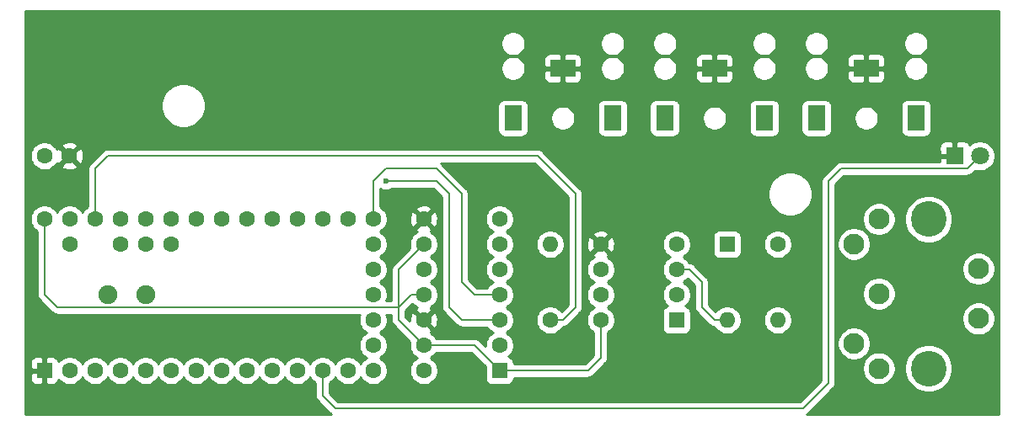
<source format=gbl>
%TF.GenerationSoftware,KiCad,Pcbnew,(5.1.8-0-10_14)*%
%TF.CreationDate,2020-12-14T15:32:48+01:00*%
%TF.ProjectId,FlexMAFD,466c6578-4d41-4464-942e-6b696361645f,rev?*%
%TF.SameCoordinates,Original*%
%TF.FileFunction,Copper,L2,Bot*%
%TF.FilePolarity,Positive*%
%FSLAX46Y46*%
G04 Gerber Fmt 4.6, Leading zero omitted, Abs format (unit mm)*
G04 Created by KiCad (PCBNEW (5.1.8-0-10_14)) date 2020-12-14 15:32:48*
%MOMM*%
%LPD*%
G01*
G04 APERTURE LIST*
%TA.AperFunction,ComponentPad*%
%ADD10C,1.600000*%
%TD*%
%TA.AperFunction,ComponentPad*%
%ADD11R,1.800000X2.500000*%
%TD*%
%TA.AperFunction,ComponentPad*%
%ADD12R,2.500000X1.800000*%
%TD*%
%TA.AperFunction,ComponentPad*%
%ADD13R,1.600000X1.600000*%
%TD*%
%TA.AperFunction,ComponentPad*%
%ADD14O,1.600000X1.600000*%
%TD*%
%TA.AperFunction,ComponentPad*%
%ADD15R,1.800000X1.800000*%
%TD*%
%TA.AperFunction,ComponentPad*%
%ADD16C,1.800000*%
%TD*%
%TA.AperFunction,ComponentPad*%
%ADD17C,2.100000*%
%TD*%
%TA.AperFunction,ComponentPad*%
%ADD18C,3.585000*%
%TD*%
%TA.AperFunction,ComponentPad*%
%ADD19C,1.900000*%
%TD*%
%TA.AperFunction,ViaPad*%
%ADD20C,0.600000*%
%TD*%
%TA.AperFunction,Conductor*%
%ADD21C,0.150000*%
%TD*%
%TA.AperFunction,Conductor*%
%ADD22C,0.254000*%
%TD*%
G04 APERTURE END LIST*
D10*
%TO.P,C1,1*%
%TO.N,Net-(C1-Pad1)*%
X29210000Y-59690000D03*
%TO.P,C1,2*%
%TO.N,Earth*%
X31710000Y-59690000D03*
%TD*%
D11*
%TO.P,CON1,3*%
%TO.N,Net-(CON1-Pad3)*%
X86280000Y-55880000D03*
%TO.P,CON1,2*%
%TO.N,Net-(CON1-Pad2)*%
X76280000Y-55880000D03*
D12*
%TO.P,CON1,1*%
%TO.N,Earth*%
X81280000Y-50880000D03*
%TD*%
%TO.P,CON2,1*%
%TO.N,Earth*%
X96520000Y-50880000D03*
D11*
%TO.P,CON2,2*%
%TO.N,Net-(CON2-Pad2)*%
X91520000Y-55880000D03*
%TO.P,CON2,3*%
%TO.N,Net-(CON2-Pad3)*%
X101520000Y-55880000D03*
%TD*%
%TO.P,CON3,3*%
%TO.N,Net-(CON3-Pad3)*%
X116760000Y-55880000D03*
%TO.P,CON3,2*%
%TO.N,Net-(CON3-Pad2)*%
X106760000Y-55880000D03*
D12*
%TO.P,CON3,1*%
%TO.N,Earth*%
X111760000Y-50880000D03*
%TD*%
D13*
%TO.P,D1,1*%
%TO.N,Net-(D1-Pad1)*%
X97790000Y-68580000D03*
D14*
%TO.P,D1,2*%
%TO.N,Net-(D1-Pad2)*%
X97790000Y-76200000D03*
%TD*%
D15*
%TO.P,D2,1*%
%TO.N,Earth*%
X120650000Y-59690000D03*
D16*
%TO.P,D2,2*%
%TO.N,Net-(D2-Pad2)*%
X123190000Y-59690000D03*
%TD*%
D17*
%TO.P,J1,1*%
%TO.N,Net-(J1-Pad1)*%
X113030000Y-66040000D03*
%TO.P,J1,2*%
%TO.N,Net-(J1-Pad2)*%
X113030000Y-73545000D03*
%TO.P,J1,3*%
%TO.N,Net-(J1-Pad3)*%
X113030000Y-81050000D03*
%TO.P,J1,4*%
%TO.N,Net-(J1-Pad4)*%
X110540000Y-68540000D03*
%TO.P,J1,5*%
%TO.N,Net-(D1-Pad2)*%
X110540000Y-78550000D03*
%TO.P,J1,6*%
%TO.N,Net-(J1-Pad6)*%
X123040000Y-71045000D03*
%TO.P,J1,7*%
%TO.N,Net-(J1-Pad7)*%
X123040000Y-76045000D03*
D18*
%TO.P,J1,MH1*%
%TO.N,Net-(J1-PadMH1)*%
X118040000Y-66040000D03*
%TO.P,J1,MH2*%
%TO.N,Net-(J1-PadMH2)*%
X118040000Y-81050000D03*
%TD*%
D10*
%TO.P,R1,1*%
%TO.N,Net-(D1-Pad1)*%
X102870000Y-68580000D03*
D14*
%TO.P,R1,2*%
%TO.N,Net-(J1-Pad4)*%
X102870000Y-76200000D03*
%TD*%
%TO.P,R2,2*%
%TO.N,Net-(R2-Pad2)*%
X80010000Y-68580000D03*
D10*
%TO.P,R2,1*%
%TO.N,Net-(R2-Pad1)*%
X80010000Y-76200000D03*
%TD*%
D13*
%TO.P,U1,1*%
%TO.N,Net-(U1-Pad1)*%
X92710000Y-76200000D03*
D10*
%TO.P,U1,2*%
%TO.N,Net-(D1-Pad1)*%
X92710000Y-73660000D03*
%TO.P,U1,3*%
%TO.N,Net-(D1-Pad2)*%
X92710000Y-71120000D03*
%TO.P,U1,4*%
%TO.N,Net-(U1-Pad4)*%
X92710000Y-68580000D03*
%TO.P,U1,5*%
%TO.N,Earth*%
X85090000Y-68580000D03*
%TO.P,U1,6*%
%TO.N,Net-(R2-Pad2)*%
X85090000Y-71120000D03*
%TO.P,U1,7*%
%TO.N,Net-(U1-Pad7)*%
X85090000Y-73660000D03*
%TO.P,U1,8*%
%TO.N,Net-(C1-Pad1)*%
X85090000Y-76200000D03*
%TD*%
%TO.P,U2,17*%
%TO.N,Net-(U2-Pad17)*%
X62230000Y-73660000D03*
%TO.P,U2,18*%
%TO.N,Net-(U2-Pad18)*%
X62230000Y-71120000D03*
%TO.P,U2,19*%
%TO.N,Net-(U2-Pad19)*%
X62230000Y-68580000D03*
%TO.P,U2,20*%
%TO.N,Net-(U2-Pad20)*%
X62230000Y-66040000D03*
%TO.P,U2,16*%
%TO.N,Net-(U2-Pad16)*%
X62230000Y-76200000D03*
%TO.P,U2,15*%
%TO.N,Net-(U2-Pad15)*%
X62230000Y-78740000D03*
%TO.P,U2,14*%
%TO.N,Net-(U2-Pad14)*%
X62230000Y-81280000D03*
%TO.P,U2,21*%
%TO.N,Net-(U2-Pad21)*%
X59690000Y-66040000D03*
%TO.P,U2,22*%
%TO.N,Net-(U2-Pad22)*%
X57150000Y-66040000D03*
%TO.P,U2,23*%
%TO.N,Net-(U2-Pad23)*%
X54610000Y-66040000D03*
%TO.P,U2,24*%
%TO.N,Net-(CON1-Pad2)*%
X52070000Y-66040000D03*
%TO.P,U2,25*%
%TO.N,Net-(U2-Pad25)*%
X49530000Y-66040000D03*
%TO.P,U2,26*%
%TO.N,Net-(U2-Pad26)*%
X46990000Y-66040000D03*
%TO.P,U2,27*%
%TO.N,Net-(U2-Pad27)*%
X44450000Y-66040000D03*
%TO.P,U2,28*%
%TO.N,Net-(U2-Pad28)*%
X41910000Y-66040000D03*
%TO.P,U2,29*%
%TO.N,Net-(U2-Pad29)*%
X39370000Y-66040000D03*
%TO.P,U2,30*%
%TO.N,Net-(U2-Pad30)*%
X36830000Y-66040000D03*
%TO.P,U2,31*%
%TO.N,Net-(R2-Pad1)*%
X34290000Y-66040000D03*
%TO.P,U2,32*%
%TO.N,Net-(U2-Pad32)*%
X31750000Y-66040000D03*
%TO.P,U2,33*%
%TO.N,Net-(C1-Pad1)*%
X29210000Y-66040000D03*
%TO.P,U2,34*%
%TO.N,Net-(U2-Pad34)*%
X31750000Y-68580000D03*
%TO.P,U2,35*%
%TO.N,Net-(U2-Pad35)*%
X36830000Y-68580000D03*
%TO.P,U2,36*%
%TO.N,Net-(U2-Pad36)*%
X39370000Y-68580000D03*
%TO.P,U2,37*%
%TO.N,Net-(U2-Pad37)*%
X41910000Y-68580000D03*
%TO.P,U2,13*%
%TO.N,Net-(U2-Pad13)*%
X59690000Y-81280000D03*
%TO.P,U2,12*%
%TO.N,Net-(D2-Pad2)*%
X57150000Y-81280000D03*
%TO.P,U2,11*%
%TO.N,Net-(U2-Pad11)*%
X54610000Y-81280000D03*
%TO.P,U2,10*%
%TO.N,Net-(U2-Pad10)*%
X52070000Y-81280000D03*
%TO.P,U2,9*%
%TO.N,Net-(U2-Pad9)*%
X49530000Y-81280000D03*
%TO.P,U2,8*%
%TO.N,Net-(U2-Pad8)*%
X46990000Y-81280000D03*
%TO.P,U2,7*%
%TO.N,Net-(U2-Pad7)*%
X44450000Y-81280000D03*
%TO.P,U2,6*%
%TO.N,Net-(U2-Pad6)*%
X41910000Y-81280000D03*
%TO.P,U2,5*%
%TO.N,Net-(U2-Pad5)*%
X39370000Y-81280000D03*
%TO.P,U2,4*%
%TO.N,Net-(U2-Pad4)*%
X36830000Y-81280000D03*
%TO.P,U2,3*%
%TO.N,Net-(U2-Pad3)*%
X34290000Y-81280000D03*
%TO.P,U2,2*%
%TO.N,Net-(R2-Pad2)*%
X31750000Y-81280000D03*
D13*
%TO.P,U2,1*%
%TO.N,Earth*%
X29210000Y-81280000D03*
D19*
%TO.P,U2,52*%
%TO.N,N/C*%
X39370000Y-73660000D03*
X35560000Y-73660000D03*
%TD*%
D13*
%TO.P,U3,1*%
%TO.N,Net-(C1-Pad1)*%
X74930000Y-81280000D03*
D10*
%TO.P,U3,2*%
%TO.N,Net-(U3-Pad2)*%
X74930000Y-78740000D03*
%TO.P,U3,3*%
%TO.N,Net-(U2-Pad21)*%
X74930000Y-76200000D03*
%TO.P,U3,4*%
%TO.N,Net-(U2-Pad20)*%
X74930000Y-73660000D03*
%TO.P,U3,5*%
%TO.N,Net-(U2-Pad13)*%
X74930000Y-71120000D03*
%TO.P,U3,6*%
%TO.N,Net-(U3-Pad6)*%
X74930000Y-68580000D03*
%TO.P,U3,7*%
%TO.N,Net-(U3-Pad7)*%
X74930000Y-66040000D03*
%TO.P,U3,8*%
%TO.N,Earth*%
X67310000Y-66040000D03*
%TO.P,U3,9*%
%TO.N,Net-(C1-Pad1)*%
X67310000Y-68580000D03*
%TO.P,U3,10*%
%TO.N,Net-(CON3-Pad2)*%
X67310000Y-71120000D03*
%TO.P,U3,11*%
%TO.N,Net-(C1-Pad1)*%
X67310000Y-73660000D03*
%TO.P,U3,12*%
%TO.N,Earth*%
X67310000Y-76200000D03*
%TO.P,U3,13*%
%TO.N,Net-(C1-Pad1)*%
X67310000Y-78740000D03*
%TO.P,U3,14*%
%TO.N,Net-(CON2-Pad2)*%
X67310000Y-81280000D03*
%TD*%
D20*
%TO.N,Net-(U2-Pad21)*%
X63500000Y-62230000D03*
%TD*%
D21*
%TO.N,Net-(C1-Pad1)*%
X29210000Y-66040000D02*
X29210000Y-73660000D01*
X66040000Y-73660000D02*
X67310000Y-73660000D01*
X64770000Y-74930000D02*
X66040000Y-73660000D01*
X30480000Y-74930000D02*
X64770000Y-74930000D01*
X29210000Y-73660000D02*
X30480000Y-74930000D01*
X64770000Y-74930000D02*
X64770000Y-76200000D01*
X64770000Y-76200000D02*
X67310000Y-78740000D01*
X67310000Y-78740000D02*
X72390000Y-78740000D01*
X72390000Y-78740000D02*
X74930000Y-81280000D01*
X64770000Y-74930000D02*
X64770000Y-71120000D01*
X64770000Y-71120000D02*
X67310000Y-68580000D01*
X74930000Y-81280000D02*
X83820000Y-81280000D01*
X85090000Y-80010000D02*
X85090000Y-76200000D01*
X83820000Y-81280000D02*
X85090000Y-80010000D01*
%TO.N,Net-(D1-Pad2)*%
X97790000Y-76200000D02*
X96520000Y-76200000D01*
X93980000Y-71120000D02*
X92710000Y-71120000D01*
X95250000Y-72390000D02*
X93980000Y-71120000D01*
X95250000Y-74930000D02*
X95250000Y-72390000D01*
X96520000Y-76200000D02*
X95250000Y-74930000D01*
%TO.N,Net-(D2-Pad2)*%
X123190000Y-59690000D02*
X121920000Y-60960000D01*
X57150000Y-83820000D02*
X57150000Y-81280000D01*
X58420000Y-85090000D02*
X57150000Y-83820000D01*
X105410000Y-85090000D02*
X58420000Y-85090000D01*
X107950000Y-82550000D02*
X105410000Y-85090000D01*
X107950000Y-62230000D02*
X107950000Y-82550000D01*
X109220000Y-60960000D02*
X107950000Y-62230000D01*
X121920000Y-60960000D02*
X109220000Y-60960000D01*
%TO.N,Net-(R2-Pad1)*%
X80010000Y-76200000D02*
X81280000Y-76200000D01*
X34290000Y-60960000D02*
X34290000Y-66040000D01*
X35560000Y-59690000D02*
X34290000Y-60960000D01*
X78740000Y-59690000D02*
X35560000Y-59690000D01*
X82550000Y-63500000D02*
X78740000Y-59690000D01*
X82550000Y-74930000D02*
X82550000Y-63500000D01*
X81280000Y-76200000D02*
X82550000Y-74930000D01*
%TO.N,Net-(U2-Pad20)*%
X74930000Y-73660000D02*
X72390000Y-73660000D01*
X62230000Y-62230000D02*
X62230000Y-66040000D01*
X63500000Y-60960000D02*
X62230000Y-62230000D01*
X68580000Y-60960000D02*
X63500000Y-60960000D01*
X71120000Y-63500000D02*
X68580000Y-60960000D01*
X71120000Y-72390000D02*
X71120000Y-63500000D01*
X72390000Y-73660000D02*
X71120000Y-72390000D01*
%TO.N,Net-(U2-Pad21)*%
X74930000Y-76200000D02*
X71120000Y-76200000D01*
X68580000Y-62230000D02*
X63500000Y-62230000D01*
X69850000Y-63500000D02*
X68580000Y-62230000D01*
X69850000Y-74930000D02*
X69850000Y-63500000D01*
X71120000Y-76200000D02*
X69850000Y-74930000D01*
%TD*%
D22*
%TO.N,Earth*%
X125070000Y-85700000D02*
X105774932Y-85700000D01*
X105806363Y-85683200D01*
X105914475Y-85594475D01*
X105936712Y-85567379D01*
X108427384Y-83076708D01*
X108454475Y-83054475D01*
X108488053Y-83013560D01*
X108543199Y-82946365D01*
X108548973Y-82935563D01*
X108609128Y-82823020D01*
X108649727Y-82689184D01*
X108660000Y-82584877D01*
X108660000Y-82584876D01*
X108663435Y-82550001D01*
X108660000Y-82515126D01*
X108660000Y-80884042D01*
X111345000Y-80884042D01*
X111345000Y-81215958D01*
X111409754Y-81541496D01*
X111536772Y-81848147D01*
X111721175Y-82124125D01*
X111955875Y-82358825D01*
X112231853Y-82543228D01*
X112538504Y-82670246D01*
X112864042Y-82735000D01*
X113195958Y-82735000D01*
X113521496Y-82670246D01*
X113828147Y-82543228D01*
X114104125Y-82358825D01*
X114338825Y-82124125D01*
X114523228Y-81848147D01*
X114650246Y-81541496D01*
X114715000Y-81215958D01*
X114715000Y-80884042D01*
X114700454Y-80810912D01*
X115612500Y-80810912D01*
X115612500Y-81289088D01*
X115705787Y-81758076D01*
X115888777Y-82199853D01*
X116154437Y-82597441D01*
X116492559Y-82935563D01*
X116890147Y-83201223D01*
X117331924Y-83384213D01*
X117800912Y-83477500D01*
X118279088Y-83477500D01*
X118748076Y-83384213D01*
X119189853Y-83201223D01*
X119587441Y-82935563D01*
X119925563Y-82597441D01*
X120191223Y-82199853D01*
X120374213Y-81758076D01*
X120467500Y-81289088D01*
X120467500Y-80810912D01*
X120374213Y-80341924D01*
X120191223Y-79900147D01*
X119925563Y-79502559D01*
X119587441Y-79164437D01*
X119189853Y-78898777D01*
X118748076Y-78715787D01*
X118279088Y-78622500D01*
X117800912Y-78622500D01*
X117331924Y-78715787D01*
X116890147Y-78898777D01*
X116492559Y-79164437D01*
X116154437Y-79502559D01*
X115888777Y-79900147D01*
X115705787Y-80341924D01*
X115612500Y-80810912D01*
X114700454Y-80810912D01*
X114650246Y-80558504D01*
X114523228Y-80251853D01*
X114338825Y-79975875D01*
X114104125Y-79741175D01*
X113828147Y-79556772D01*
X113521496Y-79429754D01*
X113195958Y-79365000D01*
X112864042Y-79365000D01*
X112538504Y-79429754D01*
X112231853Y-79556772D01*
X111955875Y-79741175D01*
X111721175Y-79975875D01*
X111536772Y-80251853D01*
X111409754Y-80558504D01*
X111345000Y-80884042D01*
X108660000Y-80884042D01*
X108660000Y-78384042D01*
X108855000Y-78384042D01*
X108855000Y-78715958D01*
X108919754Y-79041496D01*
X109046772Y-79348147D01*
X109231175Y-79624125D01*
X109465875Y-79858825D01*
X109741853Y-80043228D01*
X110048504Y-80170246D01*
X110374042Y-80235000D01*
X110705958Y-80235000D01*
X111031496Y-80170246D01*
X111338147Y-80043228D01*
X111614125Y-79858825D01*
X111848825Y-79624125D01*
X112033228Y-79348147D01*
X112160246Y-79041496D01*
X112225000Y-78715958D01*
X112225000Y-78384042D01*
X112160246Y-78058504D01*
X112033228Y-77751853D01*
X111848825Y-77475875D01*
X111614125Y-77241175D01*
X111338147Y-77056772D01*
X111031496Y-76929754D01*
X110705958Y-76865000D01*
X110374042Y-76865000D01*
X110048504Y-76929754D01*
X109741853Y-77056772D01*
X109465875Y-77241175D01*
X109231175Y-77475875D01*
X109046772Y-77751853D01*
X108919754Y-78058504D01*
X108855000Y-78384042D01*
X108660000Y-78384042D01*
X108660000Y-75879042D01*
X121355000Y-75879042D01*
X121355000Y-76210958D01*
X121419754Y-76536496D01*
X121546772Y-76843147D01*
X121731175Y-77119125D01*
X121965875Y-77353825D01*
X122241853Y-77538228D01*
X122548504Y-77665246D01*
X122874042Y-77730000D01*
X123205958Y-77730000D01*
X123531496Y-77665246D01*
X123838147Y-77538228D01*
X124114125Y-77353825D01*
X124348825Y-77119125D01*
X124533228Y-76843147D01*
X124660246Y-76536496D01*
X124725000Y-76210958D01*
X124725000Y-75879042D01*
X124660246Y-75553504D01*
X124533228Y-75246853D01*
X124348825Y-74970875D01*
X124114125Y-74736175D01*
X123838147Y-74551772D01*
X123531496Y-74424754D01*
X123205958Y-74360000D01*
X122874042Y-74360000D01*
X122548504Y-74424754D01*
X122241853Y-74551772D01*
X121965875Y-74736175D01*
X121731175Y-74970875D01*
X121546772Y-75246853D01*
X121419754Y-75553504D01*
X121355000Y-75879042D01*
X108660000Y-75879042D01*
X108660000Y-73379042D01*
X111345000Y-73379042D01*
X111345000Y-73710958D01*
X111409754Y-74036496D01*
X111536772Y-74343147D01*
X111721175Y-74619125D01*
X111955875Y-74853825D01*
X112231853Y-75038228D01*
X112538504Y-75165246D01*
X112864042Y-75230000D01*
X113195958Y-75230000D01*
X113521496Y-75165246D01*
X113828147Y-75038228D01*
X114104125Y-74853825D01*
X114338825Y-74619125D01*
X114523228Y-74343147D01*
X114650246Y-74036496D01*
X114715000Y-73710958D01*
X114715000Y-73379042D01*
X114650246Y-73053504D01*
X114523228Y-72746853D01*
X114338825Y-72470875D01*
X114104125Y-72236175D01*
X113828147Y-72051772D01*
X113521496Y-71924754D01*
X113195958Y-71860000D01*
X112864042Y-71860000D01*
X112538504Y-71924754D01*
X112231853Y-72051772D01*
X111955875Y-72236175D01*
X111721175Y-72470875D01*
X111536772Y-72746853D01*
X111409754Y-73053504D01*
X111345000Y-73379042D01*
X108660000Y-73379042D01*
X108660000Y-70879042D01*
X121355000Y-70879042D01*
X121355000Y-71210958D01*
X121419754Y-71536496D01*
X121546772Y-71843147D01*
X121731175Y-72119125D01*
X121965875Y-72353825D01*
X122241853Y-72538228D01*
X122548504Y-72665246D01*
X122874042Y-72730000D01*
X123205958Y-72730000D01*
X123531496Y-72665246D01*
X123838147Y-72538228D01*
X124114125Y-72353825D01*
X124348825Y-72119125D01*
X124533228Y-71843147D01*
X124660246Y-71536496D01*
X124725000Y-71210958D01*
X124725000Y-70879042D01*
X124660246Y-70553504D01*
X124533228Y-70246853D01*
X124348825Y-69970875D01*
X124114125Y-69736175D01*
X123838147Y-69551772D01*
X123531496Y-69424754D01*
X123205958Y-69360000D01*
X122874042Y-69360000D01*
X122548504Y-69424754D01*
X122241853Y-69551772D01*
X121965875Y-69736175D01*
X121731175Y-69970875D01*
X121546772Y-70246853D01*
X121419754Y-70553504D01*
X121355000Y-70879042D01*
X108660000Y-70879042D01*
X108660000Y-68374042D01*
X108855000Y-68374042D01*
X108855000Y-68705958D01*
X108919754Y-69031496D01*
X109046772Y-69338147D01*
X109231175Y-69614125D01*
X109465875Y-69848825D01*
X109741853Y-70033228D01*
X110048504Y-70160246D01*
X110374042Y-70225000D01*
X110705958Y-70225000D01*
X111031496Y-70160246D01*
X111338147Y-70033228D01*
X111614125Y-69848825D01*
X111848825Y-69614125D01*
X112033228Y-69338147D01*
X112160246Y-69031496D01*
X112225000Y-68705958D01*
X112225000Y-68374042D01*
X112160246Y-68048504D01*
X112033228Y-67741853D01*
X111848825Y-67465875D01*
X111614125Y-67231175D01*
X111338147Y-67046772D01*
X111031496Y-66919754D01*
X110705958Y-66855000D01*
X110374042Y-66855000D01*
X110048504Y-66919754D01*
X109741853Y-67046772D01*
X109465875Y-67231175D01*
X109231175Y-67465875D01*
X109046772Y-67741853D01*
X108919754Y-68048504D01*
X108855000Y-68374042D01*
X108660000Y-68374042D01*
X108660000Y-65874042D01*
X111345000Y-65874042D01*
X111345000Y-66205958D01*
X111409754Y-66531496D01*
X111536772Y-66838147D01*
X111721175Y-67114125D01*
X111955875Y-67348825D01*
X112231853Y-67533228D01*
X112538504Y-67660246D01*
X112864042Y-67725000D01*
X113195958Y-67725000D01*
X113521496Y-67660246D01*
X113828147Y-67533228D01*
X114104125Y-67348825D01*
X114338825Y-67114125D01*
X114523228Y-66838147D01*
X114650246Y-66531496D01*
X114715000Y-66205958D01*
X114715000Y-65874042D01*
X114700454Y-65800912D01*
X115612500Y-65800912D01*
X115612500Y-66279088D01*
X115705787Y-66748076D01*
X115888777Y-67189853D01*
X116154437Y-67587441D01*
X116492559Y-67925563D01*
X116890147Y-68191223D01*
X117331924Y-68374213D01*
X117800912Y-68467500D01*
X118279088Y-68467500D01*
X118748076Y-68374213D01*
X119189853Y-68191223D01*
X119587441Y-67925563D01*
X119925563Y-67587441D01*
X120191223Y-67189853D01*
X120374213Y-66748076D01*
X120467500Y-66279088D01*
X120467500Y-65800912D01*
X120374213Y-65331924D01*
X120191223Y-64890147D01*
X119925563Y-64492559D01*
X119587441Y-64154437D01*
X119189853Y-63888777D01*
X118748076Y-63705787D01*
X118279088Y-63612500D01*
X117800912Y-63612500D01*
X117331924Y-63705787D01*
X116890147Y-63888777D01*
X116492559Y-64154437D01*
X116154437Y-64492559D01*
X115888777Y-64890147D01*
X115705787Y-65331924D01*
X115612500Y-65800912D01*
X114700454Y-65800912D01*
X114650246Y-65548504D01*
X114523228Y-65241853D01*
X114338825Y-64965875D01*
X114104125Y-64731175D01*
X113828147Y-64546772D01*
X113521496Y-64419754D01*
X113195958Y-64355000D01*
X112864042Y-64355000D01*
X112538504Y-64419754D01*
X112231853Y-64546772D01*
X111955875Y-64731175D01*
X111721175Y-64965875D01*
X111536772Y-65241853D01*
X111409754Y-65548504D01*
X111345000Y-65874042D01*
X108660000Y-65874042D01*
X108660000Y-62524091D01*
X109514092Y-61670000D01*
X121885125Y-61670000D01*
X121920000Y-61673435D01*
X121954875Y-61670000D01*
X121954877Y-61670000D01*
X122059184Y-61659727D01*
X122193020Y-61619128D01*
X122316363Y-61553200D01*
X122424475Y-61464475D01*
X122446712Y-61437379D01*
X122725161Y-61158930D01*
X122742257Y-61166011D01*
X123038816Y-61225000D01*
X123341184Y-61225000D01*
X123637743Y-61166011D01*
X123917095Y-61050299D01*
X124168505Y-60882312D01*
X124382312Y-60668505D01*
X124550299Y-60417095D01*
X124666011Y-60137743D01*
X124725000Y-59841184D01*
X124725000Y-59538816D01*
X124666011Y-59242257D01*
X124550299Y-58962905D01*
X124382312Y-58711495D01*
X124168505Y-58497688D01*
X123917095Y-58329701D01*
X123637743Y-58213989D01*
X123341184Y-58155000D01*
X123038816Y-58155000D01*
X122742257Y-58213989D01*
X122462905Y-58329701D01*
X122211495Y-58497688D01*
X122145056Y-58564127D01*
X122139502Y-58545820D01*
X122080537Y-58435506D01*
X122001185Y-58338815D01*
X121904494Y-58259463D01*
X121794180Y-58200498D01*
X121674482Y-58164188D01*
X121550000Y-58151928D01*
X120935750Y-58155000D01*
X120777000Y-58313750D01*
X120777000Y-59563000D01*
X120797000Y-59563000D01*
X120797000Y-59817000D01*
X120777000Y-59817000D01*
X120777000Y-59837000D01*
X120523000Y-59837000D01*
X120523000Y-59817000D01*
X119273750Y-59817000D01*
X119115000Y-59975750D01*
X119113628Y-60250000D01*
X109254874Y-60250000D01*
X109219999Y-60246565D01*
X109185124Y-60250000D01*
X109185123Y-60250000D01*
X109080816Y-60260273D01*
X108946980Y-60300872D01*
X108823637Y-60366800D01*
X108715525Y-60455525D01*
X108693292Y-60482616D01*
X107472617Y-61703292D01*
X107445525Y-61725526D01*
X107356800Y-61833638D01*
X107290872Y-61956981D01*
X107250273Y-62090817D01*
X107245635Y-62137911D01*
X107236565Y-62230000D01*
X107240000Y-62264875D01*
X107240001Y-82255907D01*
X105115909Y-84380000D01*
X58714092Y-84380000D01*
X57860000Y-83525909D01*
X57860000Y-82531452D01*
X58064759Y-82394637D01*
X58264637Y-82194759D01*
X58420000Y-81962241D01*
X58575363Y-82194759D01*
X58775241Y-82394637D01*
X59010273Y-82551680D01*
X59271426Y-82659853D01*
X59548665Y-82715000D01*
X59831335Y-82715000D01*
X60108574Y-82659853D01*
X60369727Y-82551680D01*
X60604759Y-82394637D01*
X60804637Y-82194759D01*
X60960000Y-81962241D01*
X61115363Y-82194759D01*
X61315241Y-82394637D01*
X61550273Y-82551680D01*
X61811426Y-82659853D01*
X62088665Y-82715000D01*
X62371335Y-82715000D01*
X62648574Y-82659853D01*
X62909727Y-82551680D01*
X63144759Y-82394637D01*
X63344637Y-82194759D01*
X63501680Y-81959727D01*
X63609853Y-81698574D01*
X63665000Y-81421335D01*
X63665000Y-81138665D01*
X63609853Y-80861426D01*
X63501680Y-80600273D01*
X63344637Y-80365241D01*
X63144759Y-80165363D01*
X62912241Y-80010000D01*
X63144759Y-79854637D01*
X63344637Y-79654759D01*
X63501680Y-79419727D01*
X63609853Y-79158574D01*
X63665000Y-78881335D01*
X63665000Y-78598665D01*
X63609853Y-78321426D01*
X63501680Y-78060273D01*
X63344637Y-77825241D01*
X63144759Y-77625363D01*
X62912241Y-77470000D01*
X63144759Y-77314637D01*
X63344637Y-77114759D01*
X63501680Y-76879727D01*
X63609853Y-76618574D01*
X63665000Y-76341335D01*
X63665000Y-76058665D01*
X63609853Y-75781426D01*
X63551272Y-75640000D01*
X64060001Y-75640000D01*
X64060001Y-76165116D01*
X64056565Y-76200000D01*
X64070274Y-76339184D01*
X64110872Y-76473019D01*
X64152089Y-76550130D01*
X64176801Y-76596363D01*
X64265526Y-76704475D01*
X64292616Y-76726707D01*
X65923044Y-78357135D01*
X65875000Y-78598665D01*
X65875000Y-78881335D01*
X65930147Y-79158574D01*
X66038320Y-79419727D01*
X66195363Y-79654759D01*
X66395241Y-79854637D01*
X66627759Y-80010000D01*
X66395241Y-80165363D01*
X66195363Y-80365241D01*
X66038320Y-80600273D01*
X65930147Y-80861426D01*
X65875000Y-81138665D01*
X65875000Y-81421335D01*
X65930147Y-81698574D01*
X66038320Y-81959727D01*
X66195363Y-82194759D01*
X66395241Y-82394637D01*
X66630273Y-82551680D01*
X66891426Y-82659853D01*
X67168665Y-82715000D01*
X67451335Y-82715000D01*
X67728574Y-82659853D01*
X67989727Y-82551680D01*
X68224759Y-82394637D01*
X68424637Y-82194759D01*
X68581680Y-81959727D01*
X68689853Y-81698574D01*
X68745000Y-81421335D01*
X68745000Y-81138665D01*
X68689853Y-80861426D01*
X68581680Y-80600273D01*
X68424637Y-80365241D01*
X68224759Y-80165363D01*
X67992241Y-80010000D01*
X68224759Y-79854637D01*
X68424637Y-79654759D01*
X68561452Y-79450000D01*
X72095909Y-79450000D01*
X73491928Y-80846020D01*
X73491928Y-82080000D01*
X73504188Y-82204482D01*
X73540498Y-82324180D01*
X73599463Y-82434494D01*
X73678815Y-82531185D01*
X73775506Y-82610537D01*
X73885820Y-82669502D01*
X74005518Y-82705812D01*
X74130000Y-82718072D01*
X75730000Y-82718072D01*
X75854482Y-82705812D01*
X75974180Y-82669502D01*
X76084494Y-82610537D01*
X76181185Y-82531185D01*
X76260537Y-82434494D01*
X76319502Y-82324180D01*
X76355812Y-82204482D01*
X76368072Y-82080000D01*
X76368072Y-81990000D01*
X83785125Y-81990000D01*
X83820000Y-81993435D01*
X83854875Y-81990000D01*
X83854877Y-81990000D01*
X83959184Y-81979727D01*
X84093020Y-81939128D01*
X84216363Y-81873200D01*
X84324475Y-81784475D01*
X84346712Y-81757379D01*
X85567389Y-80536703D01*
X85594474Y-80514475D01*
X85616704Y-80487388D01*
X85616707Y-80487385D01*
X85683199Y-80406364D01*
X85683201Y-80406362D01*
X85749128Y-80283020D01*
X85789727Y-80149184D01*
X85800000Y-80044877D01*
X85800000Y-80044876D01*
X85803435Y-80010001D01*
X85800000Y-79975126D01*
X85800000Y-77451452D01*
X86004759Y-77314637D01*
X86204637Y-77114759D01*
X86361680Y-76879727D01*
X86469853Y-76618574D01*
X86525000Y-76341335D01*
X86525000Y-76058665D01*
X86469853Y-75781426D01*
X86361680Y-75520273D01*
X86281317Y-75400000D01*
X91271928Y-75400000D01*
X91271928Y-77000000D01*
X91284188Y-77124482D01*
X91320498Y-77244180D01*
X91379463Y-77354494D01*
X91458815Y-77451185D01*
X91555506Y-77530537D01*
X91665820Y-77589502D01*
X91785518Y-77625812D01*
X91910000Y-77638072D01*
X93510000Y-77638072D01*
X93634482Y-77625812D01*
X93754180Y-77589502D01*
X93864494Y-77530537D01*
X93961185Y-77451185D01*
X94040537Y-77354494D01*
X94099502Y-77244180D01*
X94135812Y-77124482D01*
X94148072Y-77000000D01*
X94148072Y-75400000D01*
X94135812Y-75275518D01*
X94099502Y-75155820D01*
X94040537Y-75045506D01*
X93961185Y-74948815D01*
X93864494Y-74869463D01*
X93754180Y-74810498D01*
X93634482Y-74774188D01*
X93626039Y-74773357D01*
X93824637Y-74574759D01*
X93981680Y-74339727D01*
X94089853Y-74078574D01*
X94145000Y-73801335D01*
X94145000Y-73518665D01*
X94089853Y-73241426D01*
X93981680Y-72980273D01*
X93824637Y-72745241D01*
X93624759Y-72545363D01*
X93392241Y-72390000D01*
X93624759Y-72234637D01*
X93824637Y-72034759D01*
X93851085Y-71995176D01*
X94540001Y-72684093D01*
X94540000Y-74895123D01*
X94536565Y-74930000D01*
X94540000Y-74964875D01*
X94540000Y-74964876D01*
X94550273Y-75069183D01*
X94590872Y-75203019D01*
X94656800Y-75326362D01*
X94745525Y-75434474D01*
X94772616Y-75456707D01*
X95993292Y-76677384D01*
X96015525Y-76704475D01*
X96123637Y-76793200D01*
X96246980Y-76859128D01*
X96380816Y-76899727D01*
X96485123Y-76910000D01*
X96485124Y-76910000D01*
X96519999Y-76913435D01*
X96539556Y-76911509D01*
X96675363Y-77114759D01*
X96875241Y-77314637D01*
X97110273Y-77471680D01*
X97371426Y-77579853D01*
X97648665Y-77635000D01*
X97931335Y-77635000D01*
X98208574Y-77579853D01*
X98469727Y-77471680D01*
X98704759Y-77314637D01*
X98904637Y-77114759D01*
X99061680Y-76879727D01*
X99169853Y-76618574D01*
X99225000Y-76341335D01*
X99225000Y-76058665D01*
X101435000Y-76058665D01*
X101435000Y-76341335D01*
X101490147Y-76618574D01*
X101598320Y-76879727D01*
X101755363Y-77114759D01*
X101955241Y-77314637D01*
X102190273Y-77471680D01*
X102451426Y-77579853D01*
X102728665Y-77635000D01*
X103011335Y-77635000D01*
X103288574Y-77579853D01*
X103549727Y-77471680D01*
X103784759Y-77314637D01*
X103984637Y-77114759D01*
X104141680Y-76879727D01*
X104249853Y-76618574D01*
X104305000Y-76341335D01*
X104305000Y-76058665D01*
X104249853Y-75781426D01*
X104141680Y-75520273D01*
X103984637Y-75285241D01*
X103784759Y-75085363D01*
X103549727Y-74928320D01*
X103288574Y-74820147D01*
X103011335Y-74765000D01*
X102728665Y-74765000D01*
X102451426Y-74820147D01*
X102190273Y-74928320D01*
X101955241Y-75085363D01*
X101755363Y-75285241D01*
X101598320Y-75520273D01*
X101490147Y-75781426D01*
X101435000Y-76058665D01*
X99225000Y-76058665D01*
X99169853Y-75781426D01*
X99061680Y-75520273D01*
X98904637Y-75285241D01*
X98704759Y-75085363D01*
X98469727Y-74928320D01*
X98208574Y-74820147D01*
X97931335Y-74765000D01*
X97648665Y-74765000D01*
X97371426Y-74820147D01*
X97110273Y-74928320D01*
X96875241Y-75085363D01*
X96675363Y-75285241D01*
X96648915Y-75324823D01*
X95960000Y-74635909D01*
X95960000Y-72424874D01*
X95963435Y-72389999D01*
X95959872Y-72353825D01*
X95949727Y-72250816D01*
X95909128Y-72116980D01*
X95843200Y-71993637D01*
X95754475Y-71885525D01*
X95727384Y-71863292D01*
X94506712Y-70642621D01*
X94484475Y-70615525D01*
X94376363Y-70526800D01*
X94253020Y-70460872D01*
X94119184Y-70420273D01*
X94014877Y-70410000D01*
X94014875Y-70410000D01*
X93980000Y-70406565D01*
X93960444Y-70408491D01*
X93824637Y-70205241D01*
X93624759Y-70005363D01*
X93392241Y-69850000D01*
X93624759Y-69694637D01*
X93824637Y-69494759D01*
X93981680Y-69259727D01*
X94089853Y-68998574D01*
X94145000Y-68721335D01*
X94145000Y-68438665D01*
X94089853Y-68161426D01*
X93981680Y-67900273D01*
X93901317Y-67780000D01*
X96351928Y-67780000D01*
X96351928Y-69380000D01*
X96364188Y-69504482D01*
X96400498Y-69624180D01*
X96459463Y-69734494D01*
X96538815Y-69831185D01*
X96635506Y-69910537D01*
X96745820Y-69969502D01*
X96865518Y-70005812D01*
X96990000Y-70018072D01*
X98590000Y-70018072D01*
X98714482Y-70005812D01*
X98834180Y-69969502D01*
X98944494Y-69910537D01*
X99041185Y-69831185D01*
X99120537Y-69734494D01*
X99179502Y-69624180D01*
X99215812Y-69504482D01*
X99228072Y-69380000D01*
X99228072Y-68438665D01*
X101435000Y-68438665D01*
X101435000Y-68721335D01*
X101490147Y-68998574D01*
X101598320Y-69259727D01*
X101755363Y-69494759D01*
X101955241Y-69694637D01*
X102190273Y-69851680D01*
X102451426Y-69959853D01*
X102728665Y-70015000D01*
X103011335Y-70015000D01*
X103288574Y-69959853D01*
X103549727Y-69851680D01*
X103784759Y-69694637D01*
X103984637Y-69494759D01*
X104141680Y-69259727D01*
X104249853Y-68998574D01*
X104305000Y-68721335D01*
X104305000Y-68438665D01*
X104249853Y-68161426D01*
X104141680Y-67900273D01*
X103984637Y-67665241D01*
X103784759Y-67465363D01*
X103549727Y-67308320D01*
X103288574Y-67200147D01*
X103011335Y-67145000D01*
X102728665Y-67145000D01*
X102451426Y-67200147D01*
X102190273Y-67308320D01*
X101955241Y-67465363D01*
X101755363Y-67665241D01*
X101598320Y-67900273D01*
X101490147Y-68161426D01*
X101435000Y-68438665D01*
X99228072Y-68438665D01*
X99228072Y-67780000D01*
X99215812Y-67655518D01*
X99179502Y-67535820D01*
X99120537Y-67425506D01*
X99041185Y-67328815D01*
X98944494Y-67249463D01*
X98834180Y-67190498D01*
X98714482Y-67154188D01*
X98590000Y-67141928D01*
X96990000Y-67141928D01*
X96865518Y-67154188D01*
X96745820Y-67190498D01*
X96635506Y-67249463D01*
X96538815Y-67328815D01*
X96459463Y-67425506D01*
X96400498Y-67535820D01*
X96364188Y-67655518D01*
X96351928Y-67780000D01*
X93901317Y-67780000D01*
X93824637Y-67665241D01*
X93624759Y-67465363D01*
X93389727Y-67308320D01*
X93128574Y-67200147D01*
X92851335Y-67145000D01*
X92568665Y-67145000D01*
X92291426Y-67200147D01*
X92030273Y-67308320D01*
X91795241Y-67465363D01*
X91595363Y-67665241D01*
X91438320Y-67900273D01*
X91330147Y-68161426D01*
X91275000Y-68438665D01*
X91275000Y-68721335D01*
X91330147Y-68998574D01*
X91438320Y-69259727D01*
X91595363Y-69494759D01*
X91795241Y-69694637D01*
X92027759Y-69850000D01*
X91795241Y-70005363D01*
X91595363Y-70205241D01*
X91438320Y-70440273D01*
X91330147Y-70701426D01*
X91275000Y-70978665D01*
X91275000Y-71261335D01*
X91330147Y-71538574D01*
X91438320Y-71799727D01*
X91595363Y-72034759D01*
X91795241Y-72234637D01*
X92027759Y-72390000D01*
X91795241Y-72545363D01*
X91595363Y-72745241D01*
X91438320Y-72980273D01*
X91330147Y-73241426D01*
X91275000Y-73518665D01*
X91275000Y-73801335D01*
X91330147Y-74078574D01*
X91438320Y-74339727D01*
X91595363Y-74574759D01*
X91793961Y-74773357D01*
X91785518Y-74774188D01*
X91665820Y-74810498D01*
X91555506Y-74869463D01*
X91458815Y-74948815D01*
X91379463Y-75045506D01*
X91320498Y-75155820D01*
X91284188Y-75275518D01*
X91271928Y-75400000D01*
X86281317Y-75400000D01*
X86204637Y-75285241D01*
X86004759Y-75085363D01*
X85772241Y-74930000D01*
X86004759Y-74774637D01*
X86204637Y-74574759D01*
X86361680Y-74339727D01*
X86469853Y-74078574D01*
X86525000Y-73801335D01*
X86525000Y-73518665D01*
X86469853Y-73241426D01*
X86361680Y-72980273D01*
X86204637Y-72745241D01*
X86004759Y-72545363D01*
X85772241Y-72390000D01*
X86004759Y-72234637D01*
X86204637Y-72034759D01*
X86361680Y-71799727D01*
X86469853Y-71538574D01*
X86525000Y-71261335D01*
X86525000Y-70978665D01*
X86469853Y-70701426D01*
X86361680Y-70440273D01*
X86204637Y-70205241D01*
X86004759Y-70005363D01*
X85770872Y-69849085D01*
X85831514Y-69816671D01*
X85903097Y-69572702D01*
X85090000Y-68759605D01*
X84276903Y-69572702D01*
X84348486Y-69816671D01*
X84412992Y-69847194D01*
X84410273Y-69848320D01*
X84175241Y-70005363D01*
X83975363Y-70205241D01*
X83818320Y-70440273D01*
X83710147Y-70701426D01*
X83655000Y-70978665D01*
X83655000Y-71261335D01*
X83710147Y-71538574D01*
X83818320Y-71799727D01*
X83975363Y-72034759D01*
X84175241Y-72234637D01*
X84407759Y-72390000D01*
X84175241Y-72545363D01*
X83975363Y-72745241D01*
X83818320Y-72980273D01*
X83710147Y-73241426D01*
X83655000Y-73518665D01*
X83655000Y-73801335D01*
X83710147Y-74078574D01*
X83818320Y-74339727D01*
X83975363Y-74574759D01*
X84175241Y-74774637D01*
X84407759Y-74930000D01*
X84175241Y-75085363D01*
X83975363Y-75285241D01*
X83818320Y-75520273D01*
X83710147Y-75781426D01*
X83655000Y-76058665D01*
X83655000Y-76341335D01*
X83710147Y-76618574D01*
X83818320Y-76879727D01*
X83975363Y-77114759D01*
X84175241Y-77314637D01*
X84380001Y-77451453D01*
X84380000Y-79715908D01*
X83525909Y-80570000D01*
X76368072Y-80570000D01*
X76368072Y-80480000D01*
X76355812Y-80355518D01*
X76319502Y-80235820D01*
X76260537Y-80125506D01*
X76181185Y-80028815D01*
X76084494Y-79949463D01*
X75974180Y-79890498D01*
X75854482Y-79854188D01*
X75846039Y-79853357D01*
X76044637Y-79654759D01*
X76201680Y-79419727D01*
X76309853Y-79158574D01*
X76365000Y-78881335D01*
X76365000Y-78598665D01*
X76309853Y-78321426D01*
X76201680Y-78060273D01*
X76044637Y-77825241D01*
X75844759Y-77625363D01*
X75612241Y-77470000D01*
X75844759Y-77314637D01*
X76044637Y-77114759D01*
X76201680Y-76879727D01*
X76309853Y-76618574D01*
X76365000Y-76341335D01*
X76365000Y-76058665D01*
X76309853Y-75781426D01*
X76201680Y-75520273D01*
X76044637Y-75285241D01*
X75844759Y-75085363D01*
X75612241Y-74930000D01*
X75844759Y-74774637D01*
X76044637Y-74574759D01*
X76201680Y-74339727D01*
X76309853Y-74078574D01*
X76365000Y-73801335D01*
X76365000Y-73518665D01*
X76309853Y-73241426D01*
X76201680Y-72980273D01*
X76044637Y-72745241D01*
X75844759Y-72545363D01*
X75612241Y-72390000D01*
X75844759Y-72234637D01*
X76044637Y-72034759D01*
X76201680Y-71799727D01*
X76309853Y-71538574D01*
X76365000Y-71261335D01*
X76365000Y-70978665D01*
X76309853Y-70701426D01*
X76201680Y-70440273D01*
X76044637Y-70205241D01*
X75844759Y-70005363D01*
X75612241Y-69850000D01*
X75844759Y-69694637D01*
X76044637Y-69494759D01*
X76201680Y-69259727D01*
X76309853Y-68998574D01*
X76365000Y-68721335D01*
X76365000Y-68438665D01*
X78575000Y-68438665D01*
X78575000Y-68721335D01*
X78630147Y-68998574D01*
X78738320Y-69259727D01*
X78895363Y-69494759D01*
X79095241Y-69694637D01*
X79330273Y-69851680D01*
X79591426Y-69959853D01*
X79868665Y-70015000D01*
X80151335Y-70015000D01*
X80428574Y-69959853D01*
X80689727Y-69851680D01*
X80924759Y-69694637D01*
X81124637Y-69494759D01*
X81281680Y-69259727D01*
X81389853Y-68998574D01*
X81445000Y-68721335D01*
X81445000Y-68438665D01*
X81389853Y-68161426D01*
X81281680Y-67900273D01*
X81124637Y-67665241D01*
X80924759Y-67465363D01*
X80689727Y-67308320D01*
X80428574Y-67200147D01*
X80151335Y-67145000D01*
X79868665Y-67145000D01*
X79591426Y-67200147D01*
X79330273Y-67308320D01*
X79095241Y-67465363D01*
X78895363Y-67665241D01*
X78738320Y-67900273D01*
X78630147Y-68161426D01*
X78575000Y-68438665D01*
X76365000Y-68438665D01*
X76309853Y-68161426D01*
X76201680Y-67900273D01*
X76044637Y-67665241D01*
X75844759Y-67465363D01*
X75612241Y-67310000D01*
X75844759Y-67154637D01*
X76044637Y-66954759D01*
X76201680Y-66719727D01*
X76309853Y-66458574D01*
X76365000Y-66181335D01*
X76365000Y-65898665D01*
X76309853Y-65621426D01*
X76201680Y-65360273D01*
X76044637Y-65125241D01*
X75844759Y-64925363D01*
X75609727Y-64768320D01*
X75348574Y-64660147D01*
X75071335Y-64605000D01*
X74788665Y-64605000D01*
X74511426Y-64660147D01*
X74250273Y-64768320D01*
X74015241Y-64925363D01*
X73815363Y-65125241D01*
X73658320Y-65360273D01*
X73550147Y-65621426D01*
X73495000Y-65898665D01*
X73495000Y-66181335D01*
X73550147Y-66458574D01*
X73658320Y-66719727D01*
X73815363Y-66954759D01*
X74015241Y-67154637D01*
X74247759Y-67310000D01*
X74015241Y-67465363D01*
X73815363Y-67665241D01*
X73658320Y-67900273D01*
X73550147Y-68161426D01*
X73495000Y-68438665D01*
X73495000Y-68721335D01*
X73550147Y-68998574D01*
X73658320Y-69259727D01*
X73815363Y-69494759D01*
X74015241Y-69694637D01*
X74247759Y-69850000D01*
X74015241Y-70005363D01*
X73815363Y-70205241D01*
X73658320Y-70440273D01*
X73550147Y-70701426D01*
X73495000Y-70978665D01*
X73495000Y-71261335D01*
X73550147Y-71538574D01*
X73658320Y-71799727D01*
X73815363Y-72034759D01*
X74015241Y-72234637D01*
X74247759Y-72390000D01*
X74015241Y-72545363D01*
X73815363Y-72745241D01*
X73678548Y-72950000D01*
X72684092Y-72950000D01*
X71830000Y-72095909D01*
X71830000Y-63534874D01*
X71833435Y-63499999D01*
X71830000Y-63465123D01*
X71819727Y-63360816D01*
X71779128Y-63226980D01*
X71713200Y-63103637D01*
X71713199Y-63103635D01*
X71646707Y-63022615D01*
X71624475Y-62995525D01*
X71597384Y-62973292D01*
X69106712Y-60482621D01*
X69084475Y-60455525D01*
X69016817Y-60400000D01*
X78445909Y-60400000D01*
X81840001Y-63794092D01*
X81840000Y-74635908D01*
X81151085Y-75324824D01*
X81124637Y-75285241D01*
X80924759Y-75085363D01*
X80689727Y-74928320D01*
X80428574Y-74820147D01*
X80151335Y-74765000D01*
X79868665Y-74765000D01*
X79591426Y-74820147D01*
X79330273Y-74928320D01*
X79095241Y-75085363D01*
X78895363Y-75285241D01*
X78738320Y-75520273D01*
X78630147Y-75781426D01*
X78575000Y-76058665D01*
X78575000Y-76341335D01*
X78630147Y-76618574D01*
X78738320Y-76879727D01*
X78895363Y-77114759D01*
X79095241Y-77314637D01*
X79330273Y-77471680D01*
X79591426Y-77579853D01*
X79868665Y-77635000D01*
X80151335Y-77635000D01*
X80428574Y-77579853D01*
X80689727Y-77471680D01*
X80924759Y-77314637D01*
X81124637Y-77114759D01*
X81260444Y-76911509D01*
X81280000Y-76913435D01*
X81314875Y-76910000D01*
X81314877Y-76910000D01*
X81419184Y-76899727D01*
X81553020Y-76859128D01*
X81676363Y-76793200D01*
X81784475Y-76704475D01*
X81806712Y-76677379D01*
X83027389Y-75456703D01*
X83054474Y-75434475D01*
X83076704Y-75407388D01*
X83076707Y-75407385D01*
X83143199Y-75326364D01*
X83143201Y-75326362D01*
X83209128Y-75203020D01*
X83249727Y-75069184D01*
X83260000Y-74964877D01*
X83260000Y-74964876D01*
X83263435Y-74930001D01*
X83260000Y-74895123D01*
X83260000Y-68650512D01*
X83649783Y-68650512D01*
X83691213Y-68930130D01*
X83786397Y-69196292D01*
X83853329Y-69321514D01*
X84097298Y-69393097D01*
X84910395Y-68580000D01*
X85269605Y-68580000D01*
X86082702Y-69393097D01*
X86326671Y-69321514D01*
X86447571Y-69066004D01*
X86516300Y-68791816D01*
X86530217Y-68509488D01*
X86488787Y-68229870D01*
X86393603Y-67963708D01*
X86326671Y-67838486D01*
X86082702Y-67766903D01*
X85269605Y-68580000D01*
X84910395Y-68580000D01*
X84097298Y-67766903D01*
X83853329Y-67838486D01*
X83732429Y-68093996D01*
X83663700Y-68368184D01*
X83649783Y-68650512D01*
X83260000Y-68650512D01*
X83260000Y-67587298D01*
X84276903Y-67587298D01*
X85090000Y-68400395D01*
X85903097Y-67587298D01*
X85831514Y-67343329D01*
X85576004Y-67222429D01*
X85301816Y-67153700D01*
X85019488Y-67139783D01*
X84739870Y-67181213D01*
X84473708Y-67276397D01*
X84348486Y-67343329D01*
X84276903Y-67587298D01*
X83260000Y-67587298D01*
X83260000Y-63534875D01*
X83263435Y-63500000D01*
X83260000Y-63465123D01*
X83249727Y-63360816D01*
X83225173Y-63279872D01*
X101905000Y-63279872D01*
X101905000Y-63720128D01*
X101990890Y-64151925D01*
X102159369Y-64558669D01*
X102403962Y-64924729D01*
X102715271Y-65236038D01*
X103081331Y-65480631D01*
X103488075Y-65649110D01*
X103919872Y-65735000D01*
X104360128Y-65735000D01*
X104791925Y-65649110D01*
X105198669Y-65480631D01*
X105564729Y-65236038D01*
X105876038Y-64924729D01*
X106120631Y-64558669D01*
X106289110Y-64151925D01*
X106375000Y-63720128D01*
X106375000Y-63279872D01*
X106289110Y-62848075D01*
X106120631Y-62441331D01*
X105876038Y-62075271D01*
X105564729Y-61763962D01*
X105198669Y-61519369D01*
X104791925Y-61350890D01*
X104360128Y-61265000D01*
X103919872Y-61265000D01*
X103488075Y-61350890D01*
X103081331Y-61519369D01*
X102715271Y-61763962D01*
X102403962Y-62075271D01*
X102159369Y-62441331D01*
X101990890Y-62848075D01*
X101905000Y-63279872D01*
X83225173Y-63279872D01*
X83209128Y-63226980D01*
X83143200Y-63103637D01*
X83054475Y-62995525D01*
X83027379Y-62973288D01*
X79266712Y-59212621D01*
X79244475Y-59185525D01*
X79136363Y-59096800D01*
X79013020Y-59030872D01*
X78879184Y-58990273D01*
X78774877Y-58980000D01*
X78774875Y-58980000D01*
X78740000Y-58976565D01*
X78705125Y-58980000D01*
X35594874Y-58980000D01*
X35559999Y-58976565D01*
X35525124Y-58980000D01*
X35525123Y-58980000D01*
X35420816Y-58990273D01*
X35286980Y-59030872D01*
X35163637Y-59096800D01*
X35055525Y-59185525D01*
X35033292Y-59212616D01*
X33812617Y-60433292D01*
X33785525Y-60455526D01*
X33696800Y-60563638D01*
X33630872Y-60686981D01*
X33590273Y-60820817D01*
X33580000Y-60925123D01*
X33576565Y-60960000D01*
X33580000Y-60994875D01*
X33580001Y-64788547D01*
X33375241Y-64925363D01*
X33175363Y-65125241D01*
X33020000Y-65357759D01*
X32864637Y-65125241D01*
X32664759Y-64925363D01*
X32429727Y-64768320D01*
X32168574Y-64660147D01*
X31891335Y-64605000D01*
X31608665Y-64605000D01*
X31331426Y-64660147D01*
X31070273Y-64768320D01*
X30835241Y-64925363D01*
X30635363Y-65125241D01*
X30480000Y-65357759D01*
X30324637Y-65125241D01*
X30124759Y-64925363D01*
X29889727Y-64768320D01*
X29628574Y-64660147D01*
X29351335Y-64605000D01*
X29068665Y-64605000D01*
X28791426Y-64660147D01*
X28530273Y-64768320D01*
X28295241Y-64925363D01*
X28095363Y-65125241D01*
X27938320Y-65360273D01*
X27830147Y-65621426D01*
X27775000Y-65898665D01*
X27775000Y-66181335D01*
X27830147Y-66458574D01*
X27938320Y-66719727D01*
X28095363Y-66954759D01*
X28295241Y-67154637D01*
X28500000Y-67291452D01*
X28500001Y-73625115D01*
X28496565Y-73660000D01*
X28510274Y-73799184D01*
X28550872Y-73933019D01*
X28550873Y-73933020D01*
X28616801Y-74056363D01*
X28705526Y-74164475D01*
X28732616Y-74186707D01*
X29953292Y-75407384D01*
X29975525Y-75434475D01*
X30083637Y-75523200D01*
X30206980Y-75589128D01*
X30340816Y-75629727D01*
X30445123Y-75640000D01*
X30445124Y-75640000D01*
X30479999Y-75643435D01*
X30514874Y-75640000D01*
X60908728Y-75640000D01*
X60850147Y-75781426D01*
X60795000Y-76058665D01*
X60795000Y-76341335D01*
X60850147Y-76618574D01*
X60958320Y-76879727D01*
X61115363Y-77114759D01*
X61315241Y-77314637D01*
X61547759Y-77470000D01*
X61315241Y-77625363D01*
X61115363Y-77825241D01*
X60958320Y-78060273D01*
X60850147Y-78321426D01*
X60795000Y-78598665D01*
X60795000Y-78881335D01*
X60850147Y-79158574D01*
X60958320Y-79419727D01*
X61115363Y-79654759D01*
X61315241Y-79854637D01*
X61547759Y-80010000D01*
X61315241Y-80165363D01*
X61115363Y-80365241D01*
X60960000Y-80597759D01*
X60804637Y-80365241D01*
X60604759Y-80165363D01*
X60369727Y-80008320D01*
X60108574Y-79900147D01*
X59831335Y-79845000D01*
X59548665Y-79845000D01*
X59271426Y-79900147D01*
X59010273Y-80008320D01*
X58775241Y-80165363D01*
X58575363Y-80365241D01*
X58420000Y-80597759D01*
X58264637Y-80365241D01*
X58064759Y-80165363D01*
X57829727Y-80008320D01*
X57568574Y-79900147D01*
X57291335Y-79845000D01*
X57008665Y-79845000D01*
X56731426Y-79900147D01*
X56470273Y-80008320D01*
X56235241Y-80165363D01*
X56035363Y-80365241D01*
X55880000Y-80597759D01*
X55724637Y-80365241D01*
X55524759Y-80165363D01*
X55289727Y-80008320D01*
X55028574Y-79900147D01*
X54751335Y-79845000D01*
X54468665Y-79845000D01*
X54191426Y-79900147D01*
X53930273Y-80008320D01*
X53695241Y-80165363D01*
X53495363Y-80365241D01*
X53340000Y-80597759D01*
X53184637Y-80365241D01*
X52984759Y-80165363D01*
X52749727Y-80008320D01*
X52488574Y-79900147D01*
X52211335Y-79845000D01*
X51928665Y-79845000D01*
X51651426Y-79900147D01*
X51390273Y-80008320D01*
X51155241Y-80165363D01*
X50955363Y-80365241D01*
X50800000Y-80597759D01*
X50644637Y-80365241D01*
X50444759Y-80165363D01*
X50209727Y-80008320D01*
X49948574Y-79900147D01*
X49671335Y-79845000D01*
X49388665Y-79845000D01*
X49111426Y-79900147D01*
X48850273Y-80008320D01*
X48615241Y-80165363D01*
X48415363Y-80365241D01*
X48260000Y-80597759D01*
X48104637Y-80365241D01*
X47904759Y-80165363D01*
X47669727Y-80008320D01*
X47408574Y-79900147D01*
X47131335Y-79845000D01*
X46848665Y-79845000D01*
X46571426Y-79900147D01*
X46310273Y-80008320D01*
X46075241Y-80165363D01*
X45875363Y-80365241D01*
X45720000Y-80597759D01*
X45564637Y-80365241D01*
X45364759Y-80165363D01*
X45129727Y-80008320D01*
X44868574Y-79900147D01*
X44591335Y-79845000D01*
X44308665Y-79845000D01*
X44031426Y-79900147D01*
X43770273Y-80008320D01*
X43535241Y-80165363D01*
X43335363Y-80365241D01*
X43180000Y-80597759D01*
X43024637Y-80365241D01*
X42824759Y-80165363D01*
X42589727Y-80008320D01*
X42328574Y-79900147D01*
X42051335Y-79845000D01*
X41768665Y-79845000D01*
X41491426Y-79900147D01*
X41230273Y-80008320D01*
X40995241Y-80165363D01*
X40795363Y-80365241D01*
X40640000Y-80597759D01*
X40484637Y-80365241D01*
X40284759Y-80165363D01*
X40049727Y-80008320D01*
X39788574Y-79900147D01*
X39511335Y-79845000D01*
X39228665Y-79845000D01*
X38951426Y-79900147D01*
X38690273Y-80008320D01*
X38455241Y-80165363D01*
X38255363Y-80365241D01*
X38100000Y-80597759D01*
X37944637Y-80365241D01*
X37744759Y-80165363D01*
X37509727Y-80008320D01*
X37248574Y-79900147D01*
X36971335Y-79845000D01*
X36688665Y-79845000D01*
X36411426Y-79900147D01*
X36150273Y-80008320D01*
X35915241Y-80165363D01*
X35715363Y-80365241D01*
X35560000Y-80597759D01*
X35404637Y-80365241D01*
X35204759Y-80165363D01*
X34969727Y-80008320D01*
X34708574Y-79900147D01*
X34431335Y-79845000D01*
X34148665Y-79845000D01*
X33871426Y-79900147D01*
X33610273Y-80008320D01*
X33375241Y-80165363D01*
X33175363Y-80365241D01*
X33020000Y-80597759D01*
X32864637Y-80365241D01*
X32664759Y-80165363D01*
X32429727Y-80008320D01*
X32168574Y-79900147D01*
X31891335Y-79845000D01*
X31608665Y-79845000D01*
X31331426Y-79900147D01*
X31070273Y-80008320D01*
X30835241Y-80165363D01*
X30636643Y-80363961D01*
X30635812Y-80355518D01*
X30599502Y-80235820D01*
X30540537Y-80125506D01*
X30461185Y-80028815D01*
X30364494Y-79949463D01*
X30254180Y-79890498D01*
X30134482Y-79854188D01*
X30010000Y-79841928D01*
X29495750Y-79845000D01*
X29337000Y-80003750D01*
X29337000Y-81153000D01*
X29357000Y-81153000D01*
X29357000Y-81407000D01*
X29337000Y-81407000D01*
X29337000Y-82556250D01*
X29495750Y-82715000D01*
X30010000Y-82718072D01*
X30134482Y-82705812D01*
X30254180Y-82669502D01*
X30364494Y-82610537D01*
X30461185Y-82531185D01*
X30540537Y-82434494D01*
X30599502Y-82324180D01*
X30635812Y-82204482D01*
X30636643Y-82196039D01*
X30835241Y-82394637D01*
X31070273Y-82551680D01*
X31331426Y-82659853D01*
X31608665Y-82715000D01*
X31891335Y-82715000D01*
X32168574Y-82659853D01*
X32429727Y-82551680D01*
X32664759Y-82394637D01*
X32864637Y-82194759D01*
X33020000Y-81962241D01*
X33175363Y-82194759D01*
X33375241Y-82394637D01*
X33610273Y-82551680D01*
X33871426Y-82659853D01*
X34148665Y-82715000D01*
X34431335Y-82715000D01*
X34708574Y-82659853D01*
X34969727Y-82551680D01*
X35204759Y-82394637D01*
X35404637Y-82194759D01*
X35560000Y-81962241D01*
X35715363Y-82194759D01*
X35915241Y-82394637D01*
X36150273Y-82551680D01*
X36411426Y-82659853D01*
X36688665Y-82715000D01*
X36971335Y-82715000D01*
X37248574Y-82659853D01*
X37509727Y-82551680D01*
X37744759Y-82394637D01*
X37944637Y-82194759D01*
X38100000Y-81962241D01*
X38255363Y-82194759D01*
X38455241Y-82394637D01*
X38690273Y-82551680D01*
X38951426Y-82659853D01*
X39228665Y-82715000D01*
X39511335Y-82715000D01*
X39788574Y-82659853D01*
X40049727Y-82551680D01*
X40284759Y-82394637D01*
X40484637Y-82194759D01*
X40640000Y-81962241D01*
X40795363Y-82194759D01*
X40995241Y-82394637D01*
X41230273Y-82551680D01*
X41491426Y-82659853D01*
X41768665Y-82715000D01*
X42051335Y-82715000D01*
X42328574Y-82659853D01*
X42589727Y-82551680D01*
X42824759Y-82394637D01*
X43024637Y-82194759D01*
X43180000Y-81962241D01*
X43335363Y-82194759D01*
X43535241Y-82394637D01*
X43770273Y-82551680D01*
X44031426Y-82659853D01*
X44308665Y-82715000D01*
X44591335Y-82715000D01*
X44868574Y-82659853D01*
X45129727Y-82551680D01*
X45364759Y-82394637D01*
X45564637Y-82194759D01*
X45720000Y-81962241D01*
X45875363Y-82194759D01*
X46075241Y-82394637D01*
X46310273Y-82551680D01*
X46571426Y-82659853D01*
X46848665Y-82715000D01*
X47131335Y-82715000D01*
X47408574Y-82659853D01*
X47669727Y-82551680D01*
X47904759Y-82394637D01*
X48104637Y-82194759D01*
X48260000Y-81962241D01*
X48415363Y-82194759D01*
X48615241Y-82394637D01*
X48850273Y-82551680D01*
X49111426Y-82659853D01*
X49388665Y-82715000D01*
X49671335Y-82715000D01*
X49948574Y-82659853D01*
X50209727Y-82551680D01*
X50444759Y-82394637D01*
X50644637Y-82194759D01*
X50800000Y-81962241D01*
X50955363Y-82194759D01*
X51155241Y-82394637D01*
X51390273Y-82551680D01*
X51651426Y-82659853D01*
X51928665Y-82715000D01*
X52211335Y-82715000D01*
X52488574Y-82659853D01*
X52749727Y-82551680D01*
X52984759Y-82394637D01*
X53184637Y-82194759D01*
X53340000Y-81962241D01*
X53495363Y-82194759D01*
X53695241Y-82394637D01*
X53930273Y-82551680D01*
X54191426Y-82659853D01*
X54468665Y-82715000D01*
X54751335Y-82715000D01*
X55028574Y-82659853D01*
X55289727Y-82551680D01*
X55524759Y-82394637D01*
X55724637Y-82194759D01*
X55880000Y-81962241D01*
X56035363Y-82194759D01*
X56235241Y-82394637D01*
X56440001Y-82531453D01*
X56440000Y-83785125D01*
X56436565Y-83820000D01*
X56440000Y-83854875D01*
X56440000Y-83854876D01*
X56450273Y-83959183D01*
X56490872Y-84093019D01*
X56556800Y-84216362D01*
X56645525Y-84324474D01*
X56672617Y-84346708D01*
X57893292Y-85567384D01*
X57915525Y-85594475D01*
X58023637Y-85683200D01*
X58055068Y-85700000D01*
X27330000Y-85700000D01*
X27330000Y-82080000D01*
X27771928Y-82080000D01*
X27784188Y-82204482D01*
X27820498Y-82324180D01*
X27879463Y-82434494D01*
X27958815Y-82531185D01*
X28055506Y-82610537D01*
X28165820Y-82669502D01*
X28285518Y-82705812D01*
X28410000Y-82718072D01*
X28924250Y-82715000D01*
X29083000Y-82556250D01*
X29083000Y-81407000D01*
X27933750Y-81407000D01*
X27775000Y-81565750D01*
X27771928Y-82080000D01*
X27330000Y-82080000D01*
X27330000Y-80480000D01*
X27771928Y-80480000D01*
X27775000Y-80994250D01*
X27933750Y-81153000D01*
X29083000Y-81153000D01*
X29083000Y-80003750D01*
X28924250Y-79845000D01*
X28410000Y-79841928D01*
X28285518Y-79854188D01*
X28165820Y-79890498D01*
X28055506Y-79949463D01*
X27958815Y-80028815D01*
X27879463Y-80125506D01*
X27820498Y-80235820D01*
X27784188Y-80355518D01*
X27771928Y-80480000D01*
X27330000Y-80480000D01*
X27330000Y-59548665D01*
X27775000Y-59548665D01*
X27775000Y-59831335D01*
X27830147Y-60108574D01*
X27938320Y-60369727D01*
X28095363Y-60604759D01*
X28295241Y-60804637D01*
X28530273Y-60961680D01*
X28791426Y-61069853D01*
X29068665Y-61125000D01*
X29351335Y-61125000D01*
X29628574Y-61069853D01*
X29889727Y-60961680D01*
X30124759Y-60804637D01*
X30246694Y-60682702D01*
X30896903Y-60682702D01*
X30968486Y-60926671D01*
X31223996Y-61047571D01*
X31498184Y-61116300D01*
X31780512Y-61130217D01*
X32060130Y-61088787D01*
X32326292Y-60993603D01*
X32451514Y-60926671D01*
X32523097Y-60682702D01*
X31710000Y-59869605D01*
X30896903Y-60682702D01*
X30246694Y-60682702D01*
X30324637Y-60604759D01*
X30458692Y-60404131D01*
X30473329Y-60431514D01*
X30717298Y-60503097D01*
X31530395Y-59690000D01*
X31889605Y-59690000D01*
X32702702Y-60503097D01*
X32946671Y-60431514D01*
X33067571Y-60176004D01*
X33136300Y-59901816D01*
X33150217Y-59619488D01*
X33108787Y-59339870D01*
X33013603Y-59073708D01*
X32946671Y-58948486D01*
X32702702Y-58876903D01*
X31889605Y-59690000D01*
X31530395Y-59690000D01*
X30717298Y-58876903D01*
X30473329Y-58948486D01*
X30459676Y-58977341D01*
X30324637Y-58775241D01*
X30246694Y-58697298D01*
X30896903Y-58697298D01*
X31710000Y-59510395D01*
X32430395Y-58790000D01*
X119111928Y-58790000D01*
X119115000Y-59404250D01*
X119273750Y-59563000D01*
X120523000Y-59563000D01*
X120523000Y-58313750D01*
X120364250Y-58155000D01*
X119750000Y-58151928D01*
X119625518Y-58164188D01*
X119505820Y-58200498D01*
X119395506Y-58259463D01*
X119298815Y-58338815D01*
X119219463Y-58435506D01*
X119160498Y-58545820D01*
X119124188Y-58665518D01*
X119111928Y-58790000D01*
X32430395Y-58790000D01*
X32523097Y-58697298D01*
X32451514Y-58453329D01*
X32196004Y-58332429D01*
X31921816Y-58263700D01*
X31639488Y-58249783D01*
X31359870Y-58291213D01*
X31093708Y-58386397D01*
X30968486Y-58453329D01*
X30896903Y-58697298D01*
X30246694Y-58697298D01*
X30124759Y-58575363D01*
X29889727Y-58418320D01*
X29628574Y-58310147D01*
X29351335Y-58255000D01*
X29068665Y-58255000D01*
X28791426Y-58310147D01*
X28530273Y-58418320D01*
X28295241Y-58575363D01*
X28095363Y-58775241D01*
X27938320Y-59010273D01*
X27830147Y-59271426D01*
X27775000Y-59548665D01*
X27330000Y-59548665D01*
X27330000Y-54389872D01*
X40945000Y-54389872D01*
X40945000Y-54830128D01*
X41030890Y-55261925D01*
X41199369Y-55668669D01*
X41443962Y-56034729D01*
X41755271Y-56346038D01*
X42121331Y-56590631D01*
X42528075Y-56759110D01*
X42959872Y-56845000D01*
X43400128Y-56845000D01*
X43831925Y-56759110D01*
X44238669Y-56590631D01*
X44604729Y-56346038D01*
X44916038Y-56034729D01*
X45160631Y-55668669D01*
X45329110Y-55261925D01*
X45415000Y-54830128D01*
X45415000Y-54630000D01*
X74741928Y-54630000D01*
X74741928Y-57130000D01*
X74754188Y-57254482D01*
X74790498Y-57374180D01*
X74849463Y-57484494D01*
X74928815Y-57581185D01*
X75025506Y-57660537D01*
X75135820Y-57719502D01*
X75255518Y-57755812D01*
X75380000Y-57768072D01*
X77180000Y-57768072D01*
X77304482Y-57755812D01*
X77424180Y-57719502D01*
X77534494Y-57660537D01*
X77631185Y-57581185D01*
X77710537Y-57484494D01*
X77769502Y-57374180D01*
X77805812Y-57254482D01*
X77818072Y-57130000D01*
X77818072Y-55758363D01*
X80045000Y-55758363D01*
X80045000Y-56001637D01*
X80092460Y-56240236D01*
X80185557Y-56464992D01*
X80320713Y-56667267D01*
X80492733Y-56839287D01*
X80695008Y-56974443D01*
X80919764Y-57067540D01*
X81158363Y-57115000D01*
X81401637Y-57115000D01*
X81640236Y-57067540D01*
X81864992Y-56974443D01*
X82067267Y-56839287D01*
X82239287Y-56667267D01*
X82374443Y-56464992D01*
X82467540Y-56240236D01*
X82515000Y-56001637D01*
X82515000Y-55758363D01*
X82467540Y-55519764D01*
X82374443Y-55295008D01*
X82239287Y-55092733D01*
X82067267Y-54920713D01*
X81864992Y-54785557D01*
X81640236Y-54692460D01*
X81401637Y-54645000D01*
X81158363Y-54645000D01*
X80919764Y-54692460D01*
X80695008Y-54785557D01*
X80492733Y-54920713D01*
X80320713Y-55092733D01*
X80185557Y-55295008D01*
X80092460Y-55519764D01*
X80045000Y-55758363D01*
X77818072Y-55758363D01*
X77818072Y-54630000D01*
X84741928Y-54630000D01*
X84741928Y-57130000D01*
X84754188Y-57254482D01*
X84790498Y-57374180D01*
X84849463Y-57484494D01*
X84928815Y-57581185D01*
X85025506Y-57660537D01*
X85135820Y-57719502D01*
X85255518Y-57755812D01*
X85380000Y-57768072D01*
X87180000Y-57768072D01*
X87304482Y-57755812D01*
X87424180Y-57719502D01*
X87534494Y-57660537D01*
X87631185Y-57581185D01*
X87710537Y-57484494D01*
X87769502Y-57374180D01*
X87805812Y-57254482D01*
X87818072Y-57130000D01*
X87818072Y-54630000D01*
X89981928Y-54630000D01*
X89981928Y-57130000D01*
X89994188Y-57254482D01*
X90030498Y-57374180D01*
X90089463Y-57484494D01*
X90168815Y-57581185D01*
X90265506Y-57660537D01*
X90375820Y-57719502D01*
X90495518Y-57755812D01*
X90620000Y-57768072D01*
X92420000Y-57768072D01*
X92544482Y-57755812D01*
X92664180Y-57719502D01*
X92774494Y-57660537D01*
X92871185Y-57581185D01*
X92950537Y-57484494D01*
X93009502Y-57374180D01*
X93045812Y-57254482D01*
X93058072Y-57130000D01*
X93058072Y-55758363D01*
X95285000Y-55758363D01*
X95285000Y-56001637D01*
X95332460Y-56240236D01*
X95425557Y-56464992D01*
X95560713Y-56667267D01*
X95732733Y-56839287D01*
X95935008Y-56974443D01*
X96159764Y-57067540D01*
X96398363Y-57115000D01*
X96641637Y-57115000D01*
X96880236Y-57067540D01*
X97104992Y-56974443D01*
X97307267Y-56839287D01*
X97479287Y-56667267D01*
X97614443Y-56464992D01*
X97707540Y-56240236D01*
X97755000Y-56001637D01*
X97755000Y-55758363D01*
X97707540Y-55519764D01*
X97614443Y-55295008D01*
X97479287Y-55092733D01*
X97307267Y-54920713D01*
X97104992Y-54785557D01*
X96880236Y-54692460D01*
X96641637Y-54645000D01*
X96398363Y-54645000D01*
X96159764Y-54692460D01*
X95935008Y-54785557D01*
X95732733Y-54920713D01*
X95560713Y-55092733D01*
X95425557Y-55295008D01*
X95332460Y-55519764D01*
X95285000Y-55758363D01*
X93058072Y-55758363D01*
X93058072Y-54630000D01*
X99981928Y-54630000D01*
X99981928Y-57130000D01*
X99994188Y-57254482D01*
X100030498Y-57374180D01*
X100089463Y-57484494D01*
X100168815Y-57581185D01*
X100265506Y-57660537D01*
X100375820Y-57719502D01*
X100495518Y-57755812D01*
X100620000Y-57768072D01*
X102420000Y-57768072D01*
X102544482Y-57755812D01*
X102664180Y-57719502D01*
X102774494Y-57660537D01*
X102871185Y-57581185D01*
X102950537Y-57484494D01*
X103009502Y-57374180D01*
X103045812Y-57254482D01*
X103058072Y-57130000D01*
X103058072Y-54630000D01*
X105221928Y-54630000D01*
X105221928Y-57130000D01*
X105234188Y-57254482D01*
X105270498Y-57374180D01*
X105329463Y-57484494D01*
X105408815Y-57581185D01*
X105505506Y-57660537D01*
X105615820Y-57719502D01*
X105735518Y-57755812D01*
X105860000Y-57768072D01*
X107660000Y-57768072D01*
X107784482Y-57755812D01*
X107904180Y-57719502D01*
X108014494Y-57660537D01*
X108111185Y-57581185D01*
X108190537Y-57484494D01*
X108249502Y-57374180D01*
X108285812Y-57254482D01*
X108298072Y-57130000D01*
X108298072Y-55758363D01*
X110525000Y-55758363D01*
X110525000Y-56001637D01*
X110572460Y-56240236D01*
X110665557Y-56464992D01*
X110800713Y-56667267D01*
X110972733Y-56839287D01*
X111175008Y-56974443D01*
X111399764Y-57067540D01*
X111638363Y-57115000D01*
X111881637Y-57115000D01*
X112120236Y-57067540D01*
X112344992Y-56974443D01*
X112547267Y-56839287D01*
X112719287Y-56667267D01*
X112854443Y-56464992D01*
X112947540Y-56240236D01*
X112995000Y-56001637D01*
X112995000Y-55758363D01*
X112947540Y-55519764D01*
X112854443Y-55295008D01*
X112719287Y-55092733D01*
X112547267Y-54920713D01*
X112344992Y-54785557D01*
X112120236Y-54692460D01*
X111881637Y-54645000D01*
X111638363Y-54645000D01*
X111399764Y-54692460D01*
X111175008Y-54785557D01*
X110972733Y-54920713D01*
X110800713Y-55092733D01*
X110665557Y-55295008D01*
X110572460Y-55519764D01*
X110525000Y-55758363D01*
X108298072Y-55758363D01*
X108298072Y-54630000D01*
X115221928Y-54630000D01*
X115221928Y-57130000D01*
X115234188Y-57254482D01*
X115270498Y-57374180D01*
X115329463Y-57484494D01*
X115408815Y-57581185D01*
X115505506Y-57660537D01*
X115615820Y-57719502D01*
X115735518Y-57755812D01*
X115860000Y-57768072D01*
X117660000Y-57768072D01*
X117784482Y-57755812D01*
X117904180Y-57719502D01*
X118014494Y-57660537D01*
X118111185Y-57581185D01*
X118190537Y-57484494D01*
X118249502Y-57374180D01*
X118285812Y-57254482D01*
X118298072Y-57130000D01*
X118298072Y-54630000D01*
X118285812Y-54505518D01*
X118249502Y-54385820D01*
X118190537Y-54275506D01*
X118111185Y-54178815D01*
X118014494Y-54099463D01*
X117904180Y-54040498D01*
X117784482Y-54004188D01*
X117660000Y-53991928D01*
X115860000Y-53991928D01*
X115735518Y-54004188D01*
X115615820Y-54040498D01*
X115505506Y-54099463D01*
X115408815Y-54178815D01*
X115329463Y-54275506D01*
X115270498Y-54385820D01*
X115234188Y-54505518D01*
X115221928Y-54630000D01*
X108298072Y-54630000D01*
X108285812Y-54505518D01*
X108249502Y-54385820D01*
X108190537Y-54275506D01*
X108111185Y-54178815D01*
X108014494Y-54099463D01*
X107904180Y-54040498D01*
X107784482Y-54004188D01*
X107660000Y-53991928D01*
X105860000Y-53991928D01*
X105735518Y-54004188D01*
X105615820Y-54040498D01*
X105505506Y-54099463D01*
X105408815Y-54178815D01*
X105329463Y-54275506D01*
X105270498Y-54385820D01*
X105234188Y-54505518D01*
X105221928Y-54630000D01*
X103058072Y-54630000D01*
X103045812Y-54505518D01*
X103009502Y-54385820D01*
X102950537Y-54275506D01*
X102871185Y-54178815D01*
X102774494Y-54099463D01*
X102664180Y-54040498D01*
X102544482Y-54004188D01*
X102420000Y-53991928D01*
X100620000Y-53991928D01*
X100495518Y-54004188D01*
X100375820Y-54040498D01*
X100265506Y-54099463D01*
X100168815Y-54178815D01*
X100089463Y-54275506D01*
X100030498Y-54385820D01*
X99994188Y-54505518D01*
X99981928Y-54630000D01*
X93058072Y-54630000D01*
X93045812Y-54505518D01*
X93009502Y-54385820D01*
X92950537Y-54275506D01*
X92871185Y-54178815D01*
X92774494Y-54099463D01*
X92664180Y-54040498D01*
X92544482Y-54004188D01*
X92420000Y-53991928D01*
X90620000Y-53991928D01*
X90495518Y-54004188D01*
X90375820Y-54040498D01*
X90265506Y-54099463D01*
X90168815Y-54178815D01*
X90089463Y-54275506D01*
X90030498Y-54385820D01*
X89994188Y-54505518D01*
X89981928Y-54630000D01*
X87818072Y-54630000D01*
X87805812Y-54505518D01*
X87769502Y-54385820D01*
X87710537Y-54275506D01*
X87631185Y-54178815D01*
X87534494Y-54099463D01*
X87424180Y-54040498D01*
X87304482Y-54004188D01*
X87180000Y-53991928D01*
X85380000Y-53991928D01*
X85255518Y-54004188D01*
X85135820Y-54040498D01*
X85025506Y-54099463D01*
X84928815Y-54178815D01*
X84849463Y-54275506D01*
X84790498Y-54385820D01*
X84754188Y-54505518D01*
X84741928Y-54630000D01*
X77818072Y-54630000D01*
X77805812Y-54505518D01*
X77769502Y-54385820D01*
X77710537Y-54275506D01*
X77631185Y-54178815D01*
X77534494Y-54099463D01*
X77424180Y-54040498D01*
X77304482Y-54004188D01*
X77180000Y-53991928D01*
X75380000Y-53991928D01*
X75255518Y-54004188D01*
X75135820Y-54040498D01*
X75025506Y-54099463D01*
X74928815Y-54178815D01*
X74849463Y-54275506D01*
X74790498Y-54385820D01*
X74754188Y-54505518D01*
X74741928Y-54630000D01*
X45415000Y-54630000D01*
X45415000Y-54389872D01*
X45329110Y-53958075D01*
X45160631Y-53551331D01*
X44916038Y-53185271D01*
X44604729Y-52873962D01*
X44238669Y-52629369D01*
X43831925Y-52460890D01*
X43400128Y-52375000D01*
X42959872Y-52375000D01*
X42528075Y-52460890D01*
X42121331Y-52629369D01*
X41755271Y-52873962D01*
X41443962Y-53185271D01*
X41199369Y-53551331D01*
X41030890Y-53958075D01*
X40945000Y-54389872D01*
X27330000Y-54389872D01*
X27330000Y-50758363D01*
X75045000Y-50758363D01*
X75045000Y-51001637D01*
X75092460Y-51240236D01*
X75185557Y-51464992D01*
X75320713Y-51667267D01*
X75492733Y-51839287D01*
X75695008Y-51974443D01*
X75919764Y-52067540D01*
X76158363Y-52115000D01*
X76401637Y-52115000D01*
X76640236Y-52067540D01*
X76864992Y-51974443D01*
X77067267Y-51839287D01*
X77126554Y-51780000D01*
X79391928Y-51780000D01*
X79404188Y-51904482D01*
X79440498Y-52024180D01*
X79499463Y-52134494D01*
X79578815Y-52231185D01*
X79675506Y-52310537D01*
X79785820Y-52369502D01*
X79905518Y-52405812D01*
X80030000Y-52418072D01*
X80994250Y-52415000D01*
X81153000Y-52256250D01*
X81153000Y-51007000D01*
X81407000Y-51007000D01*
X81407000Y-52256250D01*
X81565750Y-52415000D01*
X82530000Y-52418072D01*
X82654482Y-52405812D01*
X82774180Y-52369502D01*
X82884494Y-52310537D01*
X82981185Y-52231185D01*
X83060537Y-52134494D01*
X83119502Y-52024180D01*
X83155812Y-51904482D01*
X83168072Y-51780000D01*
X83165000Y-51165750D01*
X83006250Y-51007000D01*
X81407000Y-51007000D01*
X81153000Y-51007000D01*
X79553750Y-51007000D01*
X79395000Y-51165750D01*
X79391928Y-51780000D01*
X77126554Y-51780000D01*
X77239287Y-51667267D01*
X77374443Y-51464992D01*
X77467540Y-51240236D01*
X77515000Y-51001637D01*
X77515000Y-50758363D01*
X85045000Y-50758363D01*
X85045000Y-51001637D01*
X85092460Y-51240236D01*
X85185557Y-51464992D01*
X85320713Y-51667267D01*
X85492733Y-51839287D01*
X85695008Y-51974443D01*
X85919764Y-52067540D01*
X86158363Y-52115000D01*
X86401637Y-52115000D01*
X86640236Y-52067540D01*
X86864992Y-51974443D01*
X87067267Y-51839287D01*
X87239287Y-51667267D01*
X87374443Y-51464992D01*
X87467540Y-51240236D01*
X87515000Y-51001637D01*
X87515000Y-50758363D01*
X90285000Y-50758363D01*
X90285000Y-51001637D01*
X90332460Y-51240236D01*
X90425557Y-51464992D01*
X90560713Y-51667267D01*
X90732733Y-51839287D01*
X90935008Y-51974443D01*
X91159764Y-52067540D01*
X91398363Y-52115000D01*
X91641637Y-52115000D01*
X91880236Y-52067540D01*
X92104992Y-51974443D01*
X92307267Y-51839287D01*
X92366554Y-51780000D01*
X94631928Y-51780000D01*
X94644188Y-51904482D01*
X94680498Y-52024180D01*
X94739463Y-52134494D01*
X94818815Y-52231185D01*
X94915506Y-52310537D01*
X95025820Y-52369502D01*
X95145518Y-52405812D01*
X95270000Y-52418072D01*
X96234250Y-52415000D01*
X96393000Y-52256250D01*
X96393000Y-51007000D01*
X96647000Y-51007000D01*
X96647000Y-52256250D01*
X96805750Y-52415000D01*
X97770000Y-52418072D01*
X97894482Y-52405812D01*
X98014180Y-52369502D01*
X98124494Y-52310537D01*
X98221185Y-52231185D01*
X98300537Y-52134494D01*
X98359502Y-52024180D01*
X98395812Y-51904482D01*
X98408072Y-51780000D01*
X98405000Y-51165750D01*
X98246250Y-51007000D01*
X96647000Y-51007000D01*
X96393000Y-51007000D01*
X94793750Y-51007000D01*
X94635000Y-51165750D01*
X94631928Y-51780000D01*
X92366554Y-51780000D01*
X92479287Y-51667267D01*
X92614443Y-51464992D01*
X92707540Y-51240236D01*
X92755000Y-51001637D01*
X92755000Y-50758363D01*
X100285000Y-50758363D01*
X100285000Y-51001637D01*
X100332460Y-51240236D01*
X100425557Y-51464992D01*
X100560713Y-51667267D01*
X100732733Y-51839287D01*
X100935008Y-51974443D01*
X101159764Y-52067540D01*
X101398363Y-52115000D01*
X101641637Y-52115000D01*
X101880236Y-52067540D01*
X102104992Y-51974443D01*
X102307267Y-51839287D01*
X102479287Y-51667267D01*
X102614443Y-51464992D01*
X102707540Y-51240236D01*
X102755000Y-51001637D01*
X102755000Y-50758363D01*
X105525000Y-50758363D01*
X105525000Y-51001637D01*
X105572460Y-51240236D01*
X105665557Y-51464992D01*
X105800713Y-51667267D01*
X105972733Y-51839287D01*
X106175008Y-51974443D01*
X106399764Y-52067540D01*
X106638363Y-52115000D01*
X106881637Y-52115000D01*
X107120236Y-52067540D01*
X107344992Y-51974443D01*
X107547267Y-51839287D01*
X107606554Y-51780000D01*
X109871928Y-51780000D01*
X109884188Y-51904482D01*
X109920498Y-52024180D01*
X109979463Y-52134494D01*
X110058815Y-52231185D01*
X110155506Y-52310537D01*
X110265820Y-52369502D01*
X110385518Y-52405812D01*
X110510000Y-52418072D01*
X111474250Y-52415000D01*
X111633000Y-52256250D01*
X111633000Y-51007000D01*
X111887000Y-51007000D01*
X111887000Y-52256250D01*
X112045750Y-52415000D01*
X113010000Y-52418072D01*
X113134482Y-52405812D01*
X113254180Y-52369502D01*
X113364494Y-52310537D01*
X113461185Y-52231185D01*
X113540537Y-52134494D01*
X113599502Y-52024180D01*
X113635812Y-51904482D01*
X113648072Y-51780000D01*
X113645000Y-51165750D01*
X113486250Y-51007000D01*
X111887000Y-51007000D01*
X111633000Y-51007000D01*
X110033750Y-51007000D01*
X109875000Y-51165750D01*
X109871928Y-51780000D01*
X107606554Y-51780000D01*
X107719287Y-51667267D01*
X107854443Y-51464992D01*
X107947540Y-51240236D01*
X107995000Y-51001637D01*
X107995000Y-50758363D01*
X115525000Y-50758363D01*
X115525000Y-51001637D01*
X115572460Y-51240236D01*
X115665557Y-51464992D01*
X115800713Y-51667267D01*
X115972733Y-51839287D01*
X116175008Y-51974443D01*
X116399764Y-52067540D01*
X116638363Y-52115000D01*
X116881637Y-52115000D01*
X117120236Y-52067540D01*
X117344992Y-51974443D01*
X117547267Y-51839287D01*
X117719287Y-51667267D01*
X117854443Y-51464992D01*
X117947540Y-51240236D01*
X117995000Y-51001637D01*
X117995000Y-50758363D01*
X117947540Y-50519764D01*
X117854443Y-50295008D01*
X117719287Y-50092733D01*
X117547267Y-49920713D01*
X117344992Y-49785557D01*
X117120236Y-49692460D01*
X116881637Y-49645000D01*
X116638363Y-49645000D01*
X116399764Y-49692460D01*
X116175008Y-49785557D01*
X115972733Y-49920713D01*
X115800713Y-50092733D01*
X115665557Y-50295008D01*
X115572460Y-50519764D01*
X115525000Y-50758363D01*
X107995000Y-50758363D01*
X107947540Y-50519764D01*
X107854443Y-50295008D01*
X107719287Y-50092733D01*
X107606554Y-49980000D01*
X109871928Y-49980000D01*
X109875000Y-50594250D01*
X110033750Y-50753000D01*
X111633000Y-50753000D01*
X111633000Y-49503750D01*
X111887000Y-49503750D01*
X111887000Y-50753000D01*
X113486250Y-50753000D01*
X113645000Y-50594250D01*
X113648072Y-49980000D01*
X113635812Y-49855518D01*
X113599502Y-49735820D01*
X113540537Y-49625506D01*
X113461185Y-49528815D01*
X113364494Y-49449463D01*
X113254180Y-49390498D01*
X113134482Y-49354188D01*
X113010000Y-49341928D01*
X112045750Y-49345000D01*
X111887000Y-49503750D01*
X111633000Y-49503750D01*
X111474250Y-49345000D01*
X110510000Y-49341928D01*
X110385518Y-49354188D01*
X110265820Y-49390498D01*
X110155506Y-49449463D01*
X110058815Y-49528815D01*
X109979463Y-49625506D01*
X109920498Y-49735820D01*
X109884188Y-49855518D01*
X109871928Y-49980000D01*
X107606554Y-49980000D01*
X107547267Y-49920713D01*
X107344992Y-49785557D01*
X107120236Y-49692460D01*
X106881637Y-49645000D01*
X106638363Y-49645000D01*
X106399764Y-49692460D01*
X106175008Y-49785557D01*
X105972733Y-49920713D01*
X105800713Y-50092733D01*
X105665557Y-50295008D01*
X105572460Y-50519764D01*
X105525000Y-50758363D01*
X102755000Y-50758363D01*
X102707540Y-50519764D01*
X102614443Y-50295008D01*
X102479287Y-50092733D01*
X102307267Y-49920713D01*
X102104992Y-49785557D01*
X101880236Y-49692460D01*
X101641637Y-49645000D01*
X101398363Y-49645000D01*
X101159764Y-49692460D01*
X100935008Y-49785557D01*
X100732733Y-49920713D01*
X100560713Y-50092733D01*
X100425557Y-50295008D01*
X100332460Y-50519764D01*
X100285000Y-50758363D01*
X92755000Y-50758363D01*
X92707540Y-50519764D01*
X92614443Y-50295008D01*
X92479287Y-50092733D01*
X92366554Y-49980000D01*
X94631928Y-49980000D01*
X94635000Y-50594250D01*
X94793750Y-50753000D01*
X96393000Y-50753000D01*
X96393000Y-49503750D01*
X96647000Y-49503750D01*
X96647000Y-50753000D01*
X98246250Y-50753000D01*
X98405000Y-50594250D01*
X98408072Y-49980000D01*
X98395812Y-49855518D01*
X98359502Y-49735820D01*
X98300537Y-49625506D01*
X98221185Y-49528815D01*
X98124494Y-49449463D01*
X98014180Y-49390498D01*
X97894482Y-49354188D01*
X97770000Y-49341928D01*
X96805750Y-49345000D01*
X96647000Y-49503750D01*
X96393000Y-49503750D01*
X96234250Y-49345000D01*
X95270000Y-49341928D01*
X95145518Y-49354188D01*
X95025820Y-49390498D01*
X94915506Y-49449463D01*
X94818815Y-49528815D01*
X94739463Y-49625506D01*
X94680498Y-49735820D01*
X94644188Y-49855518D01*
X94631928Y-49980000D01*
X92366554Y-49980000D01*
X92307267Y-49920713D01*
X92104992Y-49785557D01*
X91880236Y-49692460D01*
X91641637Y-49645000D01*
X91398363Y-49645000D01*
X91159764Y-49692460D01*
X90935008Y-49785557D01*
X90732733Y-49920713D01*
X90560713Y-50092733D01*
X90425557Y-50295008D01*
X90332460Y-50519764D01*
X90285000Y-50758363D01*
X87515000Y-50758363D01*
X87467540Y-50519764D01*
X87374443Y-50295008D01*
X87239287Y-50092733D01*
X87067267Y-49920713D01*
X86864992Y-49785557D01*
X86640236Y-49692460D01*
X86401637Y-49645000D01*
X86158363Y-49645000D01*
X85919764Y-49692460D01*
X85695008Y-49785557D01*
X85492733Y-49920713D01*
X85320713Y-50092733D01*
X85185557Y-50295008D01*
X85092460Y-50519764D01*
X85045000Y-50758363D01*
X77515000Y-50758363D01*
X77467540Y-50519764D01*
X77374443Y-50295008D01*
X77239287Y-50092733D01*
X77126554Y-49980000D01*
X79391928Y-49980000D01*
X79395000Y-50594250D01*
X79553750Y-50753000D01*
X81153000Y-50753000D01*
X81153000Y-49503750D01*
X81407000Y-49503750D01*
X81407000Y-50753000D01*
X83006250Y-50753000D01*
X83165000Y-50594250D01*
X83168072Y-49980000D01*
X83155812Y-49855518D01*
X83119502Y-49735820D01*
X83060537Y-49625506D01*
X82981185Y-49528815D01*
X82884494Y-49449463D01*
X82774180Y-49390498D01*
X82654482Y-49354188D01*
X82530000Y-49341928D01*
X81565750Y-49345000D01*
X81407000Y-49503750D01*
X81153000Y-49503750D01*
X80994250Y-49345000D01*
X80030000Y-49341928D01*
X79905518Y-49354188D01*
X79785820Y-49390498D01*
X79675506Y-49449463D01*
X79578815Y-49528815D01*
X79499463Y-49625506D01*
X79440498Y-49735820D01*
X79404188Y-49855518D01*
X79391928Y-49980000D01*
X77126554Y-49980000D01*
X77067267Y-49920713D01*
X76864992Y-49785557D01*
X76640236Y-49692460D01*
X76401637Y-49645000D01*
X76158363Y-49645000D01*
X75919764Y-49692460D01*
X75695008Y-49785557D01*
X75492733Y-49920713D01*
X75320713Y-50092733D01*
X75185557Y-50295008D01*
X75092460Y-50519764D01*
X75045000Y-50758363D01*
X27330000Y-50758363D01*
X27330000Y-48258363D01*
X75045000Y-48258363D01*
X75045000Y-48501637D01*
X75092460Y-48740236D01*
X75185557Y-48964992D01*
X75320713Y-49167267D01*
X75492733Y-49339287D01*
X75695008Y-49474443D01*
X75919764Y-49567540D01*
X76158363Y-49615000D01*
X76401637Y-49615000D01*
X76640236Y-49567540D01*
X76864992Y-49474443D01*
X77067267Y-49339287D01*
X77239287Y-49167267D01*
X77374443Y-48964992D01*
X77467540Y-48740236D01*
X77515000Y-48501637D01*
X77515000Y-48258363D01*
X85045000Y-48258363D01*
X85045000Y-48501637D01*
X85092460Y-48740236D01*
X85185557Y-48964992D01*
X85320713Y-49167267D01*
X85492733Y-49339287D01*
X85695008Y-49474443D01*
X85919764Y-49567540D01*
X86158363Y-49615000D01*
X86401637Y-49615000D01*
X86640236Y-49567540D01*
X86864992Y-49474443D01*
X87067267Y-49339287D01*
X87239287Y-49167267D01*
X87374443Y-48964992D01*
X87467540Y-48740236D01*
X87515000Y-48501637D01*
X87515000Y-48258363D01*
X90285000Y-48258363D01*
X90285000Y-48501637D01*
X90332460Y-48740236D01*
X90425557Y-48964992D01*
X90560713Y-49167267D01*
X90732733Y-49339287D01*
X90935008Y-49474443D01*
X91159764Y-49567540D01*
X91398363Y-49615000D01*
X91641637Y-49615000D01*
X91880236Y-49567540D01*
X92104992Y-49474443D01*
X92307267Y-49339287D01*
X92479287Y-49167267D01*
X92614443Y-48964992D01*
X92707540Y-48740236D01*
X92755000Y-48501637D01*
X92755000Y-48258363D01*
X100285000Y-48258363D01*
X100285000Y-48501637D01*
X100332460Y-48740236D01*
X100425557Y-48964992D01*
X100560713Y-49167267D01*
X100732733Y-49339287D01*
X100935008Y-49474443D01*
X101159764Y-49567540D01*
X101398363Y-49615000D01*
X101641637Y-49615000D01*
X101880236Y-49567540D01*
X102104992Y-49474443D01*
X102307267Y-49339287D01*
X102479287Y-49167267D01*
X102614443Y-48964992D01*
X102707540Y-48740236D01*
X102755000Y-48501637D01*
X102755000Y-48258363D01*
X105525000Y-48258363D01*
X105525000Y-48501637D01*
X105572460Y-48740236D01*
X105665557Y-48964992D01*
X105800713Y-49167267D01*
X105972733Y-49339287D01*
X106175008Y-49474443D01*
X106399764Y-49567540D01*
X106638363Y-49615000D01*
X106881637Y-49615000D01*
X107120236Y-49567540D01*
X107344992Y-49474443D01*
X107547267Y-49339287D01*
X107719287Y-49167267D01*
X107854443Y-48964992D01*
X107947540Y-48740236D01*
X107995000Y-48501637D01*
X107995000Y-48258363D01*
X115525000Y-48258363D01*
X115525000Y-48501637D01*
X115572460Y-48740236D01*
X115665557Y-48964992D01*
X115800713Y-49167267D01*
X115972733Y-49339287D01*
X116175008Y-49474443D01*
X116399764Y-49567540D01*
X116638363Y-49615000D01*
X116881637Y-49615000D01*
X117120236Y-49567540D01*
X117344992Y-49474443D01*
X117547267Y-49339287D01*
X117719287Y-49167267D01*
X117854443Y-48964992D01*
X117947540Y-48740236D01*
X117995000Y-48501637D01*
X117995000Y-48258363D01*
X117947540Y-48019764D01*
X117854443Y-47795008D01*
X117719287Y-47592733D01*
X117547267Y-47420713D01*
X117344992Y-47285557D01*
X117120236Y-47192460D01*
X116881637Y-47145000D01*
X116638363Y-47145000D01*
X116399764Y-47192460D01*
X116175008Y-47285557D01*
X115972733Y-47420713D01*
X115800713Y-47592733D01*
X115665557Y-47795008D01*
X115572460Y-48019764D01*
X115525000Y-48258363D01*
X107995000Y-48258363D01*
X107947540Y-48019764D01*
X107854443Y-47795008D01*
X107719287Y-47592733D01*
X107547267Y-47420713D01*
X107344992Y-47285557D01*
X107120236Y-47192460D01*
X106881637Y-47145000D01*
X106638363Y-47145000D01*
X106399764Y-47192460D01*
X106175008Y-47285557D01*
X105972733Y-47420713D01*
X105800713Y-47592733D01*
X105665557Y-47795008D01*
X105572460Y-48019764D01*
X105525000Y-48258363D01*
X102755000Y-48258363D01*
X102707540Y-48019764D01*
X102614443Y-47795008D01*
X102479287Y-47592733D01*
X102307267Y-47420713D01*
X102104992Y-47285557D01*
X101880236Y-47192460D01*
X101641637Y-47145000D01*
X101398363Y-47145000D01*
X101159764Y-47192460D01*
X100935008Y-47285557D01*
X100732733Y-47420713D01*
X100560713Y-47592733D01*
X100425557Y-47795008D01*
X100332460Y-48019764D01*
X100285000Y-48258363D01*
X92755000Y-48258363D01*
X92707540Y-48019764D01*
X92614443Y-47795008D01*
X92479287Y-47592733D01*
X92307267Y-47420713D01*
X92104992Y-47285557D01*
X91880236Y-47192460D01*
X91641637Y-47145000D01*
X91398363Y-47145000D01*
X91159764Y-47192460D01*
X90935008Y-47285557D01*
X90732733Y-47420713D01*
X90560713Y-47592733D01*
X90425557Y-47795008D01*
X90332460Y-48019764D01*
X90285000Y-48258363D01*
X87515000Y-48258363D01*
X87467540Y-48019764D01*
X87374443Y-47795008D01*
X87239287Y-47592733D01*
X87067267Y-47420713D01*
X86864992Y-47285557D01*
X86640236Y-47192460D01*
X86401637Y-47145000D01*
X86158363Y-47145000D01*
X85919764Y-47192460D01*
X85695008Y-47285557D01*
X85492733Y-47420713D01*
X85320713Y-47592733D01*
X85185557Y-47795008D01*
X85092460Y-48019764D01*
X85045000Y-48258363D01*
X77515000Y-48258363D01*
X77467540Y-48019764D01*
X77374443Y-47795008D01*
X77239287Y-47592733D01*
X77067267Y-47420713D01*
X76864992Y-47285557D01*
X76640236Y-47192460D01*
X76401637Y-47145000D01*
X76158363Y-47145000D01*
X75919764Y-47192460D01*
X75695008Y-47285557D01*
X75492733Y-47420713D01*
X75320713Y-47592733D01*
X75185557Y-47795008D01*
X75092460Y-48019764D01*
X75045000Y-48258363D01*
X27330000Y-48258363D01*
X27330000Y-45110000D01*
X125070001Y-45110000D01*
X125070000Y-85700000D01*
%TA.AperFunction,Conductor*%
D21*
G36*
X125070000Y-85700000D02*
G01*
X105774932Y-85700000D01*
X105806363Y-85683200D01*
X105914475Y-85594475D01*
X105936712Y-85567379D01*
X108427384Y-83076708D01*
X108454475Y-83054475D01*
X108488053Y-83013560D01*
X108543199Y-82946365D01*
X108548973Y-82935563D01*
X108609128Y-82823020D01*
X108649727Y-82689184D01*
X108660000Y-82584877D01*
X108660000Y-82584876D01*
X108663435Y-82550001D01*
X108660000Y-82515126D01*
X108660000Y-80884042D01*
X111345000Y-80884042D01*
X111345000Y-81215958D01*
X111409754Y-81541496D01*
X111536772Y-81848147D01*
X111721175Y-82124125D01*
X111955875Y-82358825D01*
X112231853Y-82543228D01*
X112538504Y-82670246D01*
X112864042Y-82735000D01*
X113195958Y-82735000D01*
X113521496Y-82670246D01*
X113828147Y-82543228D01*
X114104125Y-82358825D01*
X114338825Y-82124125D01*
X114523228Y-81848147D01*
X114650246Y-81541496D01*
X114715000Y-81215958D01*
X114715000Y-80884042D01*
X114700454Y-80810912D01*
X115612500Y-80810912D01*
X115612500Y-81289088D01*
X115705787Y-81758076D01*
X115888777Y-82199853D01*
X116154437Y-82597441D01*
X116492559Y-82935563D01*
X116890147Y-83201223D01*
X117331924Y-83384213D01*
X117800912Y-83477500D01*
X118279088Y-83477500D01*
X118748076Y-83384213D01*
X119189853Y-83201223D01*
X119587441Y-82935563D01*
X119925563Y-82597441D01*
X120191223Y-82199853D01*
X120374213Y-81758076D01*
X120467500Y-81289088D01*
X120467500Y-80810912D01*
X120374213Y-80341924D01*
X120191223Y-79900147D01*
X119925563Y-79502559D01*
X119587441Y-79164437D01*
X119189853Y-78898777D01*
X118748076Y-78715787D01*
X118279088Y-78622500D01*
X117800912Y-78622500D01*
X117331924Y-78715787D01*
X116890147Y-78898777D01*
X116492559Y-79164437D01*
X116154437Y-79502559D01*
X115888777Y-79900147D01*
X115705787Y-80341924D01*
X115612500Y-80810912D01*
X114700454Y-80810912D01*
X114650246Y-80558504D01*
X114523228Y-80251853D01*
X114338825Y-79975875D01*
X114104125Y-79741175D01*
X113828147Y-79556772D01*
X113521496Y-79429754D01*
X113195958Y-79365000D01*
X112864042Y-79365000D01*
X112538504Y-79429754D01*
X112231853Y-79556772D01*
X111955875Y-79741175D01*
X111721175Y-79975875D01*
X111536772Y-80251853D01*
X111409754Y-80558504D01*
X111345000Y-80884042D01*
X108660000Y-80884042D01*
X108660000Y-78384042D01*
X108855000Y-78384042D01*
X108855000Y-78715958D01*
X108919754Y-79041496D01*
X109046772Y-79348147D01*
X109231175Y-79624125D01*
X109465875Y-79858825D01*
X109741853Y-80043228D01*
X110048504Y-80170246D01*
X110374042Y-80235000D01*
X110705958Y-80235000D01*
X111031496Y-80170246D01*
X111338147Y-80043228D01*
X111614125Y-79858825D01*
X111848825Y-79624125D01*
X112033228Y-79348147D01*
X112160246Y-79041496D01*
X112225000Y-78715958D01*
X112225000Y-78384042D01*
X112160246Y-78058504D01*
X112033228Y-77751853D01*
X111848825Y-77475875D01*
X111614125Y-77241175D01*
X111338147Y-77056772D01*
X111031496Y-76929754D01*
X110705958Y-76865000D01*
X110374042Y-76865000D01*
X110048504Y-76929754D01*
X109741853Y-77056772D01*
X109465875Y-77241175D01*
X109231175Y-77475875D01*
X109046772Y-77751853D01*
X108919754Y-78058504D01*
X108855000Y-78384042D01*
X108660000Y-78384042D01*
X108660000Y-75879042D01*
X121355000Y-75879042D01*
X121355000Y-76210958D01*
X121419754Y-76536496D01*
X121546772Y-76843147D01*
X121731175Y-77119125D01*
X121965875Y-77353825D01*
X122241853Y-77538228D01*
X122548504Y-77665246D01*
X122874042Y-77730000D01*
X123205958Y-77730000D01*
X123531496Y-77665246D01*
X123838147Y-77538228D01*
X124114125Y-77353825D01*
X124348825Y-77119125D01*
X124533228Y-76843147D01*
X124660246Y-76536496D01*
X124725000Y-76210958D01*
X124725000Y-75879042D01*
X124660246Y-75553504D01*
X124533228Y-75246853D01*
X124348825Y-74970875D01*
X124114125Y-74736175D01*
X123838147Y-74551772D01*
X123531496Y-74424754D01*
X123205958Y-74360000D01*
X122874042Y-74360000D01*
X122548504Y-74424754D01*
X122241853Y-74551772D01*
X121965875Y-74736175D01*
X121731175Y-74970875D01*
X121546772Y-75246853D01*
X121419754Y-75553504D01*
X121355000Y-75879042D01*
X108660000Y-75879042D01*
X108660000Y-73379042D01*
X111345000Y-73379042D01*
X111345000Y-73710958D01*
X111409754Y-74036496D01*
X111536772Y-74343147D01*
X111721175Y-74619125D01*
X111955875Y-74853825D01*
X112231853Y-75038228D01*
X112538504Y-75165246D01*
X112864042Y-75230000D01*
X113195958Y-75230000D01*
X113521496Y-75165246D01*
X113828147Y-75038228D01*
X114104125Y-74853825D01*
X114338825Y-74619125D01*
X114523228Y-74343147D01*
X114650246Y-74036496D01*
X114715000Y-73710958D01*
X114715000Y-73379042D01*
X114650246Y-73053504D01*
X114523228Y-72746853D01*
X114338825Y-72470875D01*
X114104125Y-72236175D01*
X113828147Y-72051772D01*
X113521496Y-71924754D01*
X113195958Y-71860000D01*
X112864042Y-71860000D01*
X112538504Y-71924754D01*
X112231853Y-72051772D01*
X111955875Y-72236175D01*
X111721175Y-72470875D01*
X111536772Y-72746853D01*
X111409754Y-73053504D01*
X111345000Y-73379042D01*
X108660000Y-73379042D01*
X108660000Y-70879042D01*
X121355000Y-70879042D01*
X121355000Y-71210958D01*
X121419754Y-71536496D01*
X121546772Y-71843147D01*
X121731175Y-72119125D01*
X121965875Y-72353825D01*
X122241853Y-72538228D01*
X122548504Y-72665246D01*
X122874042Y-72730000D01*
X123205958Y-72730000D01*
X123531496Y-72665246D01*
X123838147Y-72538228D01*
X124114125Y-72353825D01*
X124348825Y-72119125D01*
X124533228Y-71843147D01*
X124660246Y-71536496D01*
X124725000Y-71210958D01*
X124725000Y-70879042D01*
X124660246Y-70553504D01*
X124533228Y-70246853D01*
X124348825Y-69970875D01*
X124114125Y-69736175D01*
X123838147Y-69551772D01*
X123531496Y-69424754D01*
X123205958Y-69360000D01*
X122874042Y-69360000D01*
X122548504Y-69424754D01*
X122241853Y-69551772D01*
X121965875Y-69736175D01*
X121731175Y-69970875D01*
X121546772Y-70246853D01*
X121419754Y-70553504D01*
X121355000Y-70879042D01*
X108660000Y-70879042D01*
X108660000Y-68374042D01*
X108855000Y-68374042D01*
X108855000Y-68705958D01*
X108919754Y-69031496D01*
X109046772Y-69338147D01*
X109231175Y-69614125D01*
X109465875Y-69848825D01*
X109741853Y-70033228D01*
X110048504Y-70160246D01*
X110374042Y-70225000D01*
X110705958Y-70225000D01*
X111031496Y-70160246D01*
X111338147Y-70033228D01*
X111614125Y-69848825D01*
X111848825Y-69614125D01*
X112033228Y-69338147D01*
X112160246Y-69031496D01*
X112225000Y-68705958D01*
X112225000Y-68374042D01*
X112160246Y-68048504D01*
X112033228Y-67741853D01*
X111848825Y-67465875D01*
X111614125Y-67231175D01*
X111338147Y-67046772D01*
X111031496Y-66919754D01*
X110705958Y-66855000D01*
X110374042Y-66855000D01*
X110048504Y-66919754D01*
X109741853Y-67046772D01*
X109465875Y-67231175D01*
X109231175Y-67465875D01*
X109046772Y-67741853D01*
X108919754Y-68048504D01*
X108855000Y-68374042D01*
X108660000Y-68374042D01*
X108660000Y-65874042D01*
X111345000Y-65874042D01*
X111345000Y-66205958D01*
X111409754Y-66531496D01*
X111536772Y-66838147D01*
X111721175Y-67114125D01*
X111955875Y-67348825D01*
X112231853Y-67533228D01*
X112538504Y-67660246D01*
X112864042Y-67725000D01*
X113195958Y-67725000D01*
X113521496Y-67660246D01*
X113828147Y-67533228D01*
X114104125Y-67348825D01*
X114338825Y-67114125D01*
X114523228Y-66838147D01*
X114650246Y-66531496D01*
X114715000Y-66205958D01*
X114715000Y-65874042D01*
X114700454Y-65800912D01*
X115612500Y-65800912D01*
X115612500Y-66279088D01*
X115705787Y-66748076D01*
X115888777Y-67189853D01*
X116154437Y-67587441D01*
X116492559Y-67925563D01*
X116890147Y-68191223D01*
X117331924Y-68374213D01*
X117800912Y-68467500D01*
X118279088Y-68467500D01*
X118748076Y-68374213D01*
X119189853Y-68191223D01*
X119587441Y-67925563D01*
X119925563Y-67587441D01*
X120191223Y-67189853D01*
X120374213Y-66748076D01*
X120467500Y-66279088D01*
X120467500Y-65800912D01*
X120374213Y-65331924D01*
X120191223Y-64890147D01*
X119925563Y-64492559D01*
X119587441Y-64154437D01*
X119189853Y-63888777D01*
X118748076Y-63705787D01*
X118279088Y-63612500D01*
X117800912Y-63612500D01*
X117331924Y-63705787D01*
X116890147Y-63888777D01*
X116492559Y-64154437D01*
X116154437Y-64492559D01*
X115888777Y-64890147D01*
X115705787Y-65331924D01*
X115612500Y-65800912D01*
X114700454Y-65800912D01*
X114650246Y-65548504D01*
X114523228Y-65241853D01*
X114338825Y-64965875D01*
X114104125Y-64731175D01*
X113828147Y-64546772D01*
X113521496Y-64419754D01*
X113195958Y-64355000D01*
X112864042Y-64355000D01*
X112538504Y-64419754D01*
X112231853Y-64546772D01*
X111955875Y-64731175D01*
X111721175Y-64965875D01*
X111536772Y-65241853D01*
X111409754Y-65548504D01*
X111345000Y-65874042D01*
X108660000Y-65874042D01*
X108660000Y-62524091D01*
X109514092Y-61670000D01*
X121885125Y-61670000D01*
X121920000Y-61673435D01*
X121954875Y-61670000D01*
X121954877Y-61670000D01*
X122059184Y-61659727D01*
X122193020Y-61619128D01*
X122316363Y-61553200D01*
X122424475Y-61464475D01*
X122446712Y-61437379D01*
X122725161Y-61158930D01*
X122742257Y-61166011D01*
X123038816Y-61225000D01*
X123341184Y-61225000D01*
X123637743Y-61166011D01*
X123917095Y-61050299D01*
X124168505Y-60882312D01*
X124382312Y-60668505D01*
X124550299Y-60417095D01*
X124666011Y-60137743D01*
X124725000Y-59841184D01*
X124725000Y-59538816D01*
X124666011Y-59242257D01*
X124550299Y-58962905D01*
X124382312Y-58711495D01*
X124168505Y-58497688D01*
X123917095Y-58329701D01*
X123637743Y-58213989D01*
X123341184Y-58155000D01*
X123038816Y-58155000D01*
X122742257Y-58213989D01*
X122462905Y-58329701D01*
X122211495Y-58497688D01*
X122145056Y-58564127D01*
X122139502Y-58545820D01*
X122080537Y-58435506D01*
X122001185Y-58338815D01*
X121904494Y-58259463D01*
X121794180Y-58200498D01*
X121674482Y-58164188D01*
X121550000Y-58151928D01*
X120935750Y-58155000D01*
X120777000Y-58313750D01*
X120777000Y-59563000D01*
X120797000Y-59563000D01*
X120797000Y-59817000D01*
X120777000Y-59817000D01*
X120777000Y-59837000D01*
X120523000Y-59837000D01*
X120523000Y-59817000D01*
X119273750Y-59817000D01*
X119115000Y-59975750D01*
X119113628Y-60250000D01*
X109254874Y-60250000D01*
X109219999Y-60246565D01*
X109185124Y-60250000D01*
X109185123Y-60250000D01*
X109080816Y-60260273D01*
X108946980Y-60300872D01*
X108823637Y-60366800D01*
X108715525Y-60455525D01*
X108693292Y-60482616D01*
X107472617Y-61703292D01*
X107445525Y-61725526D01*
X107356800Y-61833638D01*
X107290872Y-61956981D01*
X107250273Y-62090817D01*
X107245635Y-62137911D01*
X107236565Y-62230000D01*
X107240000Y-62264875D01*
X107240001Y-82255907D01*
X105115909Y-84380000D01*
X58714092Y-84380000D01*
X57860000Y-83525909D01*
X57860000Y-82531452D01*
X58064759Y-82394637D01*
X58264637Y-82194759D01*
X58420000Y-81962241D01*
X58575363Y-82194759D01*
X58775241Y-82394637D01*
X59010273Y-82551680D01*
X59271426Y-82659853D01*
X59548665Y-82715000D01*
X59831335Y-82715000D01*
X60108574Y-82659853D01*
X60369727Y-82551680D01*
X60604759Y-82394637D01*
X60804637Y-82194759D01*
X60960000Y-81962241D01*
X61115363Y-82194759D01*
X61315241Y-82394637D01*
X61550273Y-82551680D01*
X61811426Y-82659853D01*
X62088665Y-82715000D01*
X62371335Y-82715000D01*
X62648574Y-82659853D01*
X62909727Y-82551680D01*
X63144759Y-82394637D01*
X63344637Y-82194759D01*
X63501680Y-81959727D01*
X63609853Y-81698574D01*
X63665000Y-81421335D01*
X63665000Y-81138665D01*
X63609853Y-80861426D01*
X63501680Y-80600273D01*
X63344637Y-80365241D01*
X63144759Y-80165363D01*
X62912241Y-80010000D01*
X63144759Y-79854637D01*
X63344637Y-79654759D01*
X63501680Y-79419727D01*
X63609853Y-79158574D01*
X63665000Y-78881335D01*
X63665000Y-78598665D01*
X63609853Y-78321426D01*
X63501680Y-78060273D01*
X63344637Y-77825241D01*
X63144759Y-77625363D01*
X62912241Y-77470000D01*
X63144759Y-77314637D01*
X63344637Y-77114759D01*
X63501680Y-76879727D01*
X63609853Y-76618574D01*
X63665000Y-76341335D01*
X63665000Y-76058665D01*
X63609853Y-75781426D01*
X63551272Y-75640000D01*
X64060001Y-75640000D01*
X64060001Y-76165116D01*
X64056565Y-76200000D01*
X64070274Y-76339184D01*
X64110872Y-76473019D01*
X64152089Y-76550130D01*
X64176801Y-76596363D01*
X64265526Y-76704475D01*
X64292616Y-76726707D01*
X65923044Y-78357135D01*
X65875000Y-78598665D01*
X65875000Y-78881335D01*
X65930147Y-79158574D01*
X66038320Y-79419727D01*
X66195363Y-79654759D01*
X66395241Y-79854637D01*
X66627759Y-80010000D01*
X66395241Y-80165363D01*
X66195363Y-80365241D01*
X66038320Y-80600273D01*
X65930147Y-80861426D01*
X65875000Y-81138665D01*
X65875000Y-81421335D01*
X65930147Y-81698574D01*
X66038320Y-81959727D01*
X66195363Y-82194759D01*
X66395241Y-82394637D01*
X66630273Y-82551680D01*
X66891426Y-82659853D01*
X67168665Y-82715000D01*
X67451335Y-82715000D01*
X67728574Y-82659853D01*
X67989727Y-82551680D01*
X68224759Y-82394637D01*
X68424637Y-82194759D01*
X68581680Y-81959727D01*
X68689853Y-81698574D01*
X68745000Y-81421335D01*
X68745000Y-81138665D01*
X68689853Y-80861426D01*
X68581680Y-80600273D01*
X68424637Y-80365241D01*
X68224759Y-80165363D01*
X67992241Y-80010000D01*
X68224759Y-79854637D01*
X68424637Y-79654759D01*
X68561452Y-79450000D01*
X72095909Y-79450000D01*
X73491928Y-80846020D01*
X73491928Y-82080000D01*
X73504188Y-82204482D01*
X73540498Y-82324180D01*
X73599463Y-82434494D01*
X73678815Y-82531185D01*
X73775506Y-82610537D01*
X73885820Y-82669502D01*
X74005518Y-82705812D01*
X74130000Y-82718072D01*
X75730000Y-82718072D01*
X75854482Y-82705812D01*
X75974180Y-82669502D01*
X76084494Y-82610537D01*
X76181185Y-82531185D01*
X76260537Y-82434494D01*
X76319502Y-82324180D01*
X76355812Y-82204482D01*
X76368072Y-82080000D01*
X76368072Y-81990000D01*
X83785125Y-81990000D01*
X83820000Y-81993435D01*
X83854875Y-81990000D01*
X83854877Y-81990000D01*
X83959184Y-81979727D01*
X84093020Y-81939128D01*
X84216363Y-81873200D01*
X84324475Y-81784475D01*
X84346712Y-81757379D01*
X85567389Y-80536703D01*
X85594474Y-80514475D01*
X85616704Y-80487388D01*
X85616707Y-80487385D01*
X85683199Y-80406364D01*
X85683201Y-80406362D01*
X85749128Y-80283020D01*
X85789727Y-80149184D01*
X85800000Y-80044877D01*
X85800000Y-80044876D01*
X85803435Y-80010001D01*
X85800000Y-79975126D01*
X85800000Y-77451452D01*
X86004759Y-77314637D01*
X86204637Y-77114759D01*
X86361680Y-76879727D01*
X86469853Y-76618574D01*
X86525000Y-76341335D01*
X86525000Y-76058665D01*
X86469853Y-75781426D01*
X86361680Y-75520273D01*
X86281317Y-75400000D01*
X91271928Y-75400000D01*
X91271928Y-77000000D01*
X91284188Y-77124482D01*
X91320498Y-77244180D01*
X91379463Y-77354494D01*
X91458815Y-77451185D01*
X91555506Y-77530537D01*
X91665820Y-77589502D01*
X91785518Y-77625812D01*
X91910000Y-77638072D01*
X93510000Y-77638072D01*
X93634482Y-77625812D01*
X93754180Y-77589502D01*
X93864494Y-77530537D01*
X93961185Y-77451185D01*
X94040537Y-77354494D01*
X94099502Y-77244180D01*
X94135812Y-77124482D01*
X94148072Y-77000000D01*
X94148072Y-75400000D01*
X94135812Y-75275518D01*
X94099502Y-75155820D01*
X94040537Y-75045506D01*
X93961185Y-74948815D01*
X93864494Y-74869463D01*
X93754180Y-74810498D01*
X93634482Y-74774188D01*
X93626039Y-74773357D01*
X93824637Y-74574759D01*
X93981680Y-74339727D01*
X94089853Y-74078574D01*
X94145000Y-73801335D01*
X94145000Y-73518665D01*
X94089853Y-73241426D01*
X93981680Y-72980273D01*
X93824637Y-72745241D01*
X93624759Y-72545363D01*
X93392241Y-72390000D01*
X93624759Y-72234637D01*
X93824637Y-72034759D01*
X93851085Y-71995176D01*
X94540001Y-72684093D01*
X94540000Y-74895123D01*
X94536565Y-74930000D01*
X94540000Y-74964875D01*
X94540000Y-74964876D01*
X94550273Y-75069183D01*
X94590872Y-75203019D01*
X94656800Y-75326362D01*
X94745525Y-75434474D01*
X94772616Y-75456707D01*
X95993292Y-76677384D01*
X96015525Y-76704475D01*
X96123637Y-76793200D01*
X96246980Y-76859128D01*
X96380816Y-76899727D01*
X96485123Y-76910000D01*
X96485124Y-76910000D01*
X96519999Y-76913435D01*
X96539556Y-76911509D01*
X96675363Y-77114759D01*
X96875241Y-77314637D01*
X97110273Y-77471680D01*
X97371426Y-77579853D01*
X97648665Y-77635000D01*
X97931335Y-77635000D01*
X98208574Y-77579853D01*
X98469727Y-77471680D01*
X98704759Y-77314637D01*
X98904637Y-77114759D01*
X99061680Y-76879727D01*
X99169853Y-76618574D01*
X99225000Y-76341335D01*
X99225000Y-76058665D01*
X101435000Y-76058665D01*
X101435000Y-76341335D01*
X101490147Y-76618574D01*
X101598320Y-76879727D01*
X101755363Y-77114759D01*
X101955241Y-77314637D01*
X102190273Y-77471680D01*
X102451426Y-77579853D01*
X102728665Y-77635000D01*
X103011335Y-77635000D01*
X103288574Y-77579853D01*
X103549727Y-77471680D01*
X103784759Y-77314637D01*
X103984637Y-77114759D01*
X104141680Y-76879727D01*
X104249853Y-76618574D01*
X104305000Y-76341335D01*
X104305000Y-76058665D01*
X104249853Y-75781426D01*
X104141680Y-75520273D01*
X103984637Y-75285241D01*
X103784759Y-75085363D01*
X103549727Y-74928320D01*
X103288574Y-74820147D01*
X103011335Y-74765000D01*
X102728665Y-74765000D01*
X102451426Y-74820147D01*
X102190273Y-74928320D01*
X101955241Y-75085363D01*
X101755363Y-75285241D01*
X101598320Y-75520273D01*
X101490147Y-75781426D01*
X101435000Y-76058665D01*
X99225000Y-76058665D01*
X99169853Y-75781426D01*
X99061680Y-75520273D01*
X98904637Y-75285241D01*
X98704759Y-75085363D01*
X98469727Y-74928320D01*
X98208574Y-74820147D01*
X97931335Y-74765000D01*
X97648665Y-74765000D01*
X97371426Y-74820147D01*
X97110273Y-74928320D01*
X96875241Y-75085363D01*
X96675363Y-75285241D01*
X96648915Y-75324823D01*
X95960000Y-74635909D01*
X95960000Y-72424874D01*
X95963435Y-72389999D01*
X95959872Y-72353825D01*
X95949727Y-72250816D01*
X95909128Y-72116980D01*
X95843200Y-71993637D01*
X95754475Y-71885525D01*
X95727384Y-71863292D01*
X94506712Y-70642621D01*
X94484475Y-70615525D01*
X94376363Y-70526800D01*
X94253020Y-70460872D01*
X94119184Y-70420273D01*
X94014877Y-70410000D01*
X94014875Y-70410000D01*
X93980000Y-70406565D01*
X93960444Y-70408491D01*
X93824637Y-70205241D01*
X93624759Y-70005363D01*
X93392241Y-69850000D01*
X93624759Y-69694637D01*
X93824637Y-69494759D01*
X93981680Y-69259727D01*
X94089853Y-68998574D01*
X94145000Y-68721335D01*
X94145000Y-68438665D01*
X94089853Y-68161426D01*
X93981680Y-67900273D01*
X93901317Y-67780000D01*
X96351928Y-67780000D01*
X96351928Y-69380000D01*
X96364188Y-69504482D01*
X96400498Y-69624180D01*
X96459463Y-69734494D01*
X96538815Y-69831185D01*
X96635506Y-69910537D01*
X96745820Y-69969502D01*
X96865518Y-70005812D01*
X96990000Y-70018072D01*
X98590000Y-70018072D01*
X98714482Y-70005812D01*
X98834180Y-69969502D01*
X98944494Y-69910537D01*
X99041185Y-69831185D01*
X99120537Y-69734494D01*
X99179502Y-69624180D01*
X99215812Y-69504482D01*
X99228072Y-69380000D01*
X99228072Y-68438665D01*
X101435000Y-68438665D01*
X101435000Y-68721335D01*
X101490147Y-68998574D01*
X101598320Y-69259727D01*
X101755363Y-69494759D01*
X101955241Y-69694637D01*
X102190273Y-69851680D01*
X102451426Y-69959853D01*
X102728665Y-70015000D01*
X103011335Y-70015000D01*
X103288574Y-69959853D01*
X103549727Y-69851680D01*
X103784759Y-69694637D01*
X103984637Y-69494759D01*
X104141680Y-69259727D01*
X104249853Y-68998574D01*
X104305000Y-68721335D01*
X104305000Y-68438665D01*
X104249853Y-68161426D01*
X104141680Y-67900273D01*
X103984637Y-67665241D01*
X103784759Y-67465363D01*
X103549727Y-67308320D01*
X103288574Y-67200147D01*
X103011335Y-67145000D01*
X102728665Y-67145000D01*
X102451426Y-67200147D01*
X102190273Y-67308320D01*
X101955241Y-67465363D01*
X101755363Y-67665241D01*
X101598320Y-67900273D01*
X101490147Y-68161426D01*
X101435000Y-68438665D01*
X99228072Y-68438665D01*
X99228072Y-67780000D01*
X99215812Y-67655518D01*
X99179502Y-67535820D01*
X99120537Y-67425506D01*
X99041185Y-67328815D01*
X98944494Y-67249463D01*
X98834180Y-67190498D01*
X98714482Y-67154188D01*
X98590000Y-67141928D01*
X96990000Y-67141928D01*
X96865518Y-67154188D01*
X96745820Y-67190498D01*
X96635506Y-67249463D01*
X96538815Y-67328815D01*
X96459463Y-67425506D01*
X96400498Y-67535820D01*
X96364188Y-67655518D01*
X96351928Y-67780000D01*
X93901317Y-67780000D01*
X93824637Y-67665241D01*
X93624759Y-67465363D01*
X93389727Y-67308320D01*
X93128574Y-67200147D01*
X92851335Y-67145000D01*
X92568665Y-67145000D01*
X92291426Y-67200147D01*
X92030273Y-67308320D01*
X91795241Y-67465363D01*
X91595363Y-67665241D01*
X91438320Y-67900273D01*
X91330147Y-68161426D01*
X91275000Y-68438665D01*
X91275000Y-68721335D01*
X91330147Y-68998574D01*
X91438320Y-69259727D01*
X91595363Y-69494759D01*
X91795241Y-69694637D01*
X92027759Y-69850000D01*
X91795241Y-70005363D01*
X91595363Y-70205241D01*
X91438320Y-70440273D01*
X91330147Y-70701426D01*
X91275000Y-70978665D01*
X91275000Y-71261335D01*
X91330147Y-71538574D01*
X91438320Y-71799727D01*
X91595363Y-72034759D01*
X91795241Y-72234637D01*
X92027759Y-72390000D01*
X91795241Y-72545363D01*
X91595363Y-72745241D01*
X91438320Y-72980273D01*
X91330147Y-73241426D01*
X91275000Y-73518665D01*
X91275000Y-73801335D01*
X91330147Y-74078574D01*
X91438320Y-74339727D01*
X91595363Y-74574759D01*
X91793961Y-74773357D01*
X91785518Y-74774188D01*
X91665820Y-74810498D01*
X91555506Y-74869463D01*
X91458815Y-74948815D01*
X91379463Y-75045506D01*
X91320498Y-75155820D01*
X91284188Y-75275518D01*
X91271928Y-75400000D01*
X86281317Y-75400000D01*
X86204637Y-75285241D01*
X86004759Y-75085363D01*
X85772241Y-74930000D01*
X86004759Y-74774637D01*
X86204637Y-74574759D01*
X86361680Y-74339727D01*
X86469853Y-74078574D01*
X86525000Y-73801335D01*
X86525000Y-73518665D01*
X86469853Y-73241426D01*
X86361680Y-72980273D01*
X86204637Y-72745241D01*
X86004759Y-72545363D01*
X85772241Y-72390000D01*
X86004759Y-72234637D01*
X86204637Y-72034759D01*
X86361680Y-71799727D01*
X86469853Y-71538574D01*
X86525000Y-71261335D01*
X86525000Y-70978665D01*
X86469853Y-70701426D01*
X86361680Y-70440273D01*
X86204637Y-70205241D01*
X86004759Y-70005363D01*
X85770872Y-69849085D01*
X85831514Y-69816671D01*
X85903097Y-69572702D01*
X85090000Y-68759605D01*
X84276903Y-69572702D01*
X84348486Y-69816671D01*
X84412992Y-69847194D01*
X84410273Y-69848320D01*
X84175241Y-70005363D01*
X83975363Y-70205241D01*
X83818320Y-70440273D01*
X83710147Y-70701426D01*
X83655000Y-70978665D01*
X83655000Y-71261335D01*
X83710147Y-71538574D01*
X83818320Y-71799727D01*
X83975363Y-72034759D01*
X84175241Y-72234637D01*
X84407759Y-72390000D01*
X84175241Y-72545363D01*
X83975363Y-72745241D01*
X83818320Y-72980273D01*
X83710147Y-73241426D01*
X83655000Y-73518665D01*
X83655000Y-73801335D01*
X83710147Y-74078574D01*
X83818320Y-74339727D01*
X83975363Y-74574759D01*
X84175241Y-74774637D01*
X84407759Y-74930000D01*
X84175241Y-75085363D01*
X83975363Y-75285241D01*
X83818320Y-75520273D01*
X83710147Y-75781426D01*
X83655000Y-76058665D01*
X83655000Y-76341335D01*
X83710147Y-76618574D01*
X83818320Y-76879727D01*
X83975363Y-77114759D01*
X84175241Y-77314637D01*
X84380001Y-77451453D01*
X84380000Y-79715908D01*
X83525909Y-80570000D01*
X76368072Y-80570000D01*
X76368072Y-80480000D01*
X76355812Y-80355518D01*
X76319502Y-80235820D01*
X76260537Y-80125506D01*
X76181185Y-80028815D01*
X76084494Y-79949463D01*
X75974180Y-79890498D01*
X75854482Y-79854188D01*
X75846039Y-79853357D01*
X76044637Y-79654759D01*
X76201680Y-79419727D01*
X76309853Y-79158574D01*
X76365000Y-78881335D01*
X76365000Y-78598665D01*
X76309853Y-78321426D01*
X76201680Y-78060273D01*
X76044637Y-77825241D01*
X75844759Y-77625363D01*
X75612241Y-77470000D01*
X75844759Y-77314637D01*
X76044637Y-77114759D01*
X76201680Y-76879727D01*
X76309853Y-76618574D01*
X76365000Y-76341335D01*
X76365000Y-76058665D01*
X76309853Y-75781426D01*
X76201680Y-75520273D01*
X76044637Y-75285241D01*
X75844759Y-75085363D01*
X75612241Y-74930000D01*
X75844759Y-74774637D01*
X76044637Y-74574759D01*
X76201680Y-74339727D01*
X76309853Y-74078574D01*
X76365000Y-73801335D01*
X76365000Y-73518665D01*
X76309853Y-73241426D01*
X76201680Y-72980273D01*
X76044637Y-72745241D01*
X75844759Y-72545363D01*
X75612241Y-72390000D01*
X75844759Y-72234637D01*
X76044637Y-72034759D01*
X76201680Y-71799727D01*
X76309853Y-71538574D01*
X76365000Y-71261335D01*
X76365000Y-70978665D01*
X76309853Y-70701426D01*
X76201680Y-70440273D01*
X76044637Y-70205241D01*
X75844759Y-70005363D01*
X75612241Y-69850000D01*
X75844759Y-69694637D01*
X76044637Y-69494759D01*
X76201680Y-69259727D01*
X76309853Y-68998574D01*
X76365000Y-68721335D01*
X76365000Y-68438665D01*
X78575000Y-68438665D01*
X78575000Y-68721335D01*
X78630147Y-68998574D01*
X78738320Y-69259727D01*
X78895363Y-69494759D01*
X79095241Y-69694637D01*
X79330273Y-69851680D01*
X79591426Y-69959853D01*
X79868665Y-70015000D01*
X80151335Y-70015000D01*
X80428574Y-69959853D01*
X80689727Y-69851680D01*
X80924759Y-69694637D01*
X81124637Y-69494759D01*
X81281680Y-69259727D01*
X81389853Y-68998574D01*
X81445000Y-68721335D01*
X81445000Y-68438665D01*
X81389853Y-68161426D01*
X81281680Y-67900273D01*
X81124637Y-67665241D01*
X80924759Y-67465363D01*
X80689727Y-67308320D01*
X80428574Y-67200147D01*
X80151335Y-67145000D01*
X79868665Y-67145000D01*
X79591426Y-67200147D01*
X79330273Y-67308320D01*
X79095241Y-67465363D01*
X78895363Y-67665241D01*
X78738320Y-67900273D01*
X78630147Y-68161426D01*
X78575000Y-68438665D01*
X76365000Y-68438665D01*
X76309853Y-68161426D01*
X76201680Y-67900273D01*
X76044637Y-67665241D01*
X75844759Y-67465363D01*
X75612241Y-67310000D01*
X75844759Y-67154637D01*
X76044637Y-66954759D01*
X76201680Y-66719727D01*
X76309853Y-66458574D01*
X76365000Y-66181335D01*
X76365000Y-65898665D01*
X76309853Y-65621426D01*
X76201680Y-65360273D01*
X76044637Y-65125241D01*
X75844759Y-64925363D01*
X75609727Y-64768320D01*
X75348574Y-64660147D01*
X75071335Y-64605000D01*
X74788665Y-64605000D01*
X74511426Y-64660147D01*
X74250273Y-64768320D01*
X74015241Y-64925363D01*
X73815363Y-65125241D01*
X73658320Y-65360273D01*
X73550147Y-65621426D01*
X73495000Y-65898665D01*
X73495000Y-66181335D01*
X73550147Y-66458574D01*
X73658320Y-66719727D01*
X73815363Y-66954759D01*
X74015241Y-67154637D01*
X74247759Y-67310000D01*
X74015241Y-67465363D01*
X73815363Y-67665241D01*
X73658320Y-67900273D01*
X73550147Y-68161426D01*
X73495000Y-68438665D01*
X73495000Y-68721335D01*
X73550147Y-68998574D01*
X73658320Y-69259727D01*
X73815363Y-69494759D01*
X74015241Y-69694637D01*
X74247759Y-69850000D01*
X74015241Y-70005363D01*
X73815363Y-70205241D01*
X73658320Y-70440273D01*
X73550147Y-70701426D01*
X73495000Y-70978665D01*
X73495000Y-71261335D01*
X73550147Y-71538574D01*
X73658320Y-71799727D01*
X73815363Y-72034759D01*
X74015241Y-72234637D01*
X74247759Y-72390000D01*
X74015241Y-72545363D01*
X73815363Y-72745241D01*
X73678548Y-72950000D01*
X72684092Y-72950000D01*
X71830000Y-72095909D01*
X71830000Y-63534874D01*
X71833435Y-63499999D01*
X71830000Y-63465123D01*
X71819727Y-63360816D01*
X71779128Y-63226980D01*
X71713200Y-63103637D01*
X71713199Y-63103635D01*
X71646707Y-63022615D01*
X71624475Y-62995525D01*
X71597384Y-62973292D01*
X69106712Y-60482621D01*
X69084475Y-60455525D01*
X69016817Y-60400000D01*
X78445909Y-60400000D01*
X81840001Y-63794092D01*
X81840000Y-74635908D01*
X81151085Y-75324824D01*
X81124637Y-75285241D01*
X80924759Y-75085363D01*
X80689727Y-74928320D01*
X80428574Y-74820147D01*
X80151335Y-74765000D01*
X79868665Y-74765000D01*
X79591426Y-74820147D01*
X79330273Y-74928320D01*
X79095241Y-75085363D01*
X78895363Y-75285241D01*
X78738320Y-75520273D01*
X78630147Y-75781426D01*
X78575000Y-76058665D01*
X78575000Y-76341335D01*
X78630147Y-76618574D01*
X78738320Y-76879727D01*
X78895363Y-77114759D01*
X79095241Y-77314637D01*
X79330273Y-77471680D01*
X79591426Y-77579853D01*
X79868665Y-77635000D01*
X80151335Y-77635000D01*
X80428574Y-77579853D01*
X80689727Y-77471680D01*
X80924759Y-77314637D01*
X81124637Y-77114759D01*
X81260444Y-76911509D01*
X81280000Y-76913435D01*
X81314875Y-76910000D01*
X81314877Y-76910000D01*
X81419184Y-76899727D01*
X81553020Y-76859128D01*
X81676363Y-76793200D01*
X81784475Y-76704475D01*
X81806712Y-76677379D01*
X83027389Y-75456703D01*
X83054474Y-75434475D01*
X83076704Y-75407388D01*
X83076707Y-75407385D01*
X83143199Y-75326364D01*
X83143201Y-75326362D01*
X83209128Y-75203020D01*
X83249727Y-75069184D01*
X83260000Y-74964877D01*
X83260000Y-74964876D01*
X83263435Y-74930001D01*
X83260000Y-74895123D01*
X83260000Y-68650512D01*
X83649783Y-68650512D01*
X83691213Y-68930130D01*
X83786397Y-69196292D01*
X83853329Y-69321514D01*
X84097298Y-69393097D01*
X84910395Y-68580000D01*
X85269605Y-68580000D01*
X86082702Y-69393097D01*
X86326671Y-69321514D01*
X86447571Y-69066004D01*
X86516300Y-68791816D01*
X86530217Y-68509488D01*
X86488787Y-68229870D01*
X86393603Y-67963708D01*
X86326671Y-67838486D01*
X86082702Y-67766903D01*
X85269605Y-68580000D01*
X84910395Y-68580000D01*
X84097298Y-67766903D01*
X83853329Y-67838486D01*
X83732429Y-68093996D01*
X83663700Y-68368184D01*
X83649783Y-68650512D01*
X83260000Y-68650512D01*
X83260000Y-67587298D01*
X84276903Y-67587298D01*
X85090000Y-68400395D01*
X85903097Y-67587298D01*
X85831514Y-67343329D01*
X85576004Y-67222429D01*
X85301816Y-67153700D01*
X85019488Y-67139783D01*
X84739870Y-67181213D01*
X84473708Y-67276397D01*
X84348486Y-67343329D01*
X84276903Y-67587298D01*
X83260000Y-67587298D01*
X83260000Y-63534875D01*
X83263435Y-63500000D01*
X83260000Y-63465123D01*
X83249727Y-63360816D01*
X83225173Y-63279872D01*
X101905000Y-63279872D01*
X101905000Y-63720128D01*
X101990890Y-64151925D01*
X102159369Y-64558669D01*
X102403962Y-64924729D01*
X102715271Y-65236038D01*
X103081331Y-65480631D01*
X103488075Y-65649110D01*
X103919872Y-65735000D01*
X104360128Y-65735000D01*
X104791925Y-65649110D01*
X105198669Y-65480631D01*
X105564729Y-65236038D01*
X105876038Y-64924729D01*
X106120631Y-64558669D01*
X106289110Y-64151925D01*
X106375000Y-63720128D01*
X106375000Y-63279872D01*
X106289110Y-62848075D01*
X106120631Y-62441331D01*
X105876038Y-62075271D01*
X105564729Y-61763962D01*
X105198669Y-61519369D01*
X104791925Y-61350890D01*
X104360128Y-61265000D01*
X103919872Y-61265000D01*
X103488075Y-61350890D01*
X103081331Y-61519369D01*
X102715271Y-61763962D01*
X102403962Y-62075271D01*
X102159369Y-62441331D01*
X101990890Y-62848075D01*
X101905000Y-63279872D01*
X83225173Y-63279872D01*
X83209128Y-63226980D01*
X83143200Y-63103637D01*
X83054475Y-62995525D01*
X83027379Y-62973288D01*
X79266712Y-59212621D01*
X79244475Y-59185525D01*
X79136363Y-59096800D01*
X79013020Y-59030872D01*
X78879184Y-58990273D01*
X78774877Y-58980000D01*
X78774875Y-58980000D01*
X78740000Y-58976565D01*
X78705125Y-58980000D01*
X35594874Y-58980000D01*
X35559999Y-58976565D01*
X35525124Y-58980000D01*
X35525123Y-58980000D01*
X35420816Y-58990273D01*
X35286980Y-59030872D01*
X35163637Y-59096800D01*
X35055525Y-59185525D01*
X35033292Y-59212616D01*
X33812617Y-60433292D01*
X33785525Y-60455526D01*
X33696800Y-60563638D01*
X33630872Y-60686981D01*
X33590273Y-60820817D01*
X33580000Y-60925123D01*
X33576565Y-60960000D01*
X33580000Y-60994875D01*
X33580001Y-64788547D01*
X33375241Y-64925363D01*
X33175363Y-65125241D01*
X33020000Y-65357759D01*
X32864637Y-65125241D01*
X32664759Y-64925363D01*
X32429727Y-64768320D01*
X32168574Y-64660147D01*
X31891335Y-64605000D01*
X31608665Y-64605000D01*
X31331426Y-64660147D01*
X31070273Y-64768320D01*
X30835241Y-64925363D01*
X30635363Y-65125241D01*
X30480000Y-65357759D01*
X30324637Y-65125241D01*
X30124759Y-64925363D01*
X29889727Y-64768320D01*
X29628574Y-64660147D01*
X29351335Y-64605000D01*
X29068665Y-64605000D01*
X28791426Y-64660147D01*
X28530273Y-64768320D01*
X28295241Y-64925363D01*
X28095363Y-65125241D01*
X27938320Y-65360273D01*
X27830147Y-65621426D01*
X27775000Y-65898665D01*
X27775000Y-66181335D01*
X27830147Y-66458574D01*
X27938320Y-66719727D01*
X28095363Y-66954759D01*
X28295241Y-67154637D01*
X28500000Y-67291452D01*
X28500001Y-73625115D01*
X28496565Y-73660000D01*
X28510274Y-73799184D01*
X28550872Y-73933019D01*
X28550873Y-73933020D01*
X28616801Y-74056363D01*
X28705526Y-74164475D01*
X28732616Y-74186707D01*
X29953292Y-75407384D01*
X29975525Y-75434475D01*
X30083637Y-75523200D01*
X30206980Y-75589128D01*
X30340816Y-75629727D01*
X30445123Y-75640000D01*
X30445124Y-75640000D01*
X30479999Y-75643435D01*
X30514874Y-75640000D01*
X60908728Y-75640000D01*
X60850147Y-75781426D01*
X60795000Y-76058665D01*
X60795000Y-76341335D01*
X60850147Y-76618574D01*
X60958320Y-76879727D01*
X61115363Y-77114759D01*
X61315241Y-77314637D01*
X61547759Y-77470000D01*
X61315241Y-77625363D01*
X61115363Y-77825241D01*
X60958320Y-78060273D01*
X60850147Y-78321426D01*
X60795000Y-78598665D01*
X60795000Y-78881335D01*
X60850147Y-79158574D01*
X60958320Y-79419727D01*
X61115363Y-79654759D01*
X61315241Y-79854637D01*
X61547759Y-80010000D01*
X61315241Y-80165363D01*
X61115363Y-80365241D01*
X60960000Y-80597759D01*
X60804637Y-80365241D01*
X60604759Y-80165363D01*
X60369727Y-80008320D01*
X60108574Y-79900147D01*
X59831335Y-79845000D01*
X59548665Y-79845000D01*
X59271426Y-79900147D01*
X59010273Y-80008320D01*
X58775241Y-80165363D01*
X58575363Y-80365241D01*
X58420000Y-80597759D01*
X58264637Y-80365241D01*
X58064759Y-80165363D01*
X57829727Y-80008320D01*
X57568574Y-79900147D01*
X57291335Y-79845000D01*
X57008665Y-79845000D01*
X56731426Y-79900147D01*
X56470273Y-80008320D01*
X56235241Y-80165363D01*
X56035363Y-80365241D01*
X55880000Y-80597759D01*
X55724637Y-80365241D01*
X55524759Y-80165363D01*
X55289727Y-80008320D01*
X55028574Y-79900147D01*
X54751335Y-79845000D01*
X54468665Y-79845000D01*
X54191426Y-79900147D01*
X53930273Y-80008320D01*
X53695241Y-80165363D01*
X53495363Y-80365241D01*
X53340000Y-80597759D01*
X53184637Y-80365241D01*
X52984759Y-80165363D01*
X52749727Y-80008320D01*
X52488574Y-79900147D01*
X52211335Y-79845000D01*
X51928665Y-79845000D01*
X51651426Y-79900147D01*
X51390273Y-80008320D01*
X51155241Y-80165363D01*
X50955363Y-80365241D01*
X50800000Y-80597759D01*
X50644637Y-80365241D01*
X50444759Y-80165363D01*
X50209727Y-80008320D01*
X49948574Y-79900147D01*
X49671335Y-79845000D01*
X49388665Y-79845000D01*
X49111426Y-79900147D01*
X48850273Y-80008320D01*
X48615241Y-80165363D01*
X48415363Y-80365241D01*
X48260000Y-80597759D01*
X48104637Y-80365241D01*
X47904759Y-80165363D01*
X47669727Y-80008320D01*
X47408574Y-79900147D01*
X47131335Y-79845000D01*
X46848665Y-79845000D01*
X46571426Y-79900147D01*
X46310273Y-80008320D01*
X46075241Y-80165363D01*
X45875363Y-80365241D01*
X45720000Y-80597759D01*
X45564637Y-80365241D01*
X45364759Y-80165363D01*
X45129727Y-80008320D01*
X44868574Y-79900147D01*
X44591335Y-79845000D01*
X44308665Y-79845000D01*
X44031426Y-79900147D01*
X43770273Y-80008320D01*
X43535241Y-80165363D01*
X43335363Y-80365241D01*
X43180000Y-80597759D01*
X43024637Y-80365241D01*
X42824759Y-80165363D01*
X42589727Y-80008320D01*
X42328574Y-79900147D01*
X42051335Y-79845000D01*
X41768665Y-79845000D01*
X41491426Y-79900147D01*
X41230273Y-80008320D01*
X40995241Y-80165363D01*
X40795363Y-80365241D01*
X40640000Y-80597759D01*
X40484637Y-80365241D01*
X40284759Y-80165363D01*
X40049727Y-80008320D01*
X39788574Y-79900147D01*
X39511335Y-79845000D01*
X39228665Y-79845000D01*
X38951426Y-79900147D01*
X38690273Y-80008320D01*
X38455241Y-80165363D01*
X38255363Y-80365241D01*
X38100000Y-80597759D01*
X37944637Y-80365241D01*
X37744759Y-80165363D01*
X37509727Y-80008320D01*
X37248574Y-79900147D01*
X36971335Y-79845000D01*
X36688665Y-79845000D01*
X36411426Y-79900147D01*
X36150273Y-80008320D01*
X35915241Y-80165363D01*
X35715363Y-80365241D01*
X35560000Y-80597759D01*
X35404637Y-80365241D01*
X35204759Y-80165363D01*
X34969727Y-80008320D01*
X34708574Y-79900147D01*
X34431335Y-79845000D01*
X34148665Y-79845000D01*
X33871426Y-79900147D01*
X33610273Y-80008320D01*
X33375241Y-80165363D01*
X33175363Y-80365241D01*
X33020000Y-80597759D01*
X32864637Y-80365241D01*
X32664759Y-80165363D01*
X32429727Y-80008320D01*
X32168574Y-79900147D01*
X31891335Y-79845000D01*
X31608665Y-79845000D01*
X31331426Y-79900147D01*
X31070273Y-80008320D01*
X30835241Y-80165363D01*
X30636643Y-80363961D01*
X30635812Y-80355518D01*
X30599502Y-80235820D01*
X30540537Y-80125506D01*
X30461185Y-80028815D01*
X30364494Y-79949463D01*
X30254180Y-79890498D01*
X30134482Y-79854188D01*
X30010000Y-79841928D01*
X29495750Y-79845000D01*
X29337000Y-80003750D01*
X29337000Y-81153000D01*
X29357000Y-81153000D01*
X29357000Y-81407000D01*
X29337000Y-81407000D01*
X29337000Y-82556250D01*
X29495750Y-82715000D01*
X30010000Y-82718072D01*
X30134482Y-82705812D01*
X30254180Y-82669502D01*
X30364494Y-82610537D01*
X30461185Y-82531185D01*
X30540537Y-82434494D01*
X30599502Y-82324180D01*
X30635812Y-82204482D01*
X30636643Y-82196039D01*
X30835241Y-82394637D01*
X31070273Y-82551680D01*
X31331426Y-82659853D01*
X31608665Y-82715000D01*
X31891335Y-82715000D01*
X32168574Y-82659853D01*
X32429727Y-82551680D01*
X32664759Y-82394637D01*
X32864637Y-82194759D01*
X33020000Y-81962241D01*
X33175363Y-82194759D01*
X33375241Y-82394637D01*
X33610273Y-82551680D01*
X33871426Y-82659853D01*
X34148665Y-82715000D01*
X34431335Y-82715000D01*
X34708574Y-82659853D01*
X34969727Y-82551680D01*
X35204759Y-82394637D01*
X35404637Y-82194759D01*
X35560000Y-81962241D01*
X35715363Y-82194759D01*
X35915241Y-82394637D01*
X36150273Y-82551680D01*
X36411426Y-82659853D01*
X36688665Y-82715000D01*
X36971335Y-82715000D01*
X37248574Y-82659853D01*
X37509727Y-82551680D01*
X37744759Y-82394637D01*
X37944637Y-82194759D01*
X38100000Y-81962241D01*
X38255363Y-82194759D01*
X38455241Y-82394637D01*
X38690273Y-82551680D01*
X38951426Y-82659853D01*
X39228665Y-82715000D01*
X39511335Y-82715000D01*
X39788574Y-82659853D01*
X40049727Y-82551680D01*
X40284759Y-82394637D01*
X40484637Y-82194759D01*
X40640000Y-81962241D01*
X40795363Y-82194759D01*
X40995241Y-82394637D01*
X41230273Y-82551680D01*
X41491426Y-82659853D01*
X41768665Y-82715000D01*
X42051335Y-82715000D01*
X42328574Y-82659853D01*
X42589727Y-82551680D01*
X42824759Y-82394637D01*
X43024637Y-82194759D01*
X43180000Y-81962241D01*
X43335363Y-82194759D01*
X43535241Y-82394637D01*
X43770273Y-82551680D01*
X44031426Y-82659853D01*
X44308665Y-82715000D01*
X44591335Y-82715000D01*
X44868574Y-82659853D01*
X45129727Y-82551680D01*
X45364759Y-82394637D01*
X45564637Y-82194759D01*
X45720000Y-81962241D01*
X45875363Y-82194759D01*
X46075241Y-82394637D01*
X46310273Y-82551680D01*
X46571426Y-82659853D01*
X46848665Y-82715000D01*
X47131335Y-82715000D01*
X47408574Y-82659853D01*
X47669727Y-82551680D01*
X47904759Y-82394637D01*
X48104637Y-82194759D01*
X48260000Y-81962241D01*
X48415363Y-82194759D01*
X48615241Y-82394637D01*
X48850273Y-82551680D01*
X49111426Y-82659853D01*
X49388665Y-82715000D01*
X49671335Y-82715000D01*
X49948574Y-82659853D01*
X50209727Y-82551680D01*
X50444759Y-82394637D01*
X50644637Y-82194759D01*
X50800000Y-81962241D01*
X50955363Y-82194759D01*
X51155241Y-82394637D01*
X51390273Y-82551680D01*
X51651426Y-82659853D01*
X51928665Y-82715000D01*
X52211335Y-82715000D01*
X52488574Y-82659853D01*
X52749727Y-82551680D01*
X52984759Y-82394637D01*
X53184637Y-82194759D01*
X53340000Y-81962241D01*
X53495363Y-82194759D01*
X53695241Y-82394637D01*
X53930273Y-82551680D01*
X54191426Y-82659853D01*
X54468665Y-82715000D01*
X54751335Y-82715000D01*
X55028574Y-82659853D01*
X55289727Y-82551680D01*
X55524759Y-82394637D01*
X55724637Y-82194759D01*
X55880000Y-81962241D01*
X56035363Y-82194759D01*
X56235241Y-82394637D01*
X56440001Y-82531453D01*
X56440000Y-83785125D01*
X56436565Y-83820000D01*
X56440000Y-83854875D01*
X56440000Y-83854876D01*
X56450273Y-83959183D01*
X56490872Y-84093019D01*
X56556800Y-84216362D01*
X56645525Y-84324474D01*
X56672617Y-84346708D01*
X57893292Y-85567384D01*
X57915525Y-85594475D01*
X58023637Y-85683200D01*
X58055068Y-85700000D01*
X27330000Y-85700000D01*
X27330000Y-82080000D01*
X27771928Y-82080000D01*
X27784188Y-82204482D01*
X27820498Y-82324180D01*
X27879463Y-82434494D01*
X27958815Y-82531185D01*
X28055506Y-82610537D01*
X28165820Y-82669502D01*
X28285518Y-82705812D01*
X28410000Y-82718072D01*
X28924250Y-82715000D01*
X29083000Y-82556250D01*
X29083000Y-81407000D01*
X27933750Y-81407000D01*
X27775000Y-81565750D01*
X27771928Y-82080000D01*
X27330000Y-82080000D01*
X27330000Y-80480000D01*
X27771928Y-80480000D01*
X27775000Y-80994250D01*
X27933750Y-81153000D01*
X29083000Y-81153000D01*
X29083000Y-80003750D01*
X28924250Y-79845000D01*
X28410000Y-79841928D01*
X28285518Y-79854188D01*
X28165820Y-79890498D01*
X28055506Y-79949463D01*
X27958815Y-80028815D01*
X27879463Y-80125506D01*
X27820498Y-80235820D01*
X27784188Y-80355518D01*
X27771928Y-80480000D01*
X27330000Y-80480000D01*
X27330000Y-59548665D01*
X27775000Y-59548665D01*
X27775000Y-59831335D01*
X27830147Y-60108574D01*
X27938320Y-60369727D01*
X28095363Y-60604759D01*
X28295241Y-60804637D01*
X28530273Y-60961680D01*
X28791426Y-61069853D01*
X29068665Y-61125000D01*
X29351335Y-61125000D01*
X29628574Y-61069853D01*
X29889727Y-60961680D01*
X30124759Y-60804637D01*
X30246694Y-60682702D01*
X30896903Y-60682702D01*
X30968486Y-60926671D01*
X31223996Y-61047571D01*
X31498184Y-61116300D01*
X31780512Y-61130217D01*
X32060130Y-61088787D01*
X32326292Y-60993603D01*
X32451514Y-60926671D01*
X32523097Y-60682702D01*
X31710000Y-59869605D01*
X30896903Y-60682702D01*
X30246694Y-60682702D01*
X30324637Y-60604759D01*
X30458692Y-60404131D01*
X30473329Y-60431514D01*
X30717298Y-60503097D01*
X31530395Y-59690000D01*
X31889605Y-59690000D01*
X32702702Y-60503097D01*
X32946671Y-60431514D01*
X33067571Y-60176004D01*
X33136300Y-59901816D01*
X33150217Y-59619488D01*
X33108787Y-59339870D01*
X33013603Y-59073708D01*
X32946671Y-58948486D01*
X32702702Y-58876903D01*
X31889605Y-59690000D01*
X31530395Y-59690000D01*
X30717298Y-58876903D01*
X30473329Y-58948486D01*
X30459676Y-58977341D01*
X30324637Y-58775241D01*
X30246694Y-58697298D01*
X30896903Y-58697298D01*
X31710000Y-59510395D01*
X32430395Y-58790000D01*
X119111928Y-58790000D01*
X119115000Y-59404250D01*
X119273750Y-59563000D01*
X120523000Y-59563000D01*
X120523000Y-58313750D01*
X120364250Y-58155000D01*
X119750000Y-58151928D01*
X119625518Y-58164188D01*
X119505820Y-58200498D01*
X119395506Y-58259463D01*
X119298815Y-58338815D01*
X119219463Y-58435506D01*
X119160498Y-58545820D01*
X119124188Y-58665518D01*
X119111928Y-58790000D01*
X32430395Y-58790000D01*
X32523097Y-58697298D01*
X32451514Y-58453329D01*
X32196004Y-58332429D01*
X31921816Y-58263700D01*
X31639488Y-58249783D01*
X31359870Y-58291213D01*
X31093708Y-58386397D01*
X30968486Y-58453329D01*
X30896903Y-58697298D01*
X30246694Y-58697298D01*
X30124759Y-58575363D01*
X29889727Y-58418320D01*
X29628574Y-58310147D01*
X29351335Y-58255000D01*
X29068665Y-58255000D01*
X28791426Y-58310147D01*
X28530273Y-58418320D01*
X28295241Y-58575363D01*
X28095363Y-58775241D01*
X27938320Y-59010273D01*
X27830147Y-59271426D01*
X27775000Y-59548665D01*
X27330000Y-59548665D01*
X27330000Y-54389872D01*
X40945000Y-54389872D01*
X40945000Y-54830128D01*
X41030890Y-55261925D01*
X41199369Y-55668669D01*
X41443962Y-56034729D01*
X41755271Y-56346038D01*
X42121331Y-56590631D01*
X42528075Y-56759110D01*
X42959872Y-56845000D01*
X43400128Y-56845000D01*
X43831925Y-56759110D01*
X44238669Y-56590631D01*
X44604729Y-56346038D01*
X44916038Y-56034729D01*
X45160631Y-55668669D01*
X45329110Y-55261925D01*
X45415000Y-54830128D01*
X45415000Y-54630000D01*
X74741928Y-54630000D01*
X74741928Y-57130000D01*
X74754188Y-57254482D01*
X74790498Y-57374180D01*
X74849463Y-57484494D01*
X74928815Y-57581185D01*
X75025506Y-57660537D01*
X75135820Y-57719502D01*
X75255518Y-57755812D01*
X75380000Y-57768072D01*
X77180000Y-57768072D01*
X77304482Y-57755812D01*
X77424180Y-57719502D01*
X77534494Y-57660537D01*
X77631185Y-57581185D01*
X77710537Y-57484494D01*
X77769502Y-57374180D01*
X77805812Y-57254482D01*
X77818072Y-57130000D01*
X77818072Y-55758363D01*
X80045000Y-55758363D01*
X80045000Y-56001637D01*
X80092460Y-56240236D01*
X80185557Y-56464992D01*
X80320713Y-56667267D01*
X80492733Y-56839287D01*
X80695008Y-56974443D01*
X80919764Y-57067540D01*
X81158363Y-57115000D01*
X81401637Y-57115000D01*
X81640236Y-57067540D01*
X81864992Y-56974443D01*
X82067267Y-56839287D01*
X82239287Y-56667267D01*
X82374443Y-56464992D01*
X82467540Y-56240236D01*
X82515000Y-56001637D01*
X82515000Y-55758363D01*
X82467540Y-55519764D01*
X82374443Y-55295008D01*
X82239287Y-55092733D01*
X82067267Y-54920713D01*
X81864992Y-54785557D01*
X81640236Y-54692460D01*
X81401637Y-54645000D01*
X81158363Y-54645000D01*
X80919764Y-54692460D01*
X80695008Y-54785557D01*
X80492733Y-54920713D01*
X80320713Y-55092733D01*
X80185557Y-55295008D01*
X80092460Y-55519764D01*
X80045000Y-55758363D01*
X77818072Y-55758363D01*
X77818072Y-54630000D01*
X84741928Y-54630000D01*
X84741928Y-57130000D01*
X84754188Y-57254482D01*
X84790498Y-57374180D01*
X84849463Y-57484494D01*
X84928815Y-57581185D01*
X85025506Y-57660537D01*
X85135820Y-57719502D01*
X85255518Y-57755812D01*
X85380000Y-57768072D01*
X87180000Y-57768072D01*
X87304482Y-57755812D01*
X87424180Y-57719502D01*
X87534494Y-57660537D01*
X87631185Y-57581185D01*
X87710537Y-57484494D01*
X87769502Y-57374180D01*
X87805812Y-57254482D01*
X87818072Y-57130000D01*
X87818072Y-54630000D01*
X89981928Y-54630000D01*
X89981928Y-57130000D01*
X89994188Y-57254482D01*
X90030498Y-57374180D01*
X90089463Y-57484494D01*
X90168815Y-57581185D01*
X90265506Y-57660537D01*
X90375820Y-57719502D01*
X90495518Y-57755812D01*
X90620000Y-57768072D01*
X92420000Y-57768072D01*
X92544482Y-57755812D01*
X92664180Y-57719502D01*
X92774494Y-57660537D01*
X92871185Y-57581185D01*
X92950537Y-57484494D01*
X93009502Y-57374180D01*
X93045812Y-57254482D01*
X93058072Y-57130000D01*
X93058072Y-55758363D01*
X95285000Y-55758363D01*
X95285000Y-56001637D01*
X95332460Y-56240236D01*
X95425557Y-56464992D01*
X95560713Y-56667267D01*
X95732733Y-56839287D01*
X95935008Y-56974443D01*
X96159764Y-57067540D01*
X96398363Y-57115000D01*
X96641637Y-57115000D01*
X96880236Y-57067540D01*
X97104992Y-56974443D01*
X97307267Y-56839287D01*
X97479287Y-56667267D01*
X97614443Y-56464992D01*
X97707540Y-56240236D01*
X97755000Y-56001637D01*
X97755000Y-55758363D01*
X97707540Y-55519764D01*
X97614443Y-55295008D01*
X97479287Y-55092733D01*
X97307267Y-54920713D01*
X97104992Y-54785557D01*
X96880236Y-54692460D01*
X96641637Y-54645000D01*
X96398363Y-54645000D01*
X96159764Y-54692460D01*
X95935008Y-54785557D01*
X95732733Y-54920713D01*
X95560713Y-55092733D01*
X95425557Y-55295008D01*
X95332460Y-55519764D01*
X95285000Y-55758363D01*
X93058072Y-55758363D01*
X93058072Y-54630000D01*
X99981928Y-54630000D01*
X99981928Y-57130000D01*
X99994188Y-57254482D01*
X100030498Y-57374180D01*
X100089463Y-57484494D01*
X100168815Y-57581185D01*
X100265506Y-57660537D01*
X100375820Y-57719502D01*
X100495518Y-57755812D01*
X100620000Y-57768072D01*
X102420000Y-57768072D01*
X102544482Y-57755812D01*
X102664180Y-57719502D01*
X102774494Y-57660537D01*
X102871185Y-57581185D01*
X102950537Y-57484494D01*
X103009502Y-57374180D01*
X103045812Y-57254482D01*
X103058072Y-57130000D01*
X103058072Y-54630000D01*
X105221928Y-54630000D01*
X105221928Y-57130000D01*
X105234188Y-57254482D01*
X105270498Y-57374180D01*
X105329463Y-57484494D01*
X105408815Y-57581185D01*
X105505506Y-57660537D01*
X105615820Y-57719502D01*
X105735518Y-57755812D01*
X105860000Y-57768072D01*
X107660000Y-57768072D01*
X107784482Y-57755812D01*
X107904180Y-57719502D01*
X108014494Y-57660537D01*
X108111185Y-57581185D01*
X108190537Y-57484494D01*
X108249502Y-57374180D01*
X108285812Y-57254482D01*
X108298072Y-57130000D01*
X108298072Y-55758363D01*
X110525000Y-55758363D01*
X110525000Y-56001637D01*
X110572460Y-56240236D01*
X110665557Y-56464992D01*
X110800713Y-56667267D01*
X110972733Y-56839287D01*
X111175008Y-56974443D01*
X111399764Y-57067540D01*
X111638363Y-57115000D01*
X111881637Y-57115000D01*
X112120236Y-57067540D01*
X112344992Y-56974443D01*
X112547267Y-56839287D01*
X112719287Y-56667267D01*
X112854443Y-56464992D01*
X112947540Y-56240236D01*
X112995000Y-56001637D01*
X112995000Y-55758363D01*
X112947540Y-55519764D01*
X112854443Y-55295008D01*
X112719287Y-55092733D01*
X112547267Y-54920713D01*
X112344992Y-54785557D01*
X112120236Y-54692460D01*
X111881637Y-54645000D01*
X111638363Y-54645000D01*
X111399764Y-54692460D01*
X111175008Y-54785557D01*
X110972733Y-54920713D01*
X110800713Y-55092733D01*
X110665557Y-55295008D01*
X110572460Y-55519764D01*
X110525000Y-55758363D01*
X108298072Y-55758363D01*
X108298072Y-54630000D01*
X115221928Y-54630000D01*
X115221928Y-57130000D01*
X115234188Y-57254482D01*
X115270498Y-57374180D01*
X115329463Y-57484494D01*
X115408815Y-57581185D01*
X115505506Y-57660537D01*
X115615820Y-57719502D01*
X115735518Y-57755812D01*
X115860000Y-57768072D01*
X117660000Y-57768072D01*
X117784482Y-57755812D01*
X117904180Y-57719502D01*
X118014494Y-57660537D01*
X118111185Y-57581185D01*
X118190537Y-57484494D01*
X118249502Y-57374180D01*
X118285812Y-57254482D01*
X118298072Y-57130000D01*
X118298072Y-54630000D01*
X118285812Y-54505518D01*
X118249502Y-54385820D01*
X118190537Y-54275506D01*
X118111185Y-54178815D01*
X118014494Y-54099463D01*
X117904180Y-54040498D01*
X117784482Y-54004188D01*
X117660000Y-53991928D01*
X115860000Y-53991928D01*
X115735518Y-54004188D01*
X115615820Y-54040498D01*
X115505506Y-54099463D01*
X115408815Y-54178815D01*
X115329463Y-54275506D01*
X115270498Y-54385820D01*
X115234188Y-54505518D01*
X115221928Y-54630000D01*
X108298072Y-54630000D01*
X108285812Y-54505518D01*
X108249502Y-54385820D01*
X108190537Y-54275506D01*
X108111185Y-54178815D01*
X108014494Y-54099463D01*
X107904180Y-54040498D01*
X107784482Y-54004188D01*
X107660000Y-53991928D01*
X105860000Y-53991928D01*
X105735518Y-54004188D01*
X105615820Y-54040498D01*
X105505506Y-54099463D01*
X105408815Y-54178815D01*
X105329463Y-54275506D01*
X105270498Y-54385820D01*
X105234188Y-54505518D01*
X105221928Y-54630000D01*
X103058072Y-54630000D01*
X103045812Y-54505518D01*
X103009502Y-54385820D01*
X102950537Y-54275506D01*
X102871185Y-54178815D01*
X102774494Y-54099463D01*
X102664180Y-54040498D01*
X102544482Y-54004188D01*
X102420000Y-53991928D01*
X100620000Y-53991928D01*
X100495518Y-54004188D01*
X100375820Y-54040498D01*
X100265506Y-54099463D01*
X100168815Y-54178815D01*
X100089463Y-54275506D01*
X100030498Y-54385820D01*
X99994188Y-54505518D01*
X99981928Y-54630000D01*
X93058072Y-54630000D01*
X93045812Y-54505518D01*
X93009502Y-54385820D01*
X92950537Y-54275506D01*
X92871185Y-54178815D01*
X92774494Y-54099463D01*
X92664180Y-54040498D01*
X92544482Y-54004188D01*
X92420000Y-53991928D01*
X90620000Y-53991928D01*
X90495518Y-54004188D01*
X90375820Y-54040498D01*
X90265506Y-54099463D01*
X90168815Y-54178815D01*
X90089463Y-54275506D01*
X90030498Y-54385820D01*
X89994188Y-54505518D01*
X89981928Y-54630000D01*
X87818072Y-54630000D01*
X87805812Y-54505518D01*
X87769502Y-54385820D01*
X87710537Y-54275506D01*
X87631185Y-54178815D01*
X87534494Y-54099463D01*
X87424180Y-54040498D01*
X87304482Y-54004188D01*
X87180000Y-53991928D01*
X85380000Y-53991928D01*
X85255518Y-54004188D01*
X85135820Y-54040498D01*
X85025506Y-54099463D01*
X84928815Y-54178815D01*
X84849463Y-54275506D01*
X84790498Y-54385820D01*
X84754188Y-54505518D01*
X84741928Y-54630000D01*
X77818072Y-54630000D01*
X77805812Y-54505518D01*
X77769502Y-54385820D01*
X77710537Y-54275506D01*
X77631185Y-54178815D01*
X77534494Y-54099463D01*
X77424180Y-54040498D01*
X77304482Y-54004188D01*
X77180000Y-53991928D01*
X75380000Y-53991928D01*
X75255518Y-54004188D01*
X75135820Y-54040498D01*
X75025506Y-54099463D01*
X74928815Y-54178815D01*
X74849463Y-54275506D01*
X74790498Y-54385820D01*
X74754188Y-54505518D01*
X74741928Y-54630000D01*
X45415000Y-54630000D01*
X45415000Y-54389872D01*
X45329110Y-53958075D01*
X45160631Y-53551331D01*
X44916038Y-53185271D01*
X44604729Y-52873962D01*
X44238669Y-52629369D01*
X43831925Y-52460890D01*
X43400128Y-52375000D01*
X42959872Y-52375000D01*
X42528075Y-52460890D01*
X42121331Y-52629369D01*
X41755271Y-52873962D01*
X41443962Y-53185271D01*
X41199369Y-53551331D01*
X41030890Y-53958075D01*
X40945000Y-54389872D01*
X27330000Y-54389872D01*
X27330000Y-50758363D01*
X75045000Y-50758363D01*
X75045000Y-51001637D01*
X75092460Y-51240236D01*
X75185557Y-51464992D01*
X75320713Y-51667267D01*
X75492733Y-51839287D01*
X75695008Y-51974443D01*
X75919764Y-52067540D01*
X76158363Y-52115000D01*
X76401637Y-52115000D01*
X76640236Y-52067540D01*
X76864992Y-51974443D01*
X77067267Y-51839287D01*
X77126554Y-51780000D01*
X79391928Y-51780000D01*
X79404188Y-51904482D01*
X79440498Y-52024180D01*
X79499463Y-52134494D01*
X79578815Y-52231185D01*
X79675506Y-52310537D01*
X79785820Y-52369502D01*
X79905518Y-52405812D01*
X80030000Y-52418072D01*
X80994250Y-52415000D01*
X81153000Y-52256250D01*
X81153000Y-51007000D01*
X81407000Y-51007000D01*
X81407000Y-52256250D01*
X81565750Y-52415000D01*
X82530000Y-52418072D01*
X82654482Y-52405812D01*
X82774180Y-52369502D01*
X82884494Y-52310537D01*
X82981185Y-52231185D01*
X83060537Y-52134494D01*
X83119502Y-52024180D01*
X83155812Y-51904482D01*
X83168072Y-51780000D01*
X83165000Y-51165750D01*
X83006250Y-51007000D01*
X81407000Y-51007000D01*
X81153000Y-51007000D01*
X79553750Y-51007000D01*
X79395000Y-51165750D01*
X79391928Y-51780000D01*
X77126554Y-51780000D01*
X77239287Y-51667267D01*
X77374443Y-51464992D01*
X77467540Y-51240236D01*
X77515000Y-51001637D01*
X77515000Y-50758363D01*
X85045000Y-50758363D01*
X85045000Y-51001637D01*
X85092460Y-51240236D01*
X85185557Y-51464992D01*
X85320713Y-51667267D01*
X85492733Y-51839287D01*
X85695008Y-51974443D01*
X85919764Y-52067540D01*
X86158363Y-52115000D01*
X86401637Y-52115000D01*
X86640236Y-52067540D01*
X86864992Y-51974443D01*
X87067267Y-51839287D01*
X87239287Y-51667267D01*
X87374443Y-51464992D01*
X87467540Y-51240236D01*
X87515000Y-51001637D01*
X87515000Y-50758363D01*
X90285000Y-50758363D01*
X90285000Y-51001637D01*
X90332460Y-51240236D01*
X90425557Y-51464992D01*
X90560713Y-51667267D01*
X90732733Y-51839287D01*
X90935008Y-51974443D01*
X91159764Y-52067540D01*
X91398363Y-52115000D01*
X91641637Y-52115000D01*
X91880236Y-52067540D01*
X92104992Y-51974443D01*
X92307267Y-51839287D01*
X92366554Y-51780000D01*
X94631928Y-51780000D01*
X94644188Y-51904482D01*
X94680498Y-52024180D01*
X94739463Y-52134494D01*
X94818815Y-52231185D01*
X94915506Y-52310537D01*
X95025820Y-52369502D01*
X95145518Y-52405812D01*
X95270000Y-52418072D01*
X96234250Y-52415000D01*
X96393000Y-52256250D01*
X96393000Y-51007000D01*
X96647000Y-51007000D01*
X96647000Y-52256250D01*
X96805750Y-52415000D01*
X97770000Y-52418072D01*
X97894482Y-52405812D01*
X98014180Y-52369502D01*
X98124494Y-52310537D01*
X98221185Y-52231185D01*
X98300537Y-52134494D01*
X98359502Y-52024180D01*
X98395812Y-51904482D01*
X98408072Y-51780000D01*
X98405000Y-51165750D01*
X98246250Y-51007000D01*
X96647000Y-51007000D01*
X96393000Y-51007000D01*
X94793750Y-51007000D01*
X94635000Y-51165750D01*
X94631928Y-51780000D01*
X92366554Y-51780000D01*
X92479287Y-51667267D01*
X92614443Y-51464992D01*
X92707540Y-51240236D01*
X92755000Y-51001637D01*
X92755000Y-50758363D01*
X100285000Y-50758363D01*
X100285000Y-51001637D01*
X100332460Y-51240236D01*
X100425557Y-51464992D01*
X100560713Y-51667267D01*
X100732733Y-51839287D01*
X100935008Y-51974443D01*
X101159764Y-52067540D01*
X101398363Y-52115000D01*
X101641637Y-52115000D01*
X101880236Y-52067540D01*
X102104992Y-51974443D01*
X102307267Y-51839287D01*
X102479287Y-51667267D01*
X102614443Y-51464992D01*
X102707540Y-51240236D01*
X102755000Y-51001637D01*
X102755000Y-50758363D01*
X105525000Y-50758363D01*
X105525000Y-51001637D01*
X105572460Y-51240236D01*
X105665557Y-51464992D01*
X105800713Y-51667267D01*
X105972733Y-51839287D01*
X106175008Y-51974443D01*
X106399764Y-52067540D01*
X106638363Y-52115000D01*
X106881637Y-52115000D01*
X107120236Y-52067540D01*
X107344992Y-51974443D01*
X107547267Y-51839287D01*
X107606554Y-51780000D01*
X109871928Y-51780000D01*
X109884188Y-51904482D01*
X109920498Y-52024180D01*
X109979463Y-52134494D01*
X110058815Y-52231185D01*
X110155506Y-52310537D01*
X110265820Y-52369502D01*
X110385518Y-52405812D01*
X110510000Y-52418072D01*
X111474250Y-52415000D01*
X111633000Y-52256250D01*
X111633000Y-51007000D01*
X111887000Y-51007000D01*
X111887000Y-52256250D01*
X112045750Y-52415000D01*
X113010000Y-52418072D01*
X113134482Y-52405812D01*
X113254180Y-52369502D01*
X113364494Y-52310537D01*
X113461185Y-52231185D01*
X113540537Y-52134494D01*
X113599502Y-52024180D01*
X113635812Y-51904482D01*
X113648072Y-51780000D01*
X113645000Y-51165750D01*
X113486250Y-51007000D01*
X111887000Y-51007000D01*
X111633000Y-51007000D01*
X110033750Y-51007000D01*
X109875000Y-51165750D01*
X109871928Y-51780000D01*
X107606554Y-51780000D01*
X107719287Y-51667267D01*
X107854443Y-51464992D01*
X107947540Y-51240236D01*
X107995000Y-51001637D01*
X107995000Y-50758363D01*
X115525000Y-50758363D01*
X115525000Y-51001637D01*
X115572460Y-51240236D01*
X115665557Y-51464992D01*
X115800713Y-51667267D01*
X115972733Y-51839287D01*
X116175008Y-51974443D01*
X116399764Y-52067540D01*
X116638363Y-52115000D01*
X116881637Y-52115000D01*
X117120236Y-52067540D01*
X117344992Y-51974443D01*
X117547267Y-51839287D01*
X117719287Y-51667267D01*
X117854443Y-51464992D01*
X117947540Y-51240236D01*
X117995000Y-51001637D01*
X117995000Y-50758363D01*
X117947540Y-50519764D01*
X117854443Y-50295008D01*
X117719287Y-50092733D01*
X117547267Y-49920713D01*
X117344992Y-49785557D01*
X117120236Y-49692460D01*
X116881637Y-49645000D01*
X116638363Y-49645000D01*
X116399764Y-49692460D01*
X116175008Y-49785557D01*
X115972733Y-49920713D01*
X115800713Y-50092733D01*
X115665557Y-50295008D01*
X115572460Y-50519764D01*
X115525000Y-50758363D01*
X107995000Y-50758363D01*
X107947540Y-50519764D01*
X107854443Y-50295008D01*
X107719287Y-50092733D01*
X107606554Y-49980000D01*
X109871928Y-49980000D01*
X109875000Y-50594250D01*
X110033750Y-50753000D01*
X111633000Y-50753000D01*
X111633000Y-49503750D01*
X111887000Y-49503750D01*
X111887000Y-50753000D01*
X113486250Y-50753000D01*
X113645000Y-50594250D01*
X113648072Y-49980000D01*
X113635812Y-49855518D01*
X113599502Y-49735820D01*
X113540537Y-49625506D01*
X113461185Y-49528815D01*
X113364494Y-49449463D01*
X113254180Y-49390498D01*
X113134482Y-49354188D01*
X113010000Y-49341928D01*
X112045750Y-49345000D01*
X111887000Y-49503750D01*
X111633000Y-49503750D01*
X111474250Y-49345000D01*
X110510000Y-49341928D01*
X110385518Y-49354188D01*
X110265820Y-49390498D01*
X110155506Y-49449463D01*
X110058815Y-49528815D01*
X109979463Y-49625506D01*
X109920498Y-49735820D01*
X109884188Y-49855518D01*
X109871928Y-49980000D01*
X107606554Y-49980000D01*
X107547267Y-49920713D01*
X107344992Y-49785557D01*
X107120236Y-49692460D01*
X106881637Y-49645000D01*
X106638363Y-49645000D01*
X106399764Y-49692460D01*
X106175008Y-49785557D01*
X105972733Y-49920713D01*
X105800713Y-50092733D01*
X105665557Y-50295008D01*
X105572460Y-50519764D01*
X105525000Y-50758363D01*
X102755000Y-50758363D01*
X102707540Y-50519764D01*
X102614443Y-50295008D01*
X102479287Y-50092733D01*
X102307267Y-49920713D01*
X102104992Y-49785557D01*
X101880236Y-49692460D01*
X101641637Y-49645000D01*
X101398363Y-49645000D01*
X101159764Y-49692460D01*
X100935008Y-49785557D01*
X100732733Y-49920713D01*
X100560713Y-50092733D01*
X100425557Y-50295008D01*
X100332460Y-50519764D01*
X100285000Y-50758363D01*
X92755000Y-50758363D01*
X92707540Y-50519764D01*
X92614443Y-50295008D01*
X92479287Y-50092733D01*
X92366554Y-49980000D01*
X94631928Y-49980000D01*
X94635000Y-50594250D01*
X94793750Y-50753000D01*
X96393000Y-50753000D01*
X96393000Y-49503750D01*
X96647000Y-49503750D01*
X96647000Y-50753000D01*
X98246250Y-50753000D01*
X98405000Y-50594250D01*
X98408072Y-49980000D01*
X98395812Y-49855518D01*
X98359502Y-49735820D01*
X98300537Y-49625506D01*
X98221185Y-49528815D01*
X98124494Y-49449463D01*
X98014180Y-49390498D01*
X97894482Y-49354188D01*
X97770000Y-49341928D01*
X96805750Y-49345000D01*
X96647000Y-49503750D01*
X96393000Y-49503750D01*
X96234250Y-49345000D01*
X95270000Y-49341928D01*
X95145518Y-49354188D01*
X95025820Y-49390498D01*
X94915506Y-49449463D01*
X94818815Y-49528815D01*
X94739463Y-49625506D01*
X94680498Y-49735820D01*
X94644188Y-49855518D01*
X94631928Y-49980000D01*
X92366554Y-49980000D01*
X92307267Y-49920713D01*
X92104992Y-49785557D01*
X91880236Y-49692460D01*
X91641637Y-49645000D01*
X91398363Y-49645000D01*
X91159764Y-49692460D01*
X90935008Y-49785557D01*
X90732733Y-49920713D01*
X90560713Y-50092733D01*
X90425557Y-50295008D01*
X90332460Y-50519764D01*
X90285000Y-50758363D01*
X87515000Y-50758363D01*
X87467540Y-50519764D01*
X87374443Y-50295008D01*
X87239287Y-50092733D01*
X87067267Y-49920713D01*
X86864992Y-49785557D01*
X86640236Y-49692460D01*
X86401637Y-49645000D01*
X86158363Y-49645000D01*
X85919764Y-49692460D01*
X85695008Y-49785557D01*
X85492733Y-49920713D01*
X85320713Y-50092733D01*
X85185557Y-50295008D01*
X85092460Y-50519764D01*
X85045000Y-50758363D01*
X77515000Y-50758363D01*
X77467540Y-50519764D01*
X77374443Y-50295008D01*
X77239287Y-50092733D01*
X77126554Y-49980000D01*
X79391928Y-49980000D01*
X79395000Y-50594250D01*
X79553750Y-50753000D01*
X81153000Y-50753000D01*
X81153000Y-49503750D01*
X81407000Y-49503750D01*
X81407000Y-50753000D01*
X83006250Y-50753000D01*
X83165000Y-50594250D01*
X83168072Y-49980000D01*
X83155812Y-49855518D01*
X83119502Y-49735820D01*
X83060537Y-49625506D01*
X82981185Y-49528815D01*
X82884494Y-49449463D01*
X82774180Y-49390498D01*
X82654482Y-49354188D01*
X82530000Y-49341928D01*
X81565750Y-49345000D01*
X81407000Y-49503750D01*
X81153000Y-49503750D01*
X80994250Y-49345000D01*
X80030000Y-49341928D01*
X79905518Y-49354188D01*
X79785820Y-49390498D01*
X79675506Y-49449463D01*
X79578815Y-49528815D01*
X79499463Y-49625506D01*
X79440498Y-49735820D01*
X79404188Y-49855518D01*
X79391928Y-49980000D01*
X77126554Y-49980000D01*
X77067267Y-49920713D01*
X76864992Y-49785557D01*
X76640236Y-49692460D01*
X76401637Y-49645000D01*
X76158363Y-49645000D01*
X75919764Y-49692460D01*
X75695008Y-49785557D01*
X75492733Y-49920713D01*
X75320713Y-50092733D01*
X75185557Y-50295008D01*
X75092460Y-50519764D01*
X75045000Y-50758363D01*
X27330000Y-50758363D01*
X27330000Y-48258363D01*
X75045000Y-48258363D01*
X75045000Y-48501637D01*
X75092460Y-48740236D01*
X75185557Y-48964992D01*
X75320713Y-49167267D01*
X75492733Y-49339287D01*
X75695008Y-49474443D01*
X75919764Y-49567540D01*
X76158363Y-49615000D01*
X76401637Y-49615000D01*
X76640236Y-49567540D01*
X76864992Y-49474443D01*
X77067267Y-49339287D01*
X77239287Y-49167267D01*
X77374443Y-48964992D01*
X77467540Y-48740236D01*
X77515000Y-48501637D01*
X77515000Y-48258363D01*
X85045000Y-48258363D01*
X85045000Y-48501637D01*
X85092460Y-48740236D01*
X85185557Y-48964992D01*
X85320713Y-49167267D01*
X85492733Y-49339287D01*
X85695008Y-49474443D01*
X85919764Y-49567540D01*
X86158363Y-49615000D01*
X86401637Y-49615000D01*
X86640236Y-49567540D01*
X86864992Y-49474443D01*
X87067267Y-49339287D01*
X87239287Y-49167267D01*
X87374443Y-48964992D01*
X87467540Y-48740236D01*
X87515000Y-48501637D01*
X87515000Y-48258363D01*
X90285000Y-48258363D01*
X90285000Y-48501637D01*
X90332460Y-48740236D01*
X90425557Y-48964992D01*
X90560713Y-49167267D01*
X90732733Y-49339287D01*
X90935008Y-49474443D01*
X91159764Y-49567540D01*
X91398363Y-49615000D01*
X91641637Y-49615000D01*
X91880236Y-49567540D01*
X92104992Y-49474443D01*
X92307267Y-49339287D01*
X92479287Y-49167267D01*
X92614443Y-48964992D01*
X92707540Y-48740236D01*
X92755000Y-48501637D01*
X92755000Y-48258363D01*
X100285000Y-48258363D01*
X100285000Y-48501637D01*
X100332460Y-48740236D01*
X100425557Y-48964992D01*
X100560713Y-49167267D01*
X100732733Y-49339287D01*
X100935008Y-49474443D01*
X101159764Y-49567540D01*
X101398363Y-49615000D01*
X101641637Y-49615000D01*
X101880236Y-49567540D01*
X102104992Y-49474443D01*
X102307267Y-49339287D01*
X102479287Y-49167267D01*
X102614443Y-48964992D01*
X102707540Y-48740236D01*
X102755000Y-48501637D01*
X102755000Y-48258363D01*
X105525000Y-48258363D01*
X105525000Y-48501637D01*
X105572460Y-48740236D01*
X105665557Y-48964992D01*
X105800713Y-49167267D01*
X105972733Y-49339287D01*
X106175008Y-49474443D01*
X106399764Y-49567540D01*
X106638363Y-49615000D01*
X106881637Y-49615000D01*
X107120236Y-49567540D01*
X107344992Y-49474443D01*
X107547267Y-49339287D01*
X107719287Y-49167267D01*
X107854443Y-48964992D01*
X107947540Y-48740236D01*
X107995000Y-48501637D01*
X107995000Y-48258363D01*
X115525000Y-48258363D01*
X115525000Y-48501637D01*
X115572460Y-48740236D01*
X115665557Y-48964992D01*
X115800713Y-49167267D01*
X115972733Y-49339287D01*
X116175008Y-49474443D01*
X116399764Y-49567540D01*
X116638363Y-49615000D01*
X116881637Y-49615000D01*
X117120236Y-49567540D01*
X117344992Y-49474443D01*
X117547267Y-49339287D01*
X117719287Y-49167267D01*
X117854443Y-48964992D01*
X117947540Y-48740236D01*
X117995000Y-48501637D01*
X117995000Y-48258363D01*
X117947540Y-48019764D01*
X117854443Y-47795008D01*
X117719287Y-47592733D01*
X117547267Y-47420713D01*
X117344992Y-47285557D01*
X117120236Y-47192460D01*
X116881637Y-47145000D01*
X116638363Y-47145000D01*
X116399764Y-47192460D01*
X116175008Y-47285557D01*
X115972733Y-47420713D01*
X115800713Y-47592733D01*
X115665557Y-47795008D01*
X115572460Y-48019764D01*
X115525000Y-48258363D01*
X107995000Y-48258363D01*
X107947540Y-48019764D01*
X107854443Y-47795008D01*
X107719287Y-47592733D01*
X107547267Y-47420713D01*
X107344992Y-47285557D01*
X107120236Y-47192460D01*
X106881637Y-47145000D01*
X106638363Y-47145000D01*
X106399764Y-47192460D01*
X106175008Y-47285557D01*
X105972733Y-47420713D01*
X105800713Y-47592733D01*
X105665557Y-47795008D01*
X105572460Y-48019764D01*
X105525000Y-48258363D01*
X102755000Y-48258363D01*
X102707540Y-48019764D01*
X102614443Y-47795008D01*
X102479287Y-47592733D01*
X102307267Y-47420713D01*
X102104992Y-47285557D01*
X101880236Y-47192460D01*
X101641637Y-47145000D01*
X101398363Y-47145000D01*
X101159764Y-47192460D01*
X100935008Y-47285557D01*
X100732733Y-47420713D01*
X100560713Y-47592733D01*
X100425557Y-47795008D01*
X100332460Y-48019764D01*
X100285000Y-48258363D01*
X92755000Y-48258363D01*
X92707540Y-48019764D01*
X92614443Y-47795008D01*
X92479287Y-47592733D01*
X92307267Y-47420713D01*
X92104992Y-47285557D01*
X91880236Y-47192460D01*
X91641637Y-47145000D01*
X91398363Y-47145000D01*
X91159764Y-47192460D01*
X90935008Y-47285557D01*
X90732733Y-47420713D01*
X90560713Y-47592733D01*
X90425557Y-47795008D01*
X90332460Y-48019764D01*
X90285000Y-48258363D01*
X87515000Y-48258363D01*
X87467540Y-48019764D01*
X87374443Y-47795008D01*
X87239287Y-47592733D01*
X87067267Y-47420713D01*
X86864992Y-47285557D01*
X86640236Y-47192460D01*
X86401637Y-47145000D01*
X86158363Y-47145000D01*
X85919764Y-47192460D01*
X85695008Y-47285557D01*
X85492733Y-47420713D01*
X85320713Y-47592733D01*
X85185557Y-47795008D01*
X85092460Y-48019764D01*
X85045000Y-48258363D01*
X77515000Y-48258363D01*
X77467540Y-48019764D01*
X77374443Y-47795008D01*
X77239287Y-47592733D01*
X77067267Y-47420713D01*
X76864992Y-47285557D01*
X76640236Y-47192460D01*
X76401637Y-47145000D01*
X76158363Y-47145000D01*
X75919764Y-47192460D01*
X75695008Y-47285557D01*
X75492733Y-47420713D01*
X75320713Y-47592733D01*
X75185557Y-47795008D01*
X75092460Y-48019764D01*
X75045000Y-48258363D01*
X27330000Y-48258363D01*
X27330000Y-45110000D01*
X125070001Y-45110000D01*
X125070000Y-85700000D01*
G37*
%TD.AperFunction*%
D22*
X69140001Y-63794093D02*
X69140000Y-74895123D01*
X69136565Y-74930000D01*
X69140000Y-74964875D01*
X69140000Y-74964876D01*
X69150273Y-75069183D01*
X69190872Y-75203019D01*
X69256800Y-75326362D01*
X69345525Y-75434474D01*
X69372616Y-75456707D01*
X70593292Y-76677384D01*
X70615525Y-76704475D01*
X70723637Y-76793200D01*
X70846980Y-76859128D01*
X70980816Y-76899727D01*
X71085123Y-76910000D01*
X71085124Y-76910000D01*
X71119999Y-76913435D01*
X71154874Y-76910000D01*
X73678548Y-76910000D01*
X73815363Y-77114759D01*
X74015241Y-77314637D01*
X74247759Y-77470000D01*
X74015241Y-77625363D01*
X73815363Y-77825241D01*
X73658320Y-78060273D01*
X73550147Y-78321426D01*
X73495000Y-78598665D01*
X73495000Y-78840909D01*
X72916712Y-78262621D01*
X72894475Y-78235525D01*
X72786363Y-78146800D01*
X72663020Y-78080872D01*
X72529184Y-78040273D01*
X72424877Y-78030000D01*
X72424875Y-78030000D01*
X72390000Y-78026565D01*
X72355125Y-78030000D01*
X68561452Y-78030000D01*
X68424637Y-77825241D01*
X68224759Y-77625363D01*
X67990872Y-77469085D01*
X68051514Y-77436671D01*
X68123097Y-77192702D01*
X67310000Y-76379605D01*
X67295858Y-76393748D01*
X67116253Y-76214143D01*
X67130395Y-76200000D01*
X67489605Y-76200000D01*
X68302702Y-77013097D01*
X68546671Y-76941514D01*
X68667571Y-76686004D01*
X68736300Y-76411816D01*
X68750217Y-76129488D01*
X68708787Y-75849870D01*
X68613603Y-75583708D01*
X68546671Y-75458486D01*
X68302702Y-75386903D01*
X67489605Y-76200000D01*
X67130395Y-76200000D01*
X66317298Y-75386903D01*
X66073329Y-75458486D01*
X65952429Y-75713996D01*
X65883700Y-75988184D01*
X65869783Y-76270512D01*
X65874163Y-76300071D01*
X65480000Y-75905909D01*
X65480000Y-75224091D01*
X66168915Y-74535177D01*
X66195363Y-74574759D01*
X66395241Y-74774637D01*
X66629128Y-74930915D01*
X66568486Y-74963329D01*
X66496903Y-75207298D01*
X67310000Y-76020395D01*
X68123097Y-75207298D01*
X68051514Y-74963329D01*
X67987008Y-74932806D01*
X67989727Y-74931680D01*
X68224759Y-74774637D01*
X68424637Y-74574759D01*
X68581680Y-74339727D01*
X68689853Y-74078574D01*
X68745000Y-73801335D01*
X68745000Y-73518665D01*
X68689853Y-73241426D01*
X68581680Y-72980273D01*
X68424637Y-72745241D01*
X68224759Y-72545363D01*
X67992241Y-72390000D01*
X68224759Y-72234637D01*
X68424637Y-72034759D01*
X68581680Y-71799727D01*
X68689853Y-71538574D01*
X68745000Y-71261335D01*
X68745000Y-70978665D01*
X68689853Y-70701426D01*
X68581680Y-70440273D01*
X68424637Y-70205241D01*
X68224759Y-70005363D01*
X67992241Y-69850000D01*
X68224759Y-69694637D01*
X68424637Y-69494759D01*
X68581680Y-69259727D01*
X68689853Y-68998574D01*
X68745000Y-68721335D01*
X68745000Y-68438665D01*
X68689853Y-68161426D01*
X68581680Y-67900273D01*
X68424637Y-67665241D01*
X68224759Y-67465363D01*
X67990872Y-67309085D01*
X68051514Y-67276671D01*
X68123097Y-67032702D01*
X67310000Y-66219605D01*
X66496903Y-67032702D01*
X66568486Y-67276671D01*
X66632992Y-67307194D01*
X66630273Y-67308320D01*
X66395241Y-67465363D01*
X66195363Y-67665241D01*
X66038320Y-67900273D01*
X65930147Y-68161426D01*
X65875000Y-68438665D01*
X65875000Y-68721335D01*
X65923044Y-68962865D01*
X64292617Y-70593292D01*
X64265526Y-70615525D01*
X64243293Y-70642616D01*
X64176801Y-70723637D01*
X64110872Y-70846981D01*
X64070274Y-70980816D01*
X64056565Y-71120000D01*
X64060001Y-71154885D01*
X64060000Y-74220000D01*
X63551272Y-74220000D01*
X63609853Y-74078574D01*
X63665000Y-73801335D01*
X63665000Y-73518665D01*
X63609853Y-73241426D01*
X63501680Y-72980273D01*
X63344637Y-72745241D01*
X63144759Y-72545363D01*
X62912241Y-72390000D01*
X63144759Y-72234637D01*
X63344637Y-72034759D01*
X63501680Y-71799727D01*
X63609853Y-71538574D01*
X63665000Y-71261335D01*
X63665000Y-70978665D01*
X63609853Y-70701426D01*
X63501680Y-70440273D01*
X63344637Y-70205241D01*
X63144759Y-70005363D01*
X62912241Y-69850000D01*
X63144759Y-69694637D01*
X63344637Y-69494759D01*
X63501680Y-69259727D01*
X63609853Y-68998574D01*
X63665000Y-68721335D01*
X63665000Y-68438665D01*
X63609853Y-68161426D01*
X63501680Y-67900273D01*
X63344637Y-67665241D01*
X63144759Y-67465363D01*
X62912241Y-67310000D01*
X63144759Y-67154637D01*
X63344637Y-66954759D01*
X63501680Y-66719727D01*
X63609853Y-66458574D01*
X63665000Y-66181335D01*
X63665000Y-66110512D01*
X65869783Y-66110512D01*
X65911213Y-66390130D01*
X66006397Y-66656292D01*
X66073329Y-66781514D01*
X66317298Y-66853097D01*
X67130395Y-66040000D01*
X67489605Y-66040000D01*
X68302702Y-66853097D01*
X68546671Y-66781514D01*
X68667571Y-66526004D01*
X68736300Y-66251816D01*
X68750217Y-65969488D01*
X68708787Y-65689870D01*
X68613603Y-65423708D01*
X68546671Y-65298486D01*
X68302702Y-65226903D01*
X67489605Y-66040000D01*
X67130395Y-66040000D01*
X66317298Y-65226903D01*
X66073329Y-65298486D01*
X65952429Y-65553996D01*
X65883700Y-65828184D01*
X65869783Y-66110512D01*
X63665000Y-66110512D01*
X63665000Y-65898665D01*
X63609853Y-65621426D01*
X63501680Y-65360273D01*
X63344637Y-65125241D01*
X63266694Y-65047298D01*
X66496903Y-65047298D01*
X67310000Y-65860395D01*
X68123097Y-65047298D01*
X68051514Y-64803329D01*
X67796004Y-64682429D01*
X67521816Y-64613700D01*
X67239488Y-64599783D01*
X66959870Y-64641213D01*
X66693708Y-64736397D01*
X66568486Y-64803329D01*
X66496903Y-65047298D01*
X63266694Y-65047298D01*
X63144759Y-64925363D01*
X62940000Y-64788548D01*
X62940000Y-62980335D01*
X63057111Y-63058586D01*
X63227271Y-63129068D01*
X63407911Y-63165000D01*
X63592089Y-63165000D01*
X63772729Y-63129068D01*
X63942889Y-63058586D01*
X64096028Y-62956262D01*
X64112290Y-62940000D01*
X68285909Y-62940000D01*
X69140001Y-63794093D01*
%TA.AperFunction,Conductor*%
D21*
G36*
X69140001Y-63794093D02*
G01*
X69140000Y-74895123D01*
X69136565Y-74930000D01*
X69140000Y-74964875D01*
X69140000Y-74964876D01*
X69150273Y-75069183D01*
X69190872Y-75203019D01*
X69256800Y-75326362D01*
X69345525Y-75434474D01*
X69372616Y-75456707D01*
X70593292Y-76677384D01*
X70615525Y-76704475D01*
X70723637Y-76793200D01*
X70846980Y-76859128D01*
X70980816Y-76899727D01*
X71085123Y-76910000D01*
X71085124Y-76910000D01*
X71119999Y-76913435D01*
X71154874Y-76910000D01*
X73678548Y-76910000D01*
X73815363Y-77114759D01*
X74015241Y-77314637D01*
X74247759Y-77470000D01*
X74015241Y-77625363D01*
X73815363Y-77825241D01*
X73658320Y-78060273D01*
X73550147Y-78321426D01*
X73495000Y-78598665D01*
X73495000Y-78840909D01*
X72916712Y-78262621D01*
X72894475Y-78235525D01*
X72786363Y-78146800D01*
X72663020Y-78080872D01*
X72529184Y-78040273D01*
X72424877Y-78030000D01*
X72424875Y-78030000D01*
X72390000Y-78026565D01*
X72355125Y-78030000D01*
X68561452Y-78030000D01*
X68424637Y-77825241D01*
X68224759Y-77625363D01*
X67990872Y-77469085D01*
X68051514Y-77436671D01*
X68123097Y-77192702D01*
X67310000Y-76379605D01*
X67295858Y-76393748D01*
X67116253Y-76214143D01*
X67130395Y-76200000D01*
X67489605Y-76200000D01*
X68302702Y-77013097D01*
X68546671Y-76941514D01*
X68667571Y-76686004D01*
X68736300Y-76411816D01*
X68750217Y-76129488D01*
X68708787Y-75849870D01*
X68613603Y-75583708D01*
X68546671Y-75458486D01*
X68302702Y-75386903D01*
X67489605Y-76200000D01*
X67130395Y-76200000D01*
X66317298Y-75386903D01*
X66073329Y-75458486D01*
X65952429Y-75713996D01*
X65883700Y-75988184D01*
X65869783Y-76270512D01*
X65874163Y-76300071D01*
X65480000Y-75905909D01*
X65480000Y-75224091D01*
X66168915Y-74535177D01*
X66195363Y-74574759D01*
X66395241Y-74774637D01*
X66629128Y-74930915D01*
X66568486Y-74963329D01*
X66496903Y-75207298D01*
X67310000Y-76020395D01*
X68123097Y-75207298D01*
X68051514Y-74963329D01*
X67987008Y-74932806D01*
X67989727Y-74931680D01*
X68224759Y-74774637D01*
X68424637Y-74574759D01*
X68581680Y-74339727D01*
X68689853Y-74078574D01*
X68745000Y-73801335D01*
X68745000Y-73518665D01*
X68689853Y-73241426D01*
X68581680Y-72980273D01*
X68424637Y-72745241D01*
X68224759Y-72545363D01*
X67992241Y-72390000D01*
X68224759Y-72234637D01*
X68424637Y-72034759D01*
X68581680Y-71799727D01*
X68689853Y-71538574D01*
X68745000Y-71261335D01*
X68745000Y-70978665D01*
X68689853Y-70701426D01*
X68581680Y-70440273D01*
X68424637Y-70205241D01*
X68224759Y-70005363D01*
X67992241Y-69850000D01*
X68224759Y-69694637D01*
X68424637Y-69494759D01*
X68581680Y-69259727D01*
X68689853Y-68998574D01*
X68745000Y-68721335D01*
X68745000Y-68438665D01*
X68689853Y-68161426D01*
X68581680Y-67900273D01*
X68424637Y-67665241D01*
X68224759Y-67465363D01*
X67990872Y-67309085D01*
X68051514Y-67276671D01*
X68123097Y-67032702D01*
X67310000Y-66219605D01*
X66496903Y-67032702D01*
X66568486Y-67276671D01*
X66632992Y-67307194D01*
X66630273Y-67308320D01*
X66395241Y-67465363D01*
X66195363Y-67665241D01*
X66038320Y-67900273D01*
X65930147Y-68161426D01*
X65875000Y-68438665D01*
X65875000Y-68721335D01*
X65923044Y-68962865D01*
X64292617Y-70593292D01*
X64265526Y-70615525D01*
X64243293Y-70642616D01*
X64176801Y-70723637D01*
X64110872Y-70846981D01*
X64070274Y-70980816D01*
X64056565Y-71120000D01*
X64060001Y-71154885D01*
X64060000Y-74220000D01*
X63551272Y-74220000D01*
X63609853Y-74078574D01*
X63665000Y-73801335D01*
X63665000Y-73518665D01*
X63609853Y-73241426D01*
X63501680Y-72980273D01*
X63344637Y-72745241D01*
X63144759Y-72545363D01*
X62912241Y-72390000D01*
X63144759Y-72234637D01*
X63344637Y-72034759D01*
X63501680Y-71799727D01*
X63609853Y-71538574D01*
X63665000Y-71261335D01*
X63665000Y-70978665D01*
X63609853Y-70701426D01*
X63501680Y-70440273D01*
X63344637Y-70205241D01*
X63144759Y-70005363D01*
X62912241Y-69850000D01*
X63144759Y-69694637D01*
X63344637Y-69494759D01*
X63501680Y-69259727D01*
X63609853Y-68998574D01*
X63665000Y-68721335D01*
X63665000Y-68438665D01*
X63609853Y-68161426D01*
X63501680Y-67900273D01*
X63344637Y-67665241D01*
X63144759Y-67465363D01*
X62912241Y-67310000D01*
X63144759Y-67154637D01*
X63344637Y-66954759D01*
X63501680Y-66719727D01*
X63609853Y-66458574D01*
X63665000Y-66181335D01*
X63665000Y-66110512D01*
X65869783Y-66110512D01*
X65911213Y-66390130D01*
X66006397Y-66656292D01*
X66073329Y-66781514D01*
X66317298Y-66853097D01*
X67130395Y-66040000D01*
X67489605Y-66040000D01*
X68302702Y-66853097D01*
X68546671Y-66781514D01*
X68667571Y-66526004D01*
X68736300Y-66251816D01*
X68750217Y-65969488D01*
X68708787Y-65689870D01*
X68613603Y-65423708D01*
X68546671Y-65298486D01*
X68302702Y-65226903D01*
X67489605Y-66040000D01*
X67130395Y-66040000D01*
X66317298Y-65226903D01*
X66073329Y-65298486D01*
X65952429Y-65553996D01*
X65883700Y-65828184D01*
X65869783Y-66110512D01*
X63665000Y-66110512D01*
X63665000Y-65898665D01*
X63609853Y-65621426D01*
X63501680Y-65360273D01*
X63344637Y-65125241D01*
X63266694Y-65047298D01*
X66496903Y-65047298D01*
X67310000Y-65860395D01*
X68123097Y-65047298D01*
X68051514Y-64803329D01*
X67796004Y-64682429D01*
X67521816Y-64613700D01*
X67239488Y-64599783D01*
X66959870Y-64641213D01*
X66693708Y-64736397D01*
X66568486Y-64803329D01*
X66496903Y-65047298D01*
X63266694Y-65047298D01*
X63144759Y-64925363D01*
X62940000Y-64788548D01*
X62940000Y-62980335D01*
X63057111Y-63058586D01*
X63227271Y-63129068D01*
X63407911Y-63165000D01*
X63592089Y-63165000D01*
X63772729Y-63129068D01*
X63942889Y-63058586D01*
X64096028Y-62956262D01*
X64112290Y-62940000D01*
X68285909Y-62940000D01*
X69140001Y-63794093D01*
G37*
%TD.AperFunction*%
%TD*%
M02*

</source>
